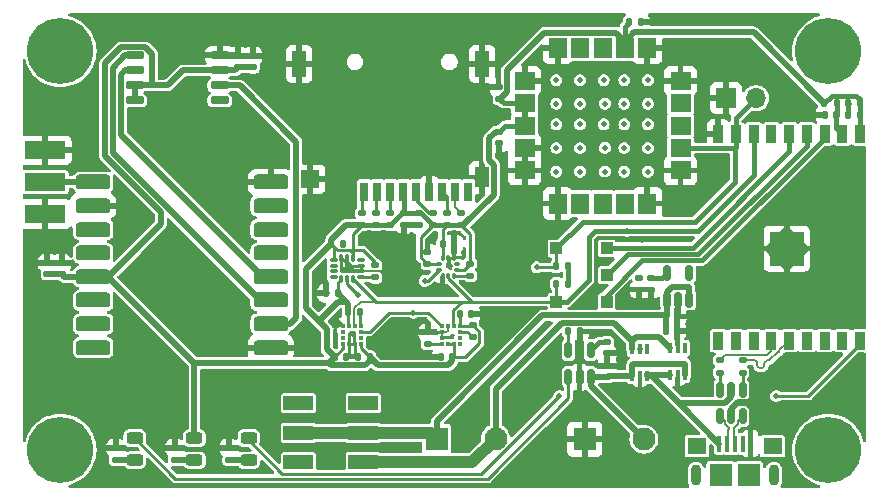
<source format=gbr>
%TF.GenerationSoftware,KiCad,Pcbnew,8.0.2*%
%TF.CreationDate,2024-05-15T15:04:26-04:00*%
%TF.ProjectId,stargazer,73746172-6761-47a6-9572-2e6b69636164,rev?*%
%TF.SameCoordinates,Original*%
%TF.FileFunction,Copper,L1,Top*%
%TF.FilePolarity,Positive*%
%FSLAX46Y46*%
G04 Gerber Fmt 4.6, Leading zero omitted, Abs format (unit mm)*
G04 Created by KiCad (PCBNEW 8.0.2) date 2024-05-15 15:04:26*
%MOMM*%
%LPD*%
G01*
G04 APERTURE LIST*
G04 Aperture macros list*
%AMRoundRect*
0 Rectangle with rounded corners*
0 $1 Rounding radius*
0 $2 $3 $4 $5 $6 $7 $8 $9 X,Y pos of 4 corners*
0 Add a 4 corners polygon primitive as box body*
4,1,4,$2,$3,$4,$5,$6,$7,$8,$9,$2,$3,0*
0 Add four circle primitives for the rounded corners*
1,1,$1+$1,$2,$3*
1,1,$1+$1,$4,$5*
1,1,$1+$1,$6,$7*
1,1,$1+$1,$8,$9*
0 Add four rect primitives between the rounded corners*
20,1,$1+$1,$2,$3,$4,$5,0*
20,1,$1+$1,$4,$5,$6,$7,0*
20,1,$1+$1,$6,$7,$8,$9,0*
20,1,$1+$1,$8,$9,$2,$3,0*%
G04 Aperture macros list end*
%TA.AperFunction,SMDPad,CuDef*%
%ADD10R,0.900000X1.500000*%
%TD*%
%TA.AperFunction,HeatsinkPad*%
%ADD11C,0.600000*%
%TD*%
%TA.AperFunction,SMDPad,CuDef*%
%ADD12R,2.900000X2.900000*%
%TD*%
%TA.AperFunction,SMDPad,CuDef*%
%ADD13RoundRect,0.135000X-0.135000X-0.185000X0.135000X-0.185000X0.135000X0.185000X-0.135000X0.185000X0*%
%TD*%
%TA.AperFunction,ComponentPad*%
%ADD14R,1.950000X1.950000*%
%TD*%
%TA.AperFunction,ComponentPad*%
%ADD15C,1.950000*%
%TD*%
%TA.AperFunction,SMDPad,CuDef*%
%ADD16RoundRect,0.317500X1.157500X0.317500X-1.157500X0.317500X-1.157500X-0.317500X1.157500X-0.317500X0*%
%TD*%
%TA.AperFunction,SMDPad,CuDef*%
%ADD17RoundRect,0.140000X0.170000X-0.140000X0.170000X0.140000X-0.170000X0.140000X-0.170000X-0.140000X0*%
%TD*%
%TA.AperFunction,SMDPad,CuDef*%
%ADD18RoundRect,0.140000X-0.140000X-0.170000X0.140000X-0.170000X0.140000X0.170000X-0.140000X0.170000X0*%
%TD*%
%TA.AperFunction,SMDPad,CuDef*%
%ADD19RoundRect,0.135000X-0.185000X0.135000X-0.185000X-0.135000X0.185000X-0.135000X0.185000X0.135000X0*%
%TD*%
%TA.AperFunction,ComponentPad*%
%ADD20C,5.600000*%
%TD*%
%TA.AperFunction,SMDPad,CuDef*%
%ADD21RoundRect,0.135000X0.185000X-0.135000X0.185000X0.135000X-0.185000X0.135000X-0.185000X-0.135000X0*%
%TD*%
%TA.AperFunction,SMDPad,CuDef*%
%ADD22RoundRect,0.140000X-0.170000X0.140000X-0.170000X-0.140000X0.170000X-0.140000X0.170000X0.140000X0*%
%TD*%
%TA.AperFunction,SMDPad,CuDef*%
%ADD23RoundRect,0.150000X0.150000X-0.512500X0.150000X0.512500X-0.150000X0.512500X-0.150000X-0.512500X0*%
%TD*%
%TA.AperFunction,SMDPad,CuDef*%
%ADD24R,1.000000X1.000000*%
%TD*%
%TA.AperFunction,SMDPad,CuDef*%
%ADD25R,2.500000X1.200000*%
%TD*%
%TA.AperFunction,SMDPad,CuDef*%
%ADD26RoundRect,0.243750X0.456250X-0.243750X0.456250X0.243750X-0.456250X0.243750X-0.456250X-0.243750X0*%
%TD*%
%TA.AperFunction,SMDPad,CuDef*%
%ADD27R,0.350000X0.375000*%
%TD*%
%TA.AperFunction,SMDPad,CuDef*%
%ADD28R,0.375000X0.350000*%
%TD*%
%TA.AperFunction,SMDPad,CuDef*%
%ADD29RoundRect,0.150000X0.650000X0.150000X-0.650000X0.150000X-0.650000X-0.150000X0.650000X-0.150000X0*%
%TD*%
%TA.AperFunction,SMDPad,CuDef*%
%ADD30RoundRect,0.140000X0.140000X0.170000X-0.140000X0.170000X-0.140000X-0.170000X0.140000X-0.170000X0*%
%TD*%
%TA.AperFunction,SMDPad,CuDef*%
%ADD31RoundRect,0.087500X0.225000X0.087500X-0.225000X0.087500X-0.225000X-0.087500X0.225000X-0.087500X0*%
%TD*%
%TA.AperFunction,SMDPad,CuDef*%
%ADD32RoundRect,0.087500X0.087500X0.225000X-0.087500X0.225000X-0.087500X-0.225000X0.087500X-0.225000X0*%
%TD*%
%TA.AperFunction,SMDPad,CuDef*%
%ADD33R,0.711200X1.600200*%
%TD*%
%TA.AperFunction,SMDPad,CuDef*%
%ADD34R,1.193800X2.209800*%
%TD*%
%TA.AperFunction,SMDPad,CuDef*%
%ADD35R,1.193800X1.800000*%
%TD*%
%TA.AperFunction,SMDPad,CuDef*%
%ADD36R,1.600200X1.498600*%
%TD*%
%TA.AperFunction,SMDPad,CuDef*%
%ADD37R,0.355600X0.850900*%
%TD*%
%TA.AperFunction,ComponentPad*%
%ADD38R,1.700000X1.700000*%
%TD*%
%TA.AperFunction,ComponentPad*%
%ADD39O,1.700000X1.700000*%
%TD*%
%TA.AperFunction,SMDPad,CuDef*%
%ADD40R,3.500000X1.500000*%
%TD*%
%TA.AperFunction,SMDPad,CuDef*%
%ADD41R,1.800000X1.500000*%
%TD*%
%TA.AperFunction,SMDPad,CuDef*%
%ADD42R,1.500000X1.800000*%
%TD*%
%TA.AperFunction,SMDPad,CuDef*%
%ADD43RoundRect,0.135000X0.135000X0.185000X-0.135000X0.185000X-0.135000X-0.185000X0.135000X-0.185000X0*%
%TD*%
%TA.AperFunction,SMDPad,CuDef*%
%ADD44RoundRect,0.087500X-0.125000X-0.087500X0.125000X-0.087500X0.125000X0.087500X-0.125000X0.087500X0*%
%TD*%
%TA.AperFunction,SMDPad,CuDef*%
%ADD45RoundRect,0.087500X-0.087500X-0.125000X0.087500X-0.125000X0.087500X0.125000X-0.087500X0.125000X0*%
%TD*%
%TA.AperFunction,SMDPad,CuDef*%
%ADD46R,0.400000X1.350000*%
%TD*%
%TA.AperFunction,ComponentPad*%
%ADD47O,0.900000X1.800000*%
%TD*%
%TA.AperFunction,SMDPad,CuDef*%
%ADD48R,1.600000X1.400000*%
%TD*%
%TA.AperFunction,SMDPad,CuDef*%
%ADD49R,1.900000X1.900000*%
%TD*%
%TA.AperFunction,ViaPad*%
%ADD50C,0.500000*%
%TD*%
%TA.AperFunction,Conductor*%
%ADD51C,0.250000*%
%TD*%
%TA.AperFunction,Conductor*%
%ADD52C,0.200000*%
%TD*%
%TA.AperFunction,Conductor*%
%ADD53C,0.500000*%
%TD*%
%TA.AperFunction,Conductor*%
%ADD54C,0.400000*%
%TD*%
%TA.AperFunction,Conductor*%
%ADD55C,1.000000*%
%TD*%
G04 APERTURE END LIST*
D10*
%TO.P,U1,1,3V3*%
%TO.N,+3V3*%
X180210000Y-84800000D03*
%TO.P,U1,2,EN*%
%TO.N,CHIP_EN*%
X178710000Y-84800000D03*
%TO.P,U1,3,IO4*%
%TO.N,SCK*%
X177210000Y-84800000D03*
%TO.P,U1,4,IO5*%
%TO.N,MISO*%
X175710000Y-84800000D03*
%TO.P,U1,5,IO6*%
%TO.N,MOSI*%
X174210000Y-84800000D03*
%TO.P,U1,6,IO7*%
%TO.N,CS_FLASH*%
X172710000Y-84800000D03*
%TO.P,U1,7,IO8*%
%TO.N,SDA*%
X171210000Y-84800000D03*
%TO.P,U1,8,IO9*%
%TO.N,SCL*%
X169710000Y-84800000D03*
%TO.P,U1,9,GND*%
%TO.N,GND*%
X168210000Y-84800000D03*
%TO.P,U1,10,IO10*%
%TO.N,CS_SD*%
X168210000Y-102300000D03*
%TO.P,U1,11,RXD*%
%TO.N,RXD_GPS*%
X169710000Y-102300000D03*
%TO.P,U1,12,TXD*%
%TO.N,TXD_GPS*%
X171210000Y-102300000D03*
%TO.P,U1,13,IO18*%
%TO.N,JTAG_USB_N*%
X172710000Y-102300000D03*
%TO.P,U1,14,IO19*%
%TO.N,JTAG_USB_P*%
X174210000Y-102300000D03*
%TO.P,U1,15,IO3*%
%TO.N,INT_LORA*%
X175710000Y-102300000D03*
%TO.P,U1,16,IO2*%
%TO.N,CS_LORA*%
X177210000Y-102300000D03*
%TO.P,U1,17,IO1*%
%TO.N,LORA_RST*%
X178710000Y-102300000D03*
%TO.P,U1,18,IO0*%
%TO.N,LED_STATUS*%
X180210000Y-102300000D03*
D11*
%TO.P,U1,19,GND*%
%TO.N,GND*%
X174560000Y-93410000D03*
X173460000Y-93410000D03*
X175110000Y-93960000D03*
X174010000Y-93960000D03*
X172910000Y-93960000D03*
X174560000Y-94510000D03*
D12*
X174010000Y-94510000D03*
D11*
X173460000Y-94510000D03*
X175110000Y-95060000D03*
X174010000Y-95060000D03*
X172910000Y-95060000D03*
X174560000Y-95610000D03*
X173460000Y-95610000D03*
%TD*%
D13*
%TO.P,R6,1*%
%TO.N,SCL*%
X154490000Y-96000000D03*
%TO.P,R6,2*%
%TO.N,+3V3*%
X155510000Y-96000000D03*
%TD*%
D14*
%TO.P,J4,1,Pin_1*%
%TO.N,VDC*%
X144362500Y-110600000D03*
D15*
%TO.P,J4,2,Pin_2*%
%TO.N,VMUX*%
X149362500Y-110600000D03*
%TD*%
D16*
%TO.P,U9,1,GND*%
%TO.N,GND*%
X130325000Y-102900000D03*
%TO.P,U9,2,MISO*%
%TO.N,MISO*%
X130325000Y-100900000D03*
%TO.P,U9,3,MOSI*%
%TO.N,MOSI*%
X130325000Y-98900000D03*
%TO.P,U9,4,SCK*%
%TO.N,SCK*%
X130325000Y-96900000D03*
%TO.P,U9,5,NSS*%
%TO.N,CS_LORA*%
X130325000Y-94900000D03*
%TO.P,U9,6,RESET*%
%TO.N,LORA_RST*%
X130325000Y-92900000D03*
%TO.P,U9,7,DIO5*%
%TO.N,unconnected-(U9-DIO5-Pad7)*%
X130325000Y-90900000D03*
%TO.P,U9,8,GND*%
%TO.N,GND*%
X130325000Y-88900000D03*
%TO.P,U9,9,ANT*%
%TO.N,Net-(J5-In)*%
X115275000Y-88900000D03*
%TO.P,U9,10,GND*%
%TO.N,GND*%
X115275000Y-90900000D03*
%TO.P,U9,11,DIO3*%
%TO.N,unconnected-(U9-DIO3-Pad11)*%
X115275000Y-92900000D03*
%TO.P,U9,12,DIO4*%
%TO.N,unconnected-(U9-DIO4-Pad12)*%
X115275000Y-94900000D03*
%TO.P,U9,13,3.3V*%
%TO.N,+3V3*%
X115275000Y-96900000D03*
%TO.P,U9,14,DIO0*%
%TO.N,INT_LORA*%
X115275000Y-98900000D03*
%TO.P,U9,15,DIO1*%
%TO.N,unconnected-(U9-DIO1-Pad15)*%
X115275000Y-100900000D03*
%TO.P,U9,16,DIO2*%
%TO.N,unconnected-(U9-DIO2-Pad16)*%
X115275000Y-102900000D03*
%TD*%
D17*
%TO.P,C16,1*%
%TO.N,+3V3*%
X112610000Y-96680000D03*
%TO.P,C16,2*%
%TO.N,GND*%
X112610000Y-95720000D03*
%TD*%
D18*
%TO.P,C18,1*%
%TO.N,+3V3*%
X144870000Y-94100000D03*
%TO.P,C18,2*%
%TO.N,GND*%
X145830000Y-94100000D03*
%TD*%
D19*
%TO.P,R19,1*%
%TO.N,+3V3*%
X139162500Y-95940000D03*
%TO.P,R19,2*%
%TO.N,Net-(U13-SDO{slash}SA0)*%
X139162500Y-96960000D03*
%TD*%
D20*
%TO.P,H2,1*%
%TO.N,N/C*%
X112510000Y-111550000D03*
%TD*%
D19*
%TO.P,R3,1*%
%TO.N,JTAG_USB_P*%
X170260000Y-103985500D03*
%TO.P,R3,2*%
%TO.N,Net-(R3-Pad2)*%
X170260000Y-105005500D03*
%TD*%
D18*
%TO.P,C22,1*%
%TO.N,+3V3*%
X135720000Y-103700000D03*
%TO.P,C22,2*%
%TO.N,GND*%
X136680000Y-103700000D03*
%TD*%
D21*
%TO.P,R18,1*%
%TO.N,Net-(U10-SA0)*%
X147200000Y-96797500D03*
%TO.P,R18,2*%
%TO.N,+3V3*%
X147200000Y-95777500D03*
%TD*%
D22*
%TO.P,C9,1*%
%TO.N,+3V3*%
X161500000Y-97020000D03*
%TO.P,C9,2*%
%TO.N,GND*%
X161500000Y-97980000D03*
%TD*%
D19*
%TO.P,R16,1*%
%TO.N,Net-(J6-DAT2)*%
X138034700Y-91490000D03*
%TO.P,R16,2*%
%TO.N,+3V3*%
X138034700Y-92510000D03*
%TD*%
D23*
%TO.P,U3,1,I/O2*%
%TO.N,/Power Mangement And MCU/USB_N*%
X168360000Y-108725000D03*
%TO.P,U3,2,GND*%
%TO.N,GND*%
X169310000Y-108725000D03*
%TO.P,U3,3,I/O1*%
%TO.N,/Power Mangement And MCU/USB_P*%
X170260000Y-108725000D03*
%TO.P,U3,4,I/O1*%
%TO.N,Net-(R3-Pad2)*%
X170260000Y-106450000D03*
%TO.P,U3,5,VBUS*%
%TO.N,VBUS*%
X169310000Y-106450000D03*
%TO.P,U3,6,I/O2*%
%TO.N,Net-(R4-Pad2)*%
X168360000Y-106450000D03*
%TD*%
D24*
%TO.P,TP3,1,1*%
%TO.N,MISO*%
X158750000Y-96750000D03*
%TD*%
D19*
%TO.P,R13,1*%
%TO.N,SCK*%
X144034700Y-91506800D03*
%TO.P,R13,2*%
%TO.N,+3V3*%
X144034700Y-92526800D03*
%TD*%
D18*
%TO.P,C23,1*%
%TO.N,+3V3*%
X146322500Y-100050000D03*
%TO.P,C23,2*%
%TO.N,GND*%
X147282500Y-100050000D03*
%TD*%
D25*
%TO.P,SW1,1,A*%
%TO.N,VMUX*%
X138160000Y-112600000D03*
%TO.P,SW1,2,B*%
%TO.N,VDC*%
X138160000Y-110100000D03*
%TO.P,SW1,3,C*%
%TO.N,unconnected-(SW1-C-Pad3)*%
X138160000Y-107600000D03*
%TO.P,SW1,4,A*%
%TO.N,unconnected-(SW1-A-Pad4)*%
X132660000Y-112600000D03*
%TO.P,SW1,5,B*%
%TO.N,VDC*%
X132660000Y-110100000D03*
%TO.P,SW1,6,C*%
%TO.N,unconnected-(SW1-C-Pad6)*%
X132660000Y-107600000D03*
%TD*%
D21*
%TO.P,R8,1*%
%TO.N,Net-(D2-K)*%
X117200000Y-112410000D03*
%TO.P,R8,2*%
%TO.N,GND*%
X117200000Y-111390000D03*
%TD*%
D26*
%TO.P,D4,1,K*%
%TO.N,Net-(D4-K)*%
X128460000Y-112437500D03*
%TO.P,D4,2,A*%
%TO.N,LED_STATUS*%
X128460000Y-110562500D03*
%TD*%
D13*
%TO.P,R9,1*%
%TO.N,+3V3*%
X136890000Y-99900000D03*
%TO.P,R9,2*%
%TO.N,Net-(U11-SDO{slash}ADDR)*%
X137910000Y-99900000D03*
%TD*%
D27*
%TO.P,U11,1,SDO/ADDR*%
%TO.N,Net-(U11-SDO{slash}ADDR)*%
X137950000Y-101037500D03*
%TO.P,U11,2,SDI/SDA*%
%TO.N,SDA*%
X137450000Y-101037500D03*
%TO.P,U11,3,IO_VDD*%
%TO.N,+3V3*%
X136950000Y-101037500D03*
%TO.P,U11,4,TRIG*%
%TO.N,GND*%
X136450000Y-101037500D03*
D28*
%TO.P,U11,5,INT1*%
%TO.N,unconnected-(U11-INT1-Pad5)*%
X136437500Y-101550000D03*
%TO.P,U11,6,INT2*%
%TO.N,unconnected-(U11-INT2-Pad6)*%
X136437500Y-102050000D03*
D27*
%TO.P,U11,7,VDD*%
%TO.N,+3V3*%
X136450000Y-102562500D03*
%TO.P,U11,8,GND*%
%TO.N,GND*%
X136950000Y-102562500D03*
%TO.P,U11,9,GND*%
X137450000Y-102562500D03*
%TO.P,U11,10,~{CS}*%
%TO.N,+3V3*%
X137950000Y-102562500D03*
D28*
%TO.P,U11,11,NC*%
%TO.N,unconnected-(U11-NC-Pad11)*%
X137962500Y-102050000D03*
%TO.P,U11,12,SCLK/SCL*%
%TO.N,SCL*%
X137962500Y-101550000D03*
%TD*%
D20*
%TO.P,H4,1*%
%TO.N,N/C*%
X177510000Y-111550000D03*
%TD*%
D21*
%TO.P,R10,1*%
%TO.N,Net-(D4-K)*%
X126800000Y-112400000D03*
%TO.P,R10,2*%
%TO.N,GND*%
X126800000Y-111380000D03*
%TD*%
D18*
%TO.P,C26,1*%
%TO.N,+3V3*%
X135432500Y-94100000D03*
%TO.P,C26,2*%
%TO.N,GND*%
X136392500Y-94100000D03*
%TD*%
D23*
%TO.P,U2,1,STAT*%
%TO.N,BATT_STAT*%
X155510000Y-105375000D03*
%TO.P,U2,2,V_{SS}*%
%TO.N,GND*%
X156460000Y-105375000D03*
%TO.P,U2,3,V_{BAT}*%
%TO.N,+BATT*%
X157410000Y-105375000D03*
%TO.P,U2,4,V_{DD}*%
%TO.N,VBUS*%
X157410000Y-103100000D03*
%TO.P,U2,5,PROG*%
%TO.N,Net-(U2-PROG)*%
X155510000Y-103100000D03*
%TD*%
D19*
%TO.P,R15,1*%
%TO.N,CS_SD*%
X139234700Y-91490000D03*
%TO.P,R15,2*%
%TO.N,+3V3*%
X139234700Y-92510000D03*
%TD*%
D14*
%TO.P,J1,1,Pin_1*%
%TO.N,GND*%
X156910000Y-110650000D03*
D15*
%TO.P,J1,2,Pin_2*%
%TO.N,+BATT*%
X161910000Y-110650000D03*
%TD*%
D17*
%TO.P,C15,1*%
%TO.N,+3V3*%
X111410000Y-96680000D03*
%TO.P,C15,2*%
%TO.N,GND*%
X111410000Y-95720000D03*
%TD*%
D24*
%TO.P,TP5,1,1*%
%TO.N,SCL*%
X154500000Y-94500000D03*
%TD*%
D29*
%TO.P,U7,1,~{CS}*%
%TO.N,CS_FLASH*%
X126010000Y-81970000D03*
%TO.P,U7,2,DO(IO1)*%
%TO.N,MISO*%
X126010000Y-80700000D03*
%TO.P,U7,3,IO2*%
%TO.N,+3V3*%
X126010000Y-79430000D03*
%TO.P,U7,4,GND*%
%TO.N,GND*%
X126010000Y-78160000D03*
%TO.P,U7,5,DI(IO0)*%
%TO.N,MOSI*%
X118810000Y-78160000D03*
%TO.P,U7,6,CLK*%
%TO.N,SCK*%
X118810000Y-79430000D03*
%TO.P,U7,7,IO3*%
%TO.N,+3V3*%
X118810000Y-80700000D03*
%TO.P,U7,8,VCC*%
X118810000Y-81970000D03*
%TD*%
D21*
%TO.P,R7,1*%
%TO.N,Net-(D1-K)*%
X122200000Y-112400000D03*
%TO.P,R7,2*%
%TO.N,GND*%
X122200000Y-111380000D03*
%TD*%
D22*
%TO.P,C3,1*%
%TO.N,VBUS*%
X158810000Y-102420000D03*
%TO.P,C3,2*%
%TO.N,GND*%
X158810000Y-103380000D03*
%TD*%
D30*
%TO.P,C24,1*%
%TO.N,+3V3*%
X135992500Y-98300000D03*
%TO.P,C24,2*%
%TO.N,GND*%
X135032500Y-98300000D03*
%TD*%
D17*
%TO.P,C14,1*%
%TO.N,+3V3*%
X128810000Y-79160000D03*
%TO.P,C14,2*%
%TO.N,GND*%
X128810000Y-78200000D03*
%TD*%
D31*
%TO.P,U13,1,SDO/SA0*%
%TO.N,Net-(U13-SDO{slash}SA0)*%
X137962500Y-96950000D03*
%TO.P,U13,2,SDx*%
%TO.N,GND*%
X137962500Y-96450000D03*
%TO.P,U13,3,SCx*%
X137962500Y-95950000D03*
%TO.P,U13,4,INT1*%
%TO.N,unconnected-(U13-INT1-Pad4)*%
X137962500Y-95450000D03*
D32*
%TO.P,U13,5,VDDIO*%
%TO.N,+3V3*%
X137300000Y-95287500D03*
%TO.P,U13,6,GND*%
%TO.N,GND*%
X136800000Y-95287500D03*
%TO.P,U13,7,GND*%
X136300000Y-95287500D03*
D31*
%TO.P,U13,8,VDD*%
%TO.N,+3V3*%
X135637500Y-95450000D03*
%TO.P,U13,9,INT2*%
%TO.N,unconnected-(U13-INT2-Pad9)*%
X135637500Y-95950000D03*
%TO.P,U13,10,OCS_Aux*%
%TO.N,unconnected-(U13-OCS_Aux-Pad10)*%
X135637500Y-96450000D03*
%TO.P,U13,11,SDO_Aux*%
%TO.N,unconnected-(U13-SDO_Aux-Pad11)*%
X135637500Y-96950000D03*
D32*
%TO.P,U13,12,CS*%
%TO.N,+3V3*%
X136300000Y-97112500D03*
%TO.P,U13,13,SCL*%
%TO.N,SCL*%
X136800000Y-97112500D03*
%TO.P,U13,14,SDA*%
%TO.N,SDA*%
X137300000Y-97112500D03*
%TD*%
D30*
%TO.P,C5,1*%
%TO.N,CHIP_EN*%
X178190000Y-83200000D03*
%TO.P,C5,2*%
%TO.N,GND*%
X177230000Y-83200000D03*
%TD*%
D17*
%TO.P,C4,1*%
%TO.N,+BATT*%
X158810000Y-105380000D03*
%TO.P,C4,2*%
%TO.N,GND*%
X158810000Y-104420000D03*
%TD*%
D22*
%TO.P,C11,1*%
%TO.N,+3V3*%
X149660000Y-84620000D03*
%TO.P,C11,2*%
%TO.N,GND*%
X149660000Y-85580000D03*
%TD*%
%TO.P,C8,1*%
%TO.N,+3V3*%
X162500000Y-97020000D03*
%TO.P,C8,2*%
%TO.N,GND*%
X162500000Y-97980000D03*
%TD*%
D30*
%TO.P,C20,1*%
%TO.N,+3V3*%
X138680000Y-103700000D03*
%TO.P,C20,2*%
%TO.N,GND*%
X137720000Y-103700000D03*
%TD*%
D17*
%TO.P,C21,1*%
%TO.N,+3V3*%
X143562500Y-95780000D03*
%TO.P,C21,2*%
%TO.N,GND*%
X143562500Y-94820000D03*
%TD*%
D33*
%TO.P,J6,1,DAT2*%
%TO.N,Net-(J6-DAT2)*%
X138234707Y-89696799D03*
%TO.P,J6,2,DAT3/CD*%
%TO.N,CS_SD*%
X139334708Y-89696799D03*
%TO.P,J6,3,CMD*%
%TO.N,MOSI*%
X140434708Y-89696799D03*
%TO.P,J6,4,VDD*%
%TO.N,+3V3*%
X141534709Y-89696799D03*
%TO.P,J6,5,CLK*%
%TO.N,SCK*%
X142634709Y-89696799D03*
%TO.P,J6,6,VSS*%
%TO.N,GND*%
X143734709Y-89696799D03*
%TO.P,J6,7,DAT0*%
%TO.N,MISO*%
X144834710Y-89696799D03*
%TO.P,J6,8,DAT1*%
%TO.N,Net-(J6-DAT1)*%
X145934710Y-89696799D03*
%TO.P,J6,9,DET*%
%TO.N,unconnected-(J6-DET-Pad9)*%
X147034710Y-89696799D03*
D34*
%TO.P,J6,10,SHIELD*%
%TO.N,GND*%
X148234700Y-78868246D03*
D35*
X148231602Y-88495404D03*
D36*
X133634616Y-88646096D03*
D34*
X132734700Y-78868246D03*
%TD*%
D37*
%TO.P,U5,1,VIN*%
%TO.N,+BATT*%
X160910001Y-105299950D03*
%TO.P,U5,2,GND*%
%TO.N,GND*%
X161560000Y-105299950D03*
%TO.P,U5,3,~{CE}*%
%TO.N,VBUS*%
X162209999Y-105299950D03*
%TO.P,U5,4*%
%TO.N,N/C*%
X162209999Y-103026650D03*
%TO.P,U5,5,ST*%
%TO.N,GND*%
X161560000Y-103026650D03*
%TO.P,U5,6,VOUT*%
%TO.N,VMUX*%
X160910001Y-103026650D03*
%TD*%
D13*
%TO.P,R1,1*%
%TO.N,Net-(U2-PROG)*%
X155500000Y-101500000D03*
%TO.P,R1,2*%
%TO.N,GND*%
X156520000Y-101500000D03*
%TD*%
D37*
%TO.P,U4,1,VIN*%
%TO.N,VBUS*%
X164110001Y-105226650D03*
%TO.P,U4,2,GND*%
%TO.N,GND*%
X164760000Y-105226650D03*
%TO.P,U4,3,~{CE}*%
%TO.N,+BATT*%
X165409999Y-105226650D03*
%TO.P,U4,4*%
%TO.N,N/C*%
X165409999Y-102953350D03*
%TO.P,U4,5,ST*%
%TO.N,GND*%
X164760000Y-102953350D03*
%TO.P,U4,6,VOUT*%
%TO.N,VMUX*%
X164110001Y-102953350D03*
%TD*%
D22*
%TO.P,C17,1*%
%TO.N,+3V3*%
X141634700Y-91520000D03*
%TO.P,C17,2*%
%TO.N,GND*%
X141634700Y-92480000D03*
%TD*%
D24*
%TO.P,TP2,1,1*%
%TO.N,MOSI*%
X158750000Y-94500000D03*
%TD*%
D20*
%TO.P,H3,1*%
%TO.N,N/C*%
X177510000Y-77800000D03*
%TD*%
D38*
%TO.P,J3,1,Pin_1*%
%TO.N,GND*%
X168860000Y-81775000D03*
D39*
%TO.P,J3,2,Pin_2*%
%TO.N,SCL*%
X171400000Y-81775000D03*
%TD*%
D30*
%TO.P,C1,1*%
%TO.N,+3V3*%
X180190000Y-82200000D03*
%TO.P,C1,2*%
%TO.N,GND*%
X179230000Y-82200000D03*
%TD*%
D40*
%TO.P,J5,1,In*%
%TO.N,Net-(J5-In)*%
X111200000Y-88900000D03*
%TO.P,J5,2,Ext*%
%TO.N,GND*%
X111200000Y-86200000D03*
X111200000Y-91600000D03*
%TD*%
D30*
%TO.P,C25,1*%
%TO.N,+3V3*%
X145692500Y-103725000D03*
%TO.P,C25,2*%
%TO.N,GND*%
X144732500Y-103725000D03*
%TD*%
D23*
%TO.P,U6,1,VIN*%
%TO.N,VDC*%
X163860000Y-98837500D03*
%TO.P,U6,2,GND*%
%TO.N,GND*%
X164810000Y-98837500D03*
%TO.P,U6,3,EN*%
%TO.N,VDC*%
X165760000Y-98837500D03*
%TO.P,U6,4,NC*%
%TO.N,unconnected-(U6-NC-Pad4)*%
X165760000Y-96562500D03*
%TO.P,U6,5,VOUT*%
%TO.N,+3V3*%
X163860000Y-96562500D03*
%TD*%
D41*
%TO.P,U8,1,GND*%
%TO.N,GND*%
X151810000Y-80300000D03*
%TO.P,U8,2,VCC_IO*%
%TO.N,+3V3*%
X151810000Y-82200000D03*
%TO.P,U8,3,V_BCKP*%
X151810000Y-84100000D03*
%TO.P,U8,4,GND*%
%TO.N,GND*%
X151810000Y-86000000D03*
%TO.P,U8,5,GND*%
X151810000Y-87900000D03*
D42*
%TO.P,U8,6,GND*%
X154610000Y-90700000D03*
%TO.P,U8,7,TIMEPULSE*%
%TO.N,unconnected-(U8-TIMEPULSE-Pad7)*%
X156510000Y-90700000D03*
%TO.P,U8,8,~{SAFEBOOT}*%
%TO.N,unconnected-(U8-~{SAFEBOOT}-Pad8)*%
X158410000Y-90700000D03*
%TO.P,U8,9,SDA*%
%TO.N,SDA*%
X160310000Y-90700000D03*
%TO.P,U8,10,GND*%
%TO.N,GND*%
X162210000Y-90700000D03*
D41*
%TO.P,U8,11,GND*%
X165010000Y-87900000D03*
%TO.P,U8,12,SCL*%
%TO.N,SCL*%
X165010000Y-86000000D03*
%TO.P,U8,13,TXD*%
%TO.N,RXD_GPS*%
X165010000Y-84100000D03*
%TO.P,U8,14,RXD*%
%TO.N,TXD_GPS*%
X165010000Y-82200000D03*
%TO.P,U8,15,GND*%
%TO.N,GND*%
X165010000Y-80300000D03*
D42*
%TO.P,U8,16,GND*%
X162210000Y-77500000D03*
%TO.P,U8,17,VCC*%
%TO.N,+3V3*%
X160310000Y-77500000D03*
%TO.P,U8,18,~{RESET}*%
%TO.N,unconnected-(U8-~{RESET}-Pad18)*%
X158410000Y-77500000D03*
%TO.P,U8,19,EXTINT*%
%TO.N,unconnected-(U8-EXTINT-Pad19)*%
X156510000Y-77500000D03*
%TO.P,U8,20,GND*%
%TO.N,GND*%
X154610000Y-77500000D03*
%TD*%
D24*
%TO.P,TP4,1,1*%
%TO.N,SDA*%
X154500000Y-99000000D03*
%TD*%
D26*
%TO.P,D2,1,K*%
%TO.N,Net-(D2-K)*%
X118800000Y-112427500D03*
%TO.P,D2,2,A*%
%TO.N,BATT_STAT*%
X118800000Y-110552500D03*
%TD*%
D30*
%TO.P,C2,1*%
%TO.N,+3V3*%
X180190000Y-83200000D03*
%TO.P,C2,2*%
%TO.N,GND*%
X179230000Y-83200000D03*
%TD*%
D19*
%TO.P,R14,1*%
%TO.N,MOSI*%
X140434700Y-91490000D03*
%TO.P,R14,2*%
%TO.N,+3V3*%
X140434700Y-92510000D03*
%TD*%
D24*
%TO.P,TP1,1,1*%
%TO.N,SCK*%
X158750000Y-99000000D03*
%TD*%
D19*
%TO.P,R11,1*%
%TO.N,Net-(J6-DAT1)*%
X146434700Y-91506800D03*
%TO.P,R11,2*%
%TO.N,+3V3*%
X146434700Y-92526800D03*
%TD*%
%TO.P,R12,1*%
%TO.N,MISO*%
X145234700Y-91506800D03*
%TO.P,R12,2*%
%TO.N,+3V3*%
X145234700Y-92526800D03*
%TD*%
D18*
%TO.P,C6,1*%
%TO.N,VDC*%
X163780000Y-100262500D03*
%TO.P,C6,2*%
%TO.N,GND*%
X164740000Y-100262500D03*
%TD*%
%TO.P,C7,1*%
%TO.N,VDC*%
X163780000Y-101462500D03*
%TO.P,C7,2*%
%TO.N,GND*%
X164740000Y-101462500D03*
%TD*%
D17*
%TO.P,C12,1*%
%TO.N,+3V3*%
X127560000Y-79160000D03*
%TO.P,C12,2*%
%TO.N,GND*%
X127560000Y-78200000D03*
%TD*%
D18*
%TO.P,C13,1*%
%TO.N,+3V3*%
X160680000Y-75350000D03*
%TO.P,C13,2*%
%TO.N,GND*%
X161640000Y-75350000D03*
%TD*%
D17*
%TO.P,C27,1*%
%TO.N,Net-(U12-C1)*%
X143612500Y-102555000D03*
%TO.P,C27,2*%
%TO.N,GND*%
X143612500Y-101595000D03*
%TD*%
D19*
%TO.P,R4,1*%
%TO.N,JTAG_USB_N*%
X168360000Y-103985500D03*
%TO.P,R4,2*%
%TO.N,Net-(R4-Pad2)*%
X168360000Y-105005500D03*
%TD*%
D43*
%TO.P,R2,1*%
%TO.N,CHIP_EN*%
X178220000Y-82200000D03*
%TO.P,R2,2*%
%TO.N,+3V3*%
X177200000Y-82200000D03*
%TD*%
D28*
%TO.P,U12,1,SCL/SPC*%
%TO.N,SCL*%
X144787500Y-101087500D03*
%TO.P,U12,2,GND*%
%TO.N,GND*%
X144787500Y-101587500D03*
%TO.P,U12,3,GND*%
X144787500Y-102087500D03*
%TO.P,U12,4,C1*%
%TO.N,Net-(U12-C1)*%
X144787500Y-102587500D03*
D27*
%TO.P,U12,5,Vdd*%
%TO.N,+3V3*%
X145300000Y-102600000D03*
%TO.P,U12,6,Vdd_IO*%
X145800000Y-102600000D03*
D28*
%TO.P,U12,7,INT*%
%TO.N,unconnected-(U12-INT-Pad7)*%
X146312500Y-102587500D03*
%TO.P,U12,8,DRDY*%
%TO.N,unconnected-(U12-DRDY-Pad8)*%
X146312500Y-102087500D03*
%TO.P,U12,9,SDO/SA1*%
%TO.N,Net-(U12-SDO{slash}SA1)*%
X146312500Y-101587500D03*
%TO.P,U12,10,~{CS}*%
%TO.N,+3V3*%
X146312500Y-101087500D03*
D27*
%TO.P,U12,11,SDA/SDI/SDO*%
%TO.N,SDA*%
X145800000Y-101075000D03*
%TO.P,U12,12,GND*%
%TO.N,GND*%
X145300000Y-101075000D03*
%TD*%
D26*
%TO.P,D1,1,K*%
%TO.N,Net-(D1-K)*%
X123860000Y-112437500D03*
%TO.P,D1,2,A*%
%TO.N,+3V3*%
X123860000Y-110562500D03*
%TD*%
D19*
%TO.P,R17,1*%
%TO.N,+3V3*%
X147412500Y-101015000D03*
%TO.P,R17,2*%
%TO.N,Net-(U12-SDO{slash}SA1)*%
X147412500Y-102035000D03*
%TD*%
D22*
%TO.P,C19,1*%
%TO.N,+3V3*%
X142834700Y-91520000D03*
%TO.P,C19,2*%
%TO.N,GND*%
X142834700Y-92480000D03*
%TD*%
D44*
%TO.P,U10,1,Vdd_IO*%
%TO.N,+3V3*%
X144600000Y-95800000D03*
%TO.P,U10,2,SCL*%
%TO.N,SCL*%
X144600000Y-96300000D03*
D45*
%TO.P,U10,3,GND*%
%TO.N,GND*%
X144862500Y-96812500D03*
%TO.P,U10,4,SDA*%
%TO.N,SDA*%
X145362500Y-96812500D03*
%TO.P,U10,5,SA0*%
%TO.N,Net-(U10-SA0)*%
X145862500Y-96812500D03*
D44*
%TO.P,U10,6,~{CS}*%
%TO.N,+3V3*%
X146125000Y-96300000D03*
%TO.P,U10,7,INT_DRDY*%
%TO.N,unconnected-(U10-INT_DRDY-Pad7)*%
X146125000Y-95800000D03*
D45*
%TO.P,U10,8,GND_IO*%
%TO.N,GND*%
X145862500Y-95287500D03*
%TO.P,U10,9,GND*%
X145362500Y-95287500D03*
%TO.P,U10,10,VDD*%
%TO.N,+3V3*%
X144862500Y-95287500D03*
%TD*%
D13*
%TO.P,R5,1*%
%TO.N,SDA*%
X154490000Y-97500000D03*
%TO.P,R5,2*%
%TO.N,+3V3*%
X155510000Y-97500000D03*
%TD*%
D46*
%TO.P,J2,1,VBUS*%
%TO.N,VBUS*%
X168310000Y-111025000D03*
%TO.P,J2,2,D-*%
%TO.N,/Power Mangement And MCU/USB_N*%
X168960000Y-111025000D03*
%TO.P,J2,3,D+*%
%TO.N,/Power Mangement And MCU/USB_P*%
X169610000Y-111025000D03*
%TO.P,J2,4,ID*%
%TO.N,unconnected-(J2-ID-Pad4)*%
X170260000Y-111025000D03*
%TO.P,J2,5,GND*%
%TO.N,GND*%
X170910000Y-111025000D03*
D47*
%TO.P,J2,6,Shield*%
%TO.N,unconnected-(J2-Shield-Pad6)*%
X166310000Y-113700000D03*
D48*
X166410000Y-111250000D03*
D49*
X168410000Y-113700000D03*
X170810000Y-113700000D03*
D48*
X172810000Y-111250000D03*
D47*
X172910000Y-113700000D03*
%TD*%
D20*
%TO.P,H1,1*%
%TO.N,N/C*%
X112510000Y-77800000D03*
%TD*%
D17*
%TO.P,C10,1*%
%TO.N,+3V3*%
X149660000Y-81830000D03*
%TO.P,C10,2*%
%TO.N,GND*%
X149660000Y-80870000D03*
%TD*%
D50*
%TO.N,*%
X156500000Y-80250000D03*
X156500000Y-84000000D03*
X154500000Y-84000000D03*
X158599033Y-85988164D03*
X156500000Y-82250000D03*
X154500000Y-86000000D03*
X158599033Y-82238164D03*
X154500000Y-82250000D03*
X160250000Y-88000000D03*
X158500000Y-80250000D03*
X154500000Y-88000000D03*
X162250000Y-88000000D03*
X158599033Y-87988164D03*
X160250000Y-86000000D03*
X160250000Y-82250000D03*
X158500000Y-84000000D03*
X154500000Y-80250000D03*
X162250000Y-80250000D03*
X162250000Y-84000000D03*
X160250000Y-80250000D03*
X162250000Y-86000000D03*
X156500000Y-88000000D03*
X160250000Y-84000000D03*
X162250000Y-82250000D03*
X156500000Y-86000000D03*
%TO.N,GND*%
X149250000Y-101500000D03*
X161550000Y-103050000D03*
X175000000Y-82550000D03*
X164450000Y-77650000D03*
X120000000Y-97100000D03*
X122250000Y-78250000D03*
X142700000Y-107950000D03*
X179500000Y-106850000D03*
X174250000Y-98000000D03*
X133050000Y-102000000D03*
X163750000Y-113500000D03*
X115900000Y-105950000D03*
X130200000Y-108150000D03*
X144450000Y-97750000D03*
X133800000Y-92100000D03*
X142850000Y-77850000D03*
X135450000Y-108400000D03*
X117750000Y-90000000D03*
X175500000Y-91000000D03*
X153500000Y-113200000D03*
X125500000Y-99850000D03*
X122000000Y-109000000D03*
X151750000Y-94000000D03*
X178750000Y-90750000D03*
X111550000Y-104700000D03*
X129000000Y-86300000D03*
X125500000Y-113000000D03*
X149850000Y-95650000D03*
X150500000Y-100000000D03*
X151900000Y-75050000D03*
X161750000Y-99250000D03*
X123800000Y-101100000D03*
X123100000Y-86400000D03*
X179250000Y-82250000D03*
X174050000Y-76000000D03*
X153000000Y-111500000D03*
X147300000Y-109400000D03*
X160450000Y-112900000D03*
X111000000Y-82400000D03*
X156700000Y-75100000D03*
X174600000Y-108250000D03*
X125500000Y-105250000D03*
X141950000Y-96600000D03*
X135850000Y-100450000D03*
X167700000Y-89000000D03*
X121500000Y-81900000D03*
X119650000Y-102900000D03*
X147000000Y-105000000D03*
X165100000Y-90350000D03*
X144950000Y-82700000D03*
X149350000Y-76000000D03*
X138750000Y-93750000D03*
X141250000Y-101750000D03*
X146750000Y-111250000D03*
X114350000Y-82800000D03*
X140750000Y-100750000D03*
X126250000Y-90000000D03*
X178750000Y-97500000D03*
X178750000Y-106500000D03*
X151500000Y-108000000D03*
X136500000Y-90250000D03*
X120500000Y-94900000D03*
X168050000Y-77750000D03*
X145500000Y-96000000D03*
X136100000Y-82450000D03*
X118500000Y-91500000D03*
X136400000Y-94100000D03*
X130750000Y-111500000D03*
X111250000Y-93750000D03*
X111400000Y-99100000D03*
X124050000Y-81750000D03*
X161750000Y-93750000D03*
X136350000Y-76250000D03*
X135050000Y-98300000D03*
X144050000Y-93800000D03*
X163700000Y-75100000D03*
X114000000Y-86750000D03*
X137250000Y-101750000D03*
X130750000Y-75750000D03*
X139850000Y-86100000D03*
X169350000Y-75150000D03*
%TO.N,+3V3*%
X161500000Y-97000000D03*
X162500000Y-97000000D03*
X155510000Y-97500000D03*
X149205502Y-89619000D03*
%TO.N,VBUS*%
X162209999Y-105148000D03*
X158810000Y-102420000D03*
%TO.N,LED_STATUS*%
X154750000Y-107000000D03*
X173100000Y-107000000D03*
%TO.N,SCL*%
X137700000Y-98450000D03*
X143350000Y-97250000D03*
X142400000Y-99950000D03*
X152850000Y-96100000D03*
%TO.N,MOSI*%
X140450000Y-91500000D03*
X158750000Y-94500000D03*
X130135000Y-98900000D03*
%TO.N,CS_SD*%
X139234700Y-91490000D03*
X168250000Y-102350000D03*
%TO.N,MISO*%
X145250000Y-91500000D03*
X158750000Y-96750000D03*
X130135000Y-100900000D03*
%TO.N,SCK*%
X144050000Y-91500000D03*
X158750000Y-99000000D03*
X130135000Y-96900000D03*
%TO.N,SDA*%
X160500000Y-93000000D03*
X160310000Y-90700000D03*
%TO.N,CS_FLASH*%
X172750000Y-84800000D03*
X126010000Y-81970000D03*
%TO.N,CS_LORA*%
X177300000Y-102250000D03*
X130135000Y-94900000D03*
%TO.N,RXD_GPS*%
X169710000Y-102300000D03*
X165000000Y-84000000D03*
%TO.N,TXD_GPS*%
X171210000Y-102300000D03*
X165000000Y-82250000D03*
%TO.N,LORA_RST*%
X178700000Y-102300000D03*
X130150000Y-92900000D03*
%TO.N,INT_LORA*%
X175710000Y-102300000D03*
X115150000Y-98900000D03*
%TD*%
D51*
%TO.N,GND*%
X135850000Y-100450000D02*
X135850000Y-100900000D01*
X135850000Y-100900000D02*
X135750000Y-101000000D01*
X135750000Y-101000000D02*
X135750000Y-102250000D01*
X137150001Y-95950000D02*
X136800000Y-95599999D01*
X137962500Y-95950000D02*
X137962500Y-96450000D01*
X137720000Y-103700000D02*
X137450000Y-103430000D01*
X136437500Y-101037500D02*
X135850000Y-100450000D01*
X145862500Y-95287500D02*
X145862500Y-94132500D01*
D52*
X137962500Y-96450000D02*
X141800000Y-96450000D01*
D51*
X164810000Y-100192500D02*
X164740000Y-100262500D01*
X145862500Y-94132500D02*
X145830000Y-94100000D01*
X144862500Y-97337500D02*
X144450000Y-97750000D01*
X136680000Y-103700000D02*
X136950000Y-103430000D01*
D52*
X145175000Y-101587500D02*
X144787500Y-101587500D01*
D51*
X144862500Y-96812500D02*
X144862500Y-97337500D01*
D53*
X169872501Y-107500000D02*
X172000000Y-107500000D01*
D51*
X136450000Y-101037500D02*
X136437500Y-101037500D01*
D53*
X169310000Y-108725000D02*
X169310000Y-108062501D01*
D52*
X145300000Y-101462500D02*
X145175000Y-101587500D01*
X144787500Y-101587500D02*
X144787500Y-102087500D01*
D51*
X164810000Y-98837500D02*
X164810000Y-100192500D01*
X137462500Y-96450000D02*
X137962500Y-96450000D01*
X145362500Y-95287500D02*
X145862500Y-95287500D01*
X164740000Y-100262500D02*
X164740000Y-101462500D01*
X136800000Y-95599999D02*
X136800000Y-95287500D01*
D52*
X145300000Y-101075000D02*
X145300000Y-101462500D01*
X141800000Y-96450000D02*
X141950000Y-96600000D01*
D51*
X136950000Y-102562500D02*
X137450000Y-102562500D01*
X137962500Y-95950000D02*
X137150001Y-95950000D01*
X137450000Y-103430000D02*
X137450000Y-102562500D01*
X136950000Y-103430000D02*
X136950000Y-102562500D01*
D53*
X169310000Y-108062501D02*
X169872501Y-107500000D01*
D51*
X136300000Y-95287500D02*
X137462500Y-96450000D01*
D53*
%TO.N,+3V3*%
X161106000Y-76200000D02*
X171200000Y-76200000D01*
X116310000Y-86696712D02*
X116310000Y-78790000D01*
X133300000Y-96232500D02*
X135432500Y-94100000D01*
D51*
X147984500Y-102515500D02*
X146775000Y-103725000D01*
X144862500Y-94107500D02*
X144870000Y-94100000D01*
X144870000Y-92891500D02*
X145234700Y-92526800D01*
X144870000Y-94100000D02*
X144870000Y-92891500D01*
D53*
X149745030Y-81830000D02*
X150350000Y-81225030D01*
X145315499Y-104412000D02*
X145692500Y-104034999D01*
X150350000Y-81225030D02*
X150350000Y-79356000D01*
D51*
X147340000Y-101087500D02*
X147412500Y-101015000D01*
D53*
X148800000Y-85170001D02*
X148800000Y-87000000D01*
D51*
X137300000Y-95287500D02*
X137300000Y-94975001D01*
D53*
X136890000Y-99197500D02*
X136721250Y-99028750D01*
D51*
X147200000Y-93292100D02*
X146434700Y-92526800D01*
X147984500Y-101587000D02*
X147984500Y-102515500D01*
X137300000Y-95287500D02*
X137300000Y-93244700D01*
D53*
X122870000Y-79430000D02*
X126010000Y-79430000D01*
D51*
X137950000Y-102970000D02*
X138680000Y-103700000D01*
D54*
X139234700Y-92510000D02*
X138034700Y-92510000D01*
D53*
X117617000Y-77483000D02*
X119683000Y-77483000D01*
D51*
X135637500Y-95450000D02*
X135637500Y-94305000D01*
X143000500Y-93561000D02*
X144034700Y-92526800D01*
D53*
X116310000Y-78790000D02*
X117617000Y-77483000D01*
X150350000Y-79356000D02*
X153483000Y-76223000D01*
X135720000Y-103700000D02*
X135050000Y-103030000D01*
D51*
X145800000Y-102600000D02*
X145800000Y-103617500D01*
D54*
X146434700Y-92526800D02*
X144034700Y-92526800D01*
D53*
X128810000Y-79160000D02*
X127560000Y-79160000D01*
X149205502Y-87405502D02*
X149205502Y-89400000D01*
X116560000Y-96900000D02*
X115085000Y-96900000D01*
D54*
X141634700Y-91520000D02*
X141634700Y-89796790D01*
D53*
X135432500Y-94100000D02*
X135432500Y-93790001D01*
X139392000Y-104412000D02*
X145315499Y-104412000D01*
D54*
X180210000Y-83220000D02*
X180190000Y-83200000D01*
X180210000Y-84800000D02*
X180210000Y-83220000D01*
D51*
X135992500Y-97420000D02*
X136300000Y-97112500D01*
D53*
X151810000Y-82200000D02*
X151810000Y-84100000D01*
X121600000Y-80700000D02*
X122870000Y-79430000D01*
D51*
X146125000Y-96300000D02*
X146677500Y-96300000D01*
X146312500Y-100060000D02*
X146322500Y-100050000D01*
X136986999Y-94662000D02*
X136750000Y-94662000D01*
D53*
X160310000Y-77500000D02*
X160310000Y-76996000D01*
D51*
X136450000Y-102562500D02*
X136450000Y-102970000D01*
X147200000Y-95777500D02*
X147200000Y-93292100D01*
X138154499Y-94662000D02*
X136750000Y-94662000D01*
D53*
X135050000Y-103030000D02*
X135050000Y-101321000D01*
D51*
X139162500Y-95670001D02*
X138154499Y-94662000D01*
D54*
X162500000Y-97000000D02*
X162500000Y-97020000D01*
D53*
X149205502Y-89944498D02*
X146623200Y-92526800D01*
X134375500Y-100646500D02*
X133300000Y-99571000D01*
D51*
X136890000Y-100977500D02*
X136950000Y-101037500D01*
D53*
X160310000Y-76996000D02*
X161106000Y-76200000D01*
X136721250Y-99028750D02*
X135992500Y-98300000D01*
X135993250Y-99028750D02*
X134375500Y-100646500D01*
X138680000Y-103700000D02*
X139392000Y-104412000D01*
D54*
X179852999Y-81553000D02*
X180190000Y-81890001D01*
X160310000Y-75720000D02*
X160680000Y-75350000D01*
D51*
X137300000Y-94975001D02*
X136986999Y-94662000D01*
X137950000Y-102562500D02*
X137950000Y-102970000D01*
D54*
X161500000Y-97020000D02*
X161500000Y-97000000D01*
D53*
X149660000Y-84620000D02*
X149350001Y-84620000D01*
D54*
X141634700Y-89796790D02*
X141534709Y-89696799D01*
D53*
X119683000Y-77483000D02*
X120250000Y-78050000D01*
D51*
X145800000Y-102600000D02*
X145300000Y-102600000D01*
D54*
X162500000Y-97020000D02*
X163402500Y-97020000D01*
D53*
X153483000Y-76223000D02*
X159537000Y-76223000D01*
D51*
X135992500Y-98300000D02*
X135992500Y-97420000D01*
D54*
X141634700Y-91520000D02*
X141424700Y-91520000D01*
D53*
X149350001Y-84620000D02*
X148800000Y-85170001D01*
X123860000Y-110562500D02*
X123860000Y-104200000D01*
D51*
X144862500Y-95287500D02*
X144862500Y-94107500D01*
D54*
X180190000Y-82200000D02*
X180190000Y-83200000D01*
D53*
X123860000Y-104200000D02*
X116560000Y-96900000D01*
D54*
X141424700Y-91520000D02*
X140434700Y-92510000D01*
D53*
X133300000Y-99571000D02*
X133300000Y-96232500D01*
D51*
X144600000Y-95800000D02*
X143582500Y-95800000D01*
X143000500Y-95218000D02*
X143000500Y-93561000D01*
D53*
X121000000Y-92460000D02*
X121000000Y-91386712D01*
D54*
X150180000Y-84100000D02*
X149660000Y-84620000D01*
D53*
X145692500Y-104034999D02*
X145692500Y-103725000D01*
X136712501Y-92510000D02*
X138034700Y-92510000D01*
D54*
X151810000Y-82200000D02*
X150030000Y-82200000D01*
D51*
X146775000Y-103725000D02*
X145692500Y-103725000D01*
X136890000Y-99900000D02*
X136890000Y-100977500D01*
D53*
X118810000Y-80700000D02*
X121600000Y-80700000D01*
X135407000Y-104387000D02*
X138302999Y-104387000D01*
X135220000Y-104200000D02*
X123860000Y-104200000D01*
D51*
X135994500Y-94662000D02*
X135432500Y-94100000D01*
D54*
X143027900Y-91520000D02*
X142834700Y-91520000D01*
D51*
X136750000Y-94662000D02*
X135994500Y-94662000D01*
D54*
X140434700Y-92510000D02*
X139234700Y-92510000D01*
X163402500Y-97020000D02*
X163860000Y-96562500D01*
D51*
X146677500Y-96300000D02*
X147200000Y-95777500D01*
X139162500Y-95940000D02*
X139162500Y-95670001D01*
D54*
X177200000Y-82200000D02*
X177847000Y-81553000D01*
D51*
X143562500Y-95780000D02*
X143000500Y-95218000D01*
D53*
X116560000Y-96900000D02*
X121000000Y-92460000D01*
X138680000Y-104009999D02*
X138680000Y-103700000D01*
D51*
X147412500Y-101015000D02*
X147984500Y-101587000D01*
D54*
X155510000Y-97500000D02*
X155510000Y-96000000D01*
D53*
X126010000Y-79430000D02*
X127290000Y-79430000D01*
X118810000Y-81970000D02*
X118810000Y-80700000D01*
X120250000Y-78050000D02*
X120250000Y-80700000D01*
D51*
X146312500Y-101087500D02*
X147340000Y-101087500D01*
X137300000Y-93244700D02*
X138034700Y-92510000D01*
D53*
X138302999Y-104387000D02*
X138680000Y-104009999D01*
D51*
X136450000Y-102970000D02*
X135720000Y-103700000D01*
D53*
X135050000Y-101321000D02*
X134375500Y-100646500D01*
X146623200Y-92526800D02*
X146434700Y-92526800D01*
X149205502Y-89400000D02*
X149205502Y-89944498D01*
X135432500Y-93790001D02*
X136712501Y-92510000D01*
X171200000Y-76200000D02*
X177200000Y-82200000D01*
X136721250Y-99028750D02*
X135993250Y-99028750D01*
X135220000Y-104200000D02*
X135407000Y-104387000D01*
D54*
X144034700Y-92526800D02*
X143027900Y-91520000D01*
D53*
X121000000Y-91386712D02*
X116310000Y-86696712D01*
X112830000Y-96900000D02*
X112610000Y-96680000D01*
X127290000Y-79430000D02*
X127560000Y-79160000D01*
X135720000Y-103700000D02*
X135220000Y-104200000D01*
D54*
X180190000Y-81890001D02*
X180190000Y-82200000D01*
D53*
X148800000Y-87000000D02*
X149205502Y-87405502D01*
D54*
X160310000Y-77500000D02*
X160310000Y-75720000D01*
D53*
X136890000Y-99900000D02*
X136890000Y-99197500D01*
X115085000Y-96900000D02*
X112830000Y-96900000D01*
X112610000Y-96680000D02*
X111410000Y-96680000D01*
D54*
X142834700Y-91520000D02*
X141634700Y-91520000D01*
D51*
X143582500Y-95800000D02*
X143562500Y-95780000D01*
D53*
X149205502Y-89619000D02*
X149205502Y-89400000D01*
D54*
X177847000Y-81553000D02*
X179852999Y-81553000D01*
D53*
X149660000Y-81830000D02*
X149745030Y-81830000D01*
D54*
X150030000Y-82200000D02*
X149660000Y-81830000D01*
D51*
X146312500Y-101087500D02*
X146312500Y-100060000D01*
D53*
X159537000Y-76223000D02*
X160310000Y-76996000D01*
D51*
X135637500Y-94305000D02*
X135432500Y-94100000D01*
X145800000Y-103617500D02*
X145692500Y-103725000D01*
D54*
X151810000Y-84100000D02*
X150180000Y-84100000D01*
D53*
%TO.N,VBUS*%
X164110001Y-105226650D02*
X162283299Y-105226650D01*
X164892500Y-107607500D02*
X162584950Y-105299950D01*
X168310000Y-111025000D02*
X164892500Y-107607500D01*
X162283299Y-105226650D02*
X162209999Y-105299950D01*
X169310000Y-107112499D02*
X168814999Y-107607500D01*
X169310000Y-106450000D02*
X169310000Y-107112499D01*
X168814999Y-107607500D02*
X164892500Y-107607500D01*
D54*
X158090000Y-102420000D02*
X158810000Y-102420000D01*
D53*
X162584950Y-105299950D02*
X162209999Y-105299950D01*
D54*
X157410000Y-103100000D02*
X158090000Y-102420000D01*
D53*
%TO.N,+BATT*%
X160910001Y-105299950D02*
X158890050Y-105299950D01*
X165358799Y-104250000D02*
X161034501Y-104250000D01*
X160910001Y-104374500D02*
X160910001Y-105299950D01*
X158890050Y-105299950D02*
X158810000Y-105380000D01*
X157415000Y-105380000D02*
X157410000Y-105375000D01*
X157410000Y-105375000D02*
X157410000Y-106150000D01*
X158810000Y-105380000D02*
X157415000Y-105380000D01*
X157410000Y-106150000D02*
X161910000Y-110650000D01*
X165409999Y-104301200D02*
X165358799Y-104250000D01*
X161034501Y-104250000D02*
X160910001Y-104374500D01*
X165409999Y-105226650D02*
X165409999Y-104301200D01*
D54*
%TO.N,CHIP_EN*%
X178220000Y-82200000D02*
X178220000Y-83170000D01*
X178190000Y-83200000D02*
X178190000Y-84280000D01*
X178190000Y-84280000D02*
X178710000Y-84800000D01*
X178220000Y-83170000D02*
X178190000Y-83200000D01*
D53*
%TO.N,VDC*%
X144362500Y-110600000D02*
X144362500Y-109125000D01*
D55*
X132660000Y-110100000D02*
X138160000Y-110100000D01*
D53*
X163860000Y-98175001D02*
X164285001Y-97750000D01*
X165750000Y-97750000D02*
X165760000Y-97760000D01*
X163860000Y-100182500D02*
X163780000Y-100262500D01*
D55*
X138160000Y-110100000D02*
X143862500Y-110100000D01*
D53*
X153311500Y-100176000D02*
X163693500Y-100176000D01*
X163780000Y-101462500D02*
X163780000Y-100262500D01*
X164285001Y-97750000D02*
X165750000Y-97750000D01*
X165760000Y-97760000D02*
X165760000Y-98837500D01*
D55*
X143862500Y-110100000D02*
X144362500Y-110600000D01*
D53*
X163860000Y-98837500D02*
X163860000Y-100182500D01*
X163693500Y-100176000D02*
X163780000Y-100262500D01*
X163860000Y-98837500D02*
X163860000Y-98175001D01*
X144362500Y-109125000D02*
X153311500Y-100176000D01*
D51*
%TO.N,Net-(U12-C1)*%
X143612500Y-102555000D02*
X144755000Y-102555000D01*
X144755000Y-102555000D02*
X144787500Y-102587500D01*
D53*
%TO.N,Net-(D1-K)*%
X123822500Y-112400000D02*
X123860000Y-112437500D01*
X122200000Y-112400000D02*
X123822500Y-112400000D01*
D51*
%TO.N,BATT_STAT*%
X122247500Y-114000000D02*
X148700000Y-114000000D01*
X118800000Y-110552500D02*
X122247500Y-114000000D01*
X148700000Y-114000000D02*
X155510000Y-107190000D01*
X155510000Y-107190000D02*
X155510000Y-105375000D01*
D53*
%TO.N,Net-(D2-K)*%
X117200000Y-112410000D02*
X118782500Y-112410000D01*
X118782500Y-112410000D02*
X118800000Y-112427500D01*
%TO.N,Net-(D4-K)*%
X126800000Y-112400000D02*
X128422500Y-112400000D01*
X128422500Y-112400000D02*
X128460000Y-112437500D01*
D51*
%TO.N,LED_STATUS*%
X128460000Y-110562500D02*
X128460000Y-110754000D01*
X180210000Y-102600000D02*
X180210000Y-102300000D01*
X131306000Y-113600000D02*
X148150000Y-113600000D01*
X173100000Y-107000000D02*
X175810000Y-107000000D01*
X148150000Y-113600000D02*
X154750000Y-107000000D01*
X175810000Y-107000000D02*
X180210000Y-102600000D01*
X128460000Y-110754000D02*
X131306000Y-113600000D01*
D52*
%TO.N,/Power Mangement And MCU/USB_N*%
X169084999Y-109766944D02*
X169084999Y-109614500D01*
X168960000Y-111025000D02*
X168960000Y-110550000D01*
X169084999Y-109614500D02*
X168999684Y-109614500D01*
X168999684Y-109614500D02*
X168783000Y-109397816D01*
X168960000Y-110550000D02*
X169060000Y-110450000D01*
X169060000Y-109791943D02*
X169084999Y-109766944D01*
X169060000Y-110450000D02*
X169060000Y-109791943D01*
X168783000Y-109397816D02*
X168783000Y-109148000D01*
X168783000Y-109148000D02*
X168360000Y-108725000D01*
%TO.N,/Power Mangement And MCU/USB_P*%
X169620316Y-109614500D02*
X169837000Y-109397816D01*
X169837000Y-109148000D02*
X170260000Y-108725000D01*
X169510000Y-109964149D02*
X169535001Y-109939148D01*
X169535001Y-109939148D02*
X169535001Y-109614500D01*
X169610000Y-111025000D02*
X169610000Y-110550000D01*
X169610000Y-110550000D02*
X169510000Y-110450000D01*
X169535001Y-109614500D02*
X169620316Y-109614500D01*
X169837000Y-109397816D02*
X169837000Y-109148000D01*
X169510000Y-110450000D02*
X169510000Y-109964149D01*
D54*
%TO.N,SCL*%
X156750000Y-92250000D02*
X154500000Y-94500000D01*
X169660000Y-88840000D02*
X166250000Y-92250000D01*
D51*
X136800000Y-97550000D02*
X137700000Y-98450000D01*
X154390000Y-96100000D02*
X154490000Y-96000000D01*
D54*
X169710000Y-85950000D02*
X169660000Y-86000000D01*
D51*
X138700000Y-101550000D02*
X140300000Y-99950000D01*
D54*
X169660000Y-86000000D02*
X169660000Y-88840000D01*
D51*
X143650000Y-99950000D02*
X144787500Y-101087500D01*
X137962500Y-101550000D02*
X138700000Y-101550000D01*
X142400000Y-99950000D02*
X143650000Y-99950000D01*
X154490000Y-94510000D02*
X154500000Y-94500000D01*
X140300000Y-99950000D02*
X142400000Y-99950000D01*
X154490000Y-96000000D02*
X154490000Y-94510000D01*
X143350000Y-97250000D02*
X143650000Y-97250000D01*
D54*
X171400000Y-81775000D02*
X169710000Y-83465000D01*
D51*
X143650000Y-97250000D02*
X144600000Y-96300000D01*
X152850000Y-96100000D02*
X154390000Y-96100000D01*
D54*
X169660000Y-86000000D02*
X165010000Y-86000000D01*
X169710000Y-84800000D02*
X169710000Y-85950000D01*
X169710000Y-83465000D02*
X169710000Y-84800000D01*
X166250000Y-92250000D02*
X156750000Y-92250000D01*
D51*
X136800000Y-97112500D02*
X136800000Y-97550000D01*
D53*
%TO.N,VMUX*%
X159373002Y-100803000D02*
X154947000Y-100803000D01*
X160910001Y-102339999D02*
X159373002Y-100803000D01*
X164110001Y-102953350D02*
X163156651Y-102000000D01*
X160910001Y-102339999D02*
X160910001Y-103026650D01*
D55*
X138160000Y-112600000D02*
X147362500Y-112600000D01*
D53*
X149362500Y-106387500D02*
X149362500Y-110600000D01*
X154947000Y-100803000D02*
X149362500Y-106387500D01*
X161250000Y-102000000D02*
X160910001Y-102339999D01*
D55*
X147362500Y-112600000D02*
X149362500Y-110600000D01*
D53*
X163156651Y-102000000D02*
X161250000Y-102000000D01*
%TO.N,Net-(J5-In)*%
X115085000Y-88900000D02*
X110982500Y-88900000D01*
D52*
%TO.N,Net-(J6-DAT1)*%
X145934710Y-91006810D02*
X146434700Y-91506800D01*
X145934710Y-89696799D02*
X145934710Y-91006810D01*
D51*
%TO.N,MOSI*%
X140434700Y-89696807D02*
X140434708Y-89696799D01*
D54*
X174210000Y-86290000D02*
X166054000Y-94446000D01*
D53*
X118810000Y-78160000D02*
X118010001Y-78160000D01*
D51*
X140434700Y-91490000D02*
X140450000Y-91500000D01*
D53*
X116937000Y-86437000D02*
X129400000Y-98900000D01*
X116937000Y-79233001D02*
X116937000Y-86437000D01*
X118010001Y-78160000D02*
X116937000Y-79233001D01*
D54*
X174210000Y-84800000D02*
X174210000Y-86290000D01*
X158804000Y-94446000D02*
X158750000Y-94500000D01*
X166054000Y-94446000D02*
X158804000Y-94446000D01*
D53*
X129400000Y-98900000D02*
X130135000Y-98900000D01*
D51*
X140450000Y-91500000D02*
X140434700Y-89696807D01*
%TO.N,CS_SD*%
X139234700Y-91490000D02*
X139234700Y-89796807D01*
D54*
X168210000Y-102300000D02*
X168210000Y-102310000D01*
D51*
X139234700Y-89796807D02*
X139334708Y-89696799D01*
D54*
X168210000Y-102310000D02*
X168250000Y-102350000D01*
D51*
%TO.N,MISO*%
X145250000Y-91500000D02*
X145234700Y-90096789D01*
D53*
X131925000Y-100900000D02*
X130135000Y-100900000D01*
X132457516Y-85457516D02*
X132457516Y-100367484D01*
X127700000Y-80700000D02*
X132457516Y-85457516D01*
D54*
X160527000Y-94973000D02*
X158750000Y-96750000D01*
X175710000Y-84800000D02*
X175710000Y-85790000D01*
D53*
X126010000Y-80700000D02*
X127700000Y-80700000D01*
D54*
X166527000Y-94973000D02*
X160527000Y-94973000D01*
X175710000Y-85790000D02*
X166527000Y-94973000D01*
D51*
X145234700Y-91506800D02*
X145250000Y-91500000D01*
X145234700Y-90096789D02*
X144834710Y-89696799D01*
D53*
X132457516Y-100367484D02*
X131925000Y-100900000D01*
%TO.N,SCK*%
X117633000Y-84855172D02*
X129677828Y-96900000D01*
D54*
X158750000Y-98500000D02*
X158750000Y-99000000D01*
D51*
X144034700Y-91506800D02*
X144027900Y-91506800D01*
X143714701Y-91506800D02*
X142634709Y-90426808D01*
D53*
X129677828Y-96900000D02*
X130135000Y-96900000D01*
D54*
X177210000Y-85154000D02*
X166864000Y-95500000D01*
D51*
X144041500Y-91506800D02*
X143714701Y-91506800D01*
X142634709Y-90426808D02*
X142634709Y-89696799D01*
D54*
X177210000Y-84800000D02*
X177210000Y-85154000D01*
X166864000Y-95500000D02*
X161750000Y-95500000D01*
D51*
X144050000Y-91500000D02*
X144041500Y-91506800D01*
D54*
X161750000Y-95500000D02*
X158750000Y-98500000D01*
D51*
X144027900Y-91506800D02*
X144050000Y-91500000D01*
D53*
X118010001Y-79430000D02*
X117633000Y-79807001D01*
X117633000Y-79807001D02*
X117633000Y-84855172D01*
X118810000Y-79430000D02*
X118010001Y-79430000D01*
D51*
%TO.N,Net-(J6-DAT2)*%
X138034700Y-91490000D02*
X138034700Y-89896806D01*
X138034700Y-89896806D02*
X138234707Y-89696799D01*
%TO.N,Net-(U2-PROG)*%
X155510000Y-101510000D02*
X155500000Y-101500000D01*
X155510000Y-103100000D02*
X155510000Y-101510000D01*
%TO.N,Net-(R3-Pad2)*%
X170260000Y-105005500D02*
X170260000Y-106450000D01*
D52*
%TO.N,JTAG_USB_P*%
X174210000Y-102300000D02*
X173387000Y-103123000D01*
X172113486Y-104225500D02*
X172113486Y-104378854D01*
X173387000Y-103123000D02*
X173387000Y-103277000D01*
X172524500Y-103985500D02*
X172353486Y-103985500D01*
X171153486Y-103985500D02*
X171000000Y-103985500D01*
X171273486Y-103985500D02*
X171153486Y-103985500D01*
X171513486Y-104378854D02*
X171513486Y-104225500D01*
X173387000Y-103277000D02*
X173233000Y-103277000D01*
X171873486Y-104618854D02*
X171753486Y-104618854D01*
X171000000Y-103985500D02*
X170260000Y-103985500D01*
X173233000Y-103277000D02*
X172524500Y-103985500D01*
X172353486Y-103985500D02*
G75*
G03*
X172113500Y-104225500I14J-240000D01*
G01*
X172113486Y-104378854D02*
G75*
G02*
X171873486Y-104618886I-239986J-46D01*
G01*
X171513486Y-104225500D02*
G75*
G03*
X171273486Y-103985514I-239986J0D01*
G01*
X171753486Y-104618854D02*
G75*
G02*
X171513546Y-104378854I14J239954D01*
G01*
D51*
%TO.N,Net-(R4-Pad2)*%
X168360000Y-105005500D02*
X168360000Y-106450000D01*
D52*
%TO.N,JTAG_USB_N*%
X168360000Y-103985500D02*
X168810000Y-103535500D01*
X169921312Y-103488500D02*
X170598688Y-103488500D01*
X172338103Y-103535500D02*
X172710000Y-103163603D01*
X168810000Y-103535500D02*
X169874312Y-103535500D01*
X170645688Y-103535500D02*
X172338103Y-103535500D01*
X172710000Y-103163603D02*
X172710000Y-102300000D01*
X169874312Y-103535500D02*
X169921312Y-103488500D01*
X170598688Y-103488500D02*
X170645688Y-103535500D01*
D51*
%TO.N,SDA*%
X154490000Y-98990000D02*
X154500000Y-99000000D01*
X145362500Y-97024999D02*
X145362500Y-96812500D01*
X147337501Y-99000000D02*
X146700000Y-99000000D01*
D52*
X137400000Y-100987500D02*
X137450000Y-101037500D01*
D51*
X146700000Y-99000000D02*
X139187500Y-99000000D01*
D52*
X137400000Y-99574312D02*
X137400000Y-100987500D01*
D51*
X145750000Y-99754248D02*
X145750000Y-101025000D01*
X145750000Y-101025000D02*
X145800000Y-101075000D01*
D54*
X157750000Y-93000000D02*
X157250000Y-93500000D01*
D51*
X139187500Y-99000000D02*
X137300000Y-97112500D01*
D54*
X166500000Y-93000000D02*
X157750000Y-93000000D01*
D51*
X146504248Y-99000000D02*
X145750000Y-99754248D01*
D54*
X157250000Y-97150000D02*
X155400000Y-99000000D01*
D52*
X139187500Y-99000000D02*
X137974312Y-99000000D01*
D51*
X147337501Y-99000000D02*
X145362500Y-97024999D01*
D52*
X137974312Y-99000000D02*
X137400000Y-99574312D01*
D54*
X155400000Y-99000000D02*
X154500000Y-99000000D01*
X171210000Y-88290000D02*
X166500000Y-93000000D01*
D51*
X146700000Y-99000000D02*
X146504248Y-99000000D01*
X154490000Y-97500000D02*
X154490000Y-98990000D01*
D54*
X157250000Y-93500000D02*
X157250000Y-97150000D01*
D51*
X154500000Y-99000000D02*
X147337501Y-99000000D01*
D54*
X171210000Y-84800000D02*
X171210000Y-88290000D01*
D51*
%TO.N,CS_LORA*%
X177250000Y-102300000D02*
X177300000Y-102250000D01*
X177210000Y-102300000D02*
X177250000Y-102300000D01*
%TO.N,LORA_RST*%
X130135000Y-92900000D02*
X130150000Y-92900000D01*
X178710000Y-102300000D02*
X178700000Y-102300000D01*
%TO.N,INT_LORA*%
X115085000Y-98900000D02*
X115150000Y-98900000D01*
%TO.N,Net-(U10-SA0)*%
X147185000Y-96812500D02*
X147200000Y-96797500D01*
X145862500Y-96812500D02*
X147185000Y-96812500D01*
%TO.N,Net-(U11-SDO{slash}ADDR)*%
X137910000Y-100997500D02*
X137950000Y-101037500D01*
X137910000Y-99900000D02*
X137910000Y-100997500D01*
%TO.N,Net-(U12-SDO{slash}SA1)*%
X146965000Y-101587500D02*
X146312500Y-101587500D01*
X147412500Y-102035000D02*
X146965000Y-101587500D01*
%TO.N,Net-(U13-SDO{slash}SA0)*%
X137972500Y-96960000D02*
X137962500Y-96950000D01*
X139162500Y-96960000D02*
X137972500Y-96960000D01*
%TD*%
%TA.AperFunction,Conductor*%
%TO.N,GND*%
G36*
X113562687Y-89420185D02*
G01*
X113608442Y-89472989D01*
X113610209Y-89477048D01*
X113621350Y-89503946D01*
X113621350Y-89503947D01*
X113621352Y-89503950D01*
X113621353Y-89503951D01*
X113709633Y-89618999D01*
X113712399Y-89622603D01*
X113725900Y-89632962D01*
X113749342Y-89650950D01*
X113790545Y-89707377D01*
X113794700Y-89777123D01*
X113760488Y-89838044D01*
X113739829Y-89854319D01*
X113604573Y-89939306D01*
X113474308Y-90069571D01*
X113376295Y-90225558D01*
X113340777Y-90327062D01*
X113300055Y-90383838D01*
X113235103Y-90409585D01*
X113180402Y-90402289D01*
X113057376Y-90356402D01*
X113057372Y-90356401D01*
X112997844Y-90350000D01*
X111450000Y-90350000D01*
X111450000Y-92850000D01*
X112997828Y-92850000D01*
X112997844Y-92849999D01*
X113057372Y-92843598D01*
X113057379Y-92843596D01*
X113192086Y-92793354D01*
X113192093Y-92793350D01*
X113307187Y-92707190D01*
X113307188Y-92707189D01*
X113326233Y-92681749D01*
X113382166Y-92639877D01*
X113451858Y-92634893D01*
X113513181Y-92668378D01*
X113546666Y-92729701D01*
X113549500Y-92756059D01*
X113549500Y-93254729D01*
X113564117Y-93365769D01*
X113564121Y-93365781D01*
X113621350Y-93503946D01*
X113621350Y-93503947D01*
X113621352Y-93503950D01*
X113621353Y-93503951D01*
X113712398Y-93622602D01*
X113831049Y-93713647D01*
X113831052Y-93713648D01*
X113831053Y-93713649D01*
X113889758Y-93737965D01*
X113969222Y-93770880D01*
X114016157Y-93777059D01*
X114016172Y-93777061D01*
X114080068Y-93805328D01*
X114118539Y-93863652D01*
X114119370Y-93933517D01*
X114082298Y-93992740D01*
X114019092Y-94022519D01*
X114016170Y-94022939D01*
X113969230Y-94029118D01*
X113969218Y-94029121D01*
X113831053Y-94086350D01*
X113831052Y-94086350D01*
X113712398Y-94177398D01*
X113621350Y-94296052D01*
X113621350Y-94296053D01*
X113564121Y-94434218D01*
X113564119Y-94434223D01*
X113549500Y-94545272D01*
X113549500Y-95170621D01*
X113529815Y-95237660D01*
X113477011Y-95283415D01*
X113407853Y-95293359D01*
X113344297Y-95264334D01*
X113318767Y-95233741D01*
X113289719Y-95184622D01*
X113289714Y-95184616D01*
X113175383Y-95070285D01*
X113175374Y-95070278D01*
X113036195Y-94987968D01*
X113036190Y-94987966D01*
X112880918Y-94942855D01*
X112880912Y-94942854D01*
X112860000Y-94941209D01*
X112860000Y-95470000D01*
X113419435Y-95470000D01*
X113464210Y-95436581D01*
X113533909Y-95431695D01*
X113595184Y-95465267D01*
X113616572Y-95497321D01*
X113617287Y-95496909D01*
X113621350Y-95503947D01*
X113621352Y-95503950D01*
X113621353Y-95503951D01*
X113712398Y-95622602D01*
X113831049Y-95713647D01*
X113831052Y-95713648D01*
X113831053Y-95713649D01*
X113877163Y-95732748D01*
X113969222Y-95770880D01*
X114016172Y-95777061D01*
X114080068Y-95805328D01*
X114118539Y-95863652D01*
X114119370Y-95933517D01*
X114082298Y-95992740D01*
X114019092Y-96022519D01*
X114016170Y-96022939D01*
X113969230Y-96029118D01*
X113969218Y-96029121D01*
X113831053Y-96086350D01*
X113831052Y-96086350D01*
X113712398Y-96177398D01*
X113621350Y-96296052D01*
X113621350Y-96296053D01*
X113610209Y-96322952D01*
X113566369Y-96377356D01*
X113500075Y-96399421D01*
X113495648Y-96399500D01*
X113421881Y-96399500D01*
X113354842Y-96379815D01*
X113309087Y-96327011D01*
X113299143Y-96257853D01*
X113315149Y-96212379D01*
X113372031Y-96116195D01*
X113414504Y-95970000D01*
X110605496Y-95970000D01*
X110647968Y-96116195D01*
X110730278Y-96255374D01*
X110730285Y-96255383D01*
X110823237Y-96348335D01*
X110856722Y-96409658D01*
X110858029Y-96455413D01*
X110849500Y-96509264D01*
X110849500Y-96850739D01*
X110863981Y-96942170D01*
X110863981Y-96942171D01*
X110863982Y-96942174D01*
X110863983Y-96942175D01*
X110915876Y-97044021D01*
X110920142Y-97052392D01*
X110920145Y-97052396D01*
X111007603Y-97139854D01*
X111007605Y-97139855D01*
X111007609Y-97139859D01*
X111117825Y-97196017D01*
X111117826Y-97196017D01*
X111117828Y-97196018D01*
X111144891Y-97200304D01*
X111209265Y-97210500D01*
X111610734Y-97210499D01*
X111610739Y-97210499D01*
X111610739Y-97210498D01*
X111702175Y-97196017D01*
X111704971Y-97194592D01*
X111706103Y-97194016D01*
X111762399Y-97180500D01*
X112257602Y-97180500D01*
X112313892Y-97194013D01*
X112317825Y-97196017D01*
X112317826Y-97196017D01*
X112317828Y-97196018D01*
X112397300Y-97208605D01*
X112460434Y-97238534D01*
X112465583Y-97243397D01*
X112522686Y-97300500D01*
X112604506Y-97347739D01*
X112635750Y-97365778D01*
X112636814Y-97366392D01*
X112764108Y-97400500D01*
X113495648Y-97400500D01*
X113562687Y-97420185D01*
X113608442Y-97472989D01*
X113610209Y-97477048D01*
X113621350Y-97503946D01*
X113621350Y-97503947D01*
X113621352Y-97503950D01*
X113621353Y-97503951D01*
X113712398Y-97622602D01*
X113831049Y-97713647D01*
X113831052Y-97713648D01*
X113831053Y-97713649D01*
X113880767Y-97734241D01*
X113969222Y-97770880D01*
X114016172Y-97777061D01*
X114080068Y-97805328D01*
X114118539Y-97863652D01*
X114119370Y-97933517D01*
X114082298Y-97992740D01*
X114019092Y-98022519D01*
X114016170Y-98022939D01*
X113969230Y-98029118D01*
X113969218Y-98029121D01*
X113831053Y-98086350D01*
X113831052Y-98086350D01*
X113712398Y-98177398D01*
X113621350Y-98296052D01*
X113621350Y-98296053D01*
X113564121Y-98434218D01*
X113564119Y-98434223D01*
X113549500Y-98545272D01*
X113549500Y-99254729D01*
X113564117Y-99365769D01*
X113564121Y-99365781D01*
X113621350Y-99503946D01*
X113621350Y-99503947D01*
X113621352Y-99503950D01*
X113621353Y-99503951D01*
X113712398Y-99622602D01*
X113831049Y-99713647D01*
X113831052Y-99713648D01*
X113831053Y-99713649D01*
X113884157Y-99735645D01*
X113969222Y-99770880D01*
X114016157Y-99777059D01*
X114016172Y-99777061D01*
X114080068Y-99805328D01*
X114118539Y-99863652D01*
X114119370Y-99933517D01*
X114082298Y-99992740D01*
X114019092Y-100022519D01*
X114016170Y-100022939D01*
X113969230Y-100029118D01*
X113969218Y-100029121D01*
X113831053Y-100086350D01*
X113831052Y-100086350D01*
X113712398Y-100177398D01*
X113621350Y-100296052D01*
X113621350Y-100296053D01*
X113564121Y-100434218D01*
X113564119Y-100434223D01*
X113549500Y-100545272D01*
X113549500Y-101254729D01*
X113564117Y-101365769D01*
X113564121Y-101365781D01*
X113621350Y-101503946D01*
X113621350Y-101503947D01*
X113621352Y-101503949D01*
X113621353Y-101503951D01*
X113712398Y-101622602D01*
X113831049Y-101713647D01*
X113831052Y-101713648D01*
X113831053Y-101713649D01*
X113885581Y-101736235D01*
X113969222Y-101770880D01*
X114016157Y-101777059D01*
X114016172Y-101777061D01*
X114080068Y-101805328D01*
X114118539Y-101863652D01*
X114119370Y-101933517D01*
X114082298Y-101992740D01*
X114019092Y-102022519D01*
X114016170Y-102022939D01*
X113969230Y-102029118D01*
X113969218Y-102029121D01*
X113831053Y-102086350D01*
X113831052Y-102086350D01*
X113712398Y-102177398D01*
X113621350Y-102296052D01*
X113621350Y-102296053D01*
X113564121Y-102434218D01*
X113564119Y-102434223D01*
X113549500Y-102545272D01*
X113549500Y-103254729D01*
X113564117Y-103365769D01*
X113564121Y-103365781D01*
X113621350Y-103503946D01*
X113621350Y-103503947D01*
X113621352Y-103503950D01*
X113621353Y-103503951D01*
X113712398Y-103622602D01*
X113831049Y-103713647D01*
X113831052Y-103713648D01*
X113831053Y-103713649D01*
X113892213Y-103738982D01*
X113969222Y-103770880D01*
X114080273Y-103785500D01*
X116469726Y-103785499D01*
X116469729Y-103785499D01*
X116580769Y-103770882D01*
X116580773Y-103770880D01*
X116580778Y-103770880D01*
X116718946Y-103713649D01*
X116718947Y-103713649D01*
X116718947Y-103713648D01*
X116718951Y-103713647D01*
X116837602Y-103622602D01*
X116928647Y-103503951D01*
X116985880Y-103365778D01*
X117000500Y-103254727D01*
X117000499Y-102545274D01*
X117000499Y-102545272D01*
X117000499Y-102545270D01*
X116985882Y-102434230D01*
X116985880Y-102434223D01*
X116985880Y-102434222D01*
X116949875Y-102347299D01*
X116928649Y-102296053D01*
X116928649Y-102296052D01*
X116926173Y-102292825D01*
X116837602Y-102177398D01*
X116718951Y-102086353D01*
X116718948Y-102086352D01*
X116718946Y-102086350D01*
X116580781Y-102029121D01*
X116580778Y-102029120D01*
X116533825Y-102022938D01*
X116469929Y-101994670D01*
X116431459Y-101936345D01*
X116430629Y-101866480D01*
X116467703Y-101807257D01*
X116530909Y-101777479D01*
X116533747Y-101777071D01*
X116580778Y-101770880D01*
X116718946Y-101713649D01*
X116718947Y-101713649D01*
X116718947Y-101713648D01*
X116718951Y-101713647D01*
X116837602Y-101622602D01*
X116928647Y-101503951D01*
X116985880Y-101365778D01*
X117000500Y-101254727D01*
X117000499Y-100545274D01*
X117000499Y-100545272D01*
X117000499Y-100545270D01*
X116985882Y-100434230D01*
X116985880Y-100434223D01*
X116985880Y-100434222D01*
X116937974Y-100318566D01*
X116928649Y-100296053D01*
X116928649Y-100296052D01*
X116928647Y-100296049D01*
X116837602Y-100177398D01*
X116718951Y-100086353D01*
X116718948Y-100086352D01*
X116718946Y-100086350D01*
X116580781Y-100029121D01*
X116580778Y-100029120D01*
X116533825Y-100022938D01*
X116469929Y-99994670D01*
X116431459Y-99936345D01*
X116430629Y-99866480D01*
X116467703Y-99807257D01*
X116530909Y-99777479D01*
X116533747Y-99777071D01*
X116580778Y-99770880D01*
X116718946Y-99713649D01*
X116718947Y-99713649D01*
X116718947Y-99713648D01*
X116718951Y-99713647D01*
X116837602Y-99622602D01*
X116928647Y-99503951D01*
X116985880Y-99365778D01*
X117000500Y-99254727D01*
X117000499Y-98545274D01*
X117000499Y-98545272D01*
X117000499Y-98545270D01*
X116985882Y-98434230D01*
X116985880Y-98434223D01*
X116985880Y-98434222D01*
X116966158Y-98386609D01*
X116941225Y-98326414D01*
X116933756Y-98256945D01*
X116965031Y-98194466D01*
X117025120Y-98158814D01*
X117094946Y-98161308D01*
X117143467Y-98191281D01*
X123323181Y-104370995D01*
X123356666Y-104432318D01*
X123359500Y-104458676D01*
X123359500Y-109721650D01*
X123339815Y-109788689D01*
X123287011Y-109834444D01*
X123278835Y-109837831D01*
X123164445Y-109880497D01*
X123050669Y-109965669D01*
X122965498Y-110079443D01*
X122915828Y-110212612D01*
X122909500Y-110271462D01*
X122909500Y-110600058D01*
X122889815Y-110667097D01*
X122837011Y-110712852D01*
X122767853Y-110722796D01*
X122722379Y-110706790D01*
X122639191Y-110657593D01*
X122639188Y-110657592D01*
X122485130Y-110612834D01*
X122450000Y-110610068D01*
X122450000Y-111130000D01*
X122970217Y-111130000D01*
X123037256Y-111149685D01*
X123044528Y-111154733D01*
X123050667Y-111159329D01*
X123050669Y-111159331D01*
X123115558Y-111207906D01*
X123151087Y-111234503D01*
X123164446Y-111244503D01*
X123297609Y-111294171D01*
X123356479Y-111300500D01*
X124363520Y-111300499D01*
X124422391Y-111294171D01*
X124555554Y-111244503D01*
X124669331Y-111159331D01*
X124691288Y-111130000D01*
X125987156Y-111130000D01*
X126550000Y-111130000D01*
X126550000Y-110610068D01*
X126549999Y-110610068D01*
X126514869Y-110612834D01*
X126514868Y-110612834D01*
X126360811Y-110657592D01*
X126360808Y-110657593D01*
X126222714Y-110739261D01*
X126222705Y-110739268D01*
X126109268Y-110852705D01*
X126109261Y-110852714D01*
X126027595Y-110990805D01*
X125987156Y-111130000D01*
X124691288Y-111130000D01*
X124754503Y-111045554D01*
X124804171Y-110912391D01*
X124808622Y-110870990D01*
X124810499Y-110853537D01*
X124810499Y-110853530D01*
X124810500Y-110853521D01*
X124810499Y-110271480D01*
X124804171Y-110212609D01*
X124803401Y-110210545D01*
X124780499Y-110149142D01*
X124754503Y-110079446D01*
X124669331Y-109965669D01*
X124555554Y-109880497D01*
X124528746Y-109870498D01*
X124441165Y-109837831D01*
X124385232Y-109795959D01*
X124360816Y-109730495D01*
X124360500Y-109721650D01*
X124360500Y-106975321D01*
X131159500Y-106975321D01*
X131159500Y-108224678D01*
X131174032Y-108297735D01*
X131174033Y-108297739D01*
X131174034Y-108297740D01*
X131229399Y-108380601D01*
X131312260Y-108435966D01*
X131312264Y-108435967D01*
X131385321Y-108450499D01*
X131385324Y-108450500D01*
X131385326Y-108450500D01*
X133934676Y-108450500D01*
X133934677Y-108450499D01*
X134007740Y-108435966D01*
X134090601Y-108380601D01*
X134145966Y-108297740D01*
X134160500Y-108224674D01*
X134160500Y-106975326D01*
X134160500Y-106975323D01*
X134160499Y-106975321D01*
X136659500Y-106975321D01*
X136659500Y-108224678D01*
X136674032Y-108297735D01*
X136674033Y-108297739D01*
X136674034Y-108297740D01*
X136729399Y-108380601D01*
X136812260Y-108435966D01*
X136812264Y-108435967D01*
X136885321Y-108450499D01*
X136885324Y-108450500D01*
X136885326Y-108450500D01*
X139434676Y-108450500D01*
X139434677Y-108450499D01*
X139507740Y-108435966D01*
X139590601Y-108380601D01*
X139645966Y-108297740D01*
X139660500Y-108224674D01*
X139660500Y-106975326D01*
X139660500Y-106975323D01*
X139660499Y-106975321D01*
X139645967Y-106902264D01*
X139645966Y-106902260D01*
X139590601Y-106819399D01*
X139507740Y-106764034D01*
X139507739Y-106764033D01*
X139507735Y-106764032D01*
X139434677Y-106749500D01*
X139434674Y-106749500D01*
X136885326Y-106749500D01*
X136885323Y-106749500D01*
X136812264Y-106764032D01*
X136812260Y-106764033D01*
X136729399Y-106819399D01*
X136674033Y-106902260D01*
X136674032Y-106902264D01*
X136659500Y-106975321D01*
X134160499Y-106975321D01*
X134145967Y-106902264D01*
X134145966Y-106902260D01*
X134090601Y-106819399D01*
X134007740Y-106764034D01*
X134007739Y-106764033D01*
X134007735Y-106764032D01*
X133934677Y-106749500D01*
X133934674Y-106749500D01*
X131385326Y-106749500D01*
X131385323Y-106749500D01*
X131312264Y-106764032D01*
X131312260Y-106764033D01*
X131229399Y-106819399D01*
X131174033Y-106902260D01*
X131174032Y-106902264D01*
X131159500Y-106975321D01*
X124360500Y-106975321D01*
X124360500Y-104824500D01*
X124380185Y-104757461D01*
X124432989Y-104711706D01*
X124484500Y-104700500D01*
X134961324Y-104700500D01*
X135028363Y-104720185D01*
X135049005Y-104736819D01*
X135099686Y-104787500D01*
X135174999Y-104830982D01*
X135207637Y-104849826D01*
X135213814Y-104853392D01*
X135341108Y-104887500D01*
X135341110Y-104887500D01*
X138368889Y-104887500D01*
X138368891Y-104887500D01*
X138496185Y-104853392D01*
X138610313Y-104787500D01*
X138747320Y-104650492D01*
X138808640Y-104617009D01*
X138878332Y-104621993D01*
X138922680Y-104650494D01*
X139084686Y-104812500D01*
X139198814Y-104878392D01*
X139326108Y-104912500D01*
X139326110Y-104912500D01*
X145381389Y-104912500D01*
X145381391Y-104912500D01*
X145508685Y-104878392D01*
X145622813Y-104812500D01*
X146093000Y-104342313D01*
X146158892Y-104228185D01*
X146168479Y-104192405D01*
X146204842Y-104132747D01*
X146267689Y-104102217D01*
X146288253Y-104100500D01*
X146824435Y-104100500D01*
X146824436Y-104100500D01*
X146872186Y-104087705D01*
X146919938Y-104074910D01*
X147005562Y-104025475D01*
X147075475Y-103955562D01*
X148284974Y-102746063D01*
X148285624Y-102744938D01*
X148334410Y-102660438D01*
X148354191Y-102586614D01*
X148360000Y-102564936D01*
X148360000Y-102466064D01*
X148360000Y-101537565D01*
X148349800Y-101499500D01*
X148339368Y-101460565D01*
X148334410Y-101442062D01*
X148284975Y-101356438D01*
X148215062Y-101286525D01*
X148019319Y-101090782D01*
X147985834Y-101029459D01*
X147983000Y-101003101D01*
X147983000Y-100843423D01*
X147983000Y-100843418D01*
X147972082Y-100768482D01*
X147964153Y-100752264D01*
X147942422Y-100707812D01*
X147930662Y-100638939D01*
X147947091Y-100590229D01*
X148014530Y-100476197D01*
X148014533Y-100476190D01*
X148059644Y-100320918D01*
X148059645Y-100320912D01*
X148061290Y-100300000D01*
X147156500Y-100300000D01*
X147089461Y-100280315D01*
X147043706Y-100227511D01*
X147032500Y-100176000D01*
X147032500Y-99924000D01*
X147052185Y-99856961D01*
X147104989Y-99811206D01*
X147156500Y-99800000D01*
X148061290Y-99800000D01*
X148059645Y-99779089D01*
X148014531Y-99623804D01*
X148014531Y-99623803D01*
X147978348Y-99562621D01*
X147961165Y-99494897D01*
X147983325Y-99428634D01*
X148037791Y-99384871D01*
X148085080Y-99375500D01*
X153625500Y-99375500D01*
X153692539Y-99395185D01*
X153738294Y-99447989D01*
X153749500Y-99499500D01*
X153749500Y-99524674D01*
X153750025Y-99527315D01*
X153749898Y-99528725D01*
X153750097Y-99530739D01*
X153749715Y-99530776D01*
X153743794Y-99596906D01*
X153700928Y-99652081D01*
X153635037Y-99675323D01*
X153628406Y-99675500D01*
X153245607Y-99675500D01*
X153118312Y-99709608D01*
X153004186Y-99775500D01*
X153004183Y-99775502D01*
X143962002Y-108817683D01*
X143962000Y-108817686D01*
X143896108Y-108931812D01*
X143862000Y-109059108D01*
X143862000Y-109225500D01*
X143842315Y-109292539D01*
X143789511Y-109338294D01*
X143738000Y-109349500D01*
X139672065Y-109349500D01*
X139605026Y-109329815D01*
X139599375Y-109325261D01*
X139550401Y-109292539D01*
X139507740Y-109264034D01*
X139507738Y-109264033D01*
X139507735Y-109264032D01*
X139434677Y-109249500D01*
X139434674Y-109249500D01*
X136885326Y-109249500D01*
X136885323Y-109249500D01*
X136812264Y-109264032D01*
X136812260Y-109264034D01*
X136719244Y-109326184D01*
X136717254Y-109323206D01*
X136674293Y-109346666D01*
X136647935Y-109349500D01*
X134172065Y-109349500D01*
X134105026Y-109329815D01*
X134099375Y-109325261D01*
X134050401Y-109292539D01*
X134007740Y-109264034D01*
X134007738Y-109264033D01*
X134007735Y-109264032D01*
X133934677Y-109249500D01*
X133934674Y-109249500D01*
X131385326Y-109249500D01*
X131385323Y-109249500D01*
X131312264Y-109264032D01*
X131312260Y-109264033D01*
X131229399Y-109319399D01*
X131174033Y-109402260D01*
X131174032Y-109402264D01*
X131159500Y-109475321D01*
X131159500Y-110724678D01*
X131174032Y-110797735D01*
X131174033Y-110797739D01*
X131174034Y-110797740D01*
X131229399Y-110880601D01*
X131312259Y-110935965D01*
X131312260Y-110935966D01*
X131312264Y-110935967D01*
X131385321Y-110950499D01*
X131385324Y-110950500D01*
X131385326Y-110950500D01*
X133934676Y-110950500D01*
X133934677Y-110950499D01*
X134007740Y-110935966D01*
X134090601Y-110880601D01*
X134090600Y-110880601D01*
X134100756Y-110873816D01*
X134102745Y-110876793D01*
X134145707Y-110853334D01*
X134172065Y-110850500D01*
X136647935Y-110850500D01*
X136714974Y-110870185D01*
X136720624Y-110874738D01*
X136729399Y-110880601D01*
X136812260Y-110935966D01*
X136812263Y-110935966D01*
X136812264Y-110935967D01*
X136885321Y-110950499D01*
X136885324Y-110950500D01*
X136885326Y-110950500D01*
X139434676Y-110950500D01*
X139434677Y-110950499D01*
X139507740Y-110935966D01*
X139590601Y-110880601D01*
X139590600Y-110880601D01*
X139600756Y-110873816D01*
X139602745Y-110876793D01*
X139645707Y-110853334D01*
X139672065Y-110850500D01*
X143013000Y-110850500D01*
X143080039Y-110870185D01*
X143125794Y-110922989D01*
X143137000Y-110974500D01*
X143137000Y-111599678D01*
X143151532Y-111672735D01*
X143153732Y-111678046D01*
X143161201Y-111747515D01*
X143129927Y-111809995D01*
X143069838Y-111845648D01*
X143039171Y-111849500D01*
X139672065Y-111849500D01*
X139605026Y-111829815D01*
X139599375Y-111825261D01*
X139558178Y-111797735D01*
X139507740Y-111764034D01*
X139507738Y-111764033D01*
X139507735Y-111764032D01*
X139434677Y-111749500D01*
X139434674Y-111749500D01*
X136885326Y-111749500D01*
X136885323Y-111749500D01*
X136812264Y-111764032D01*
X136812260Y-111764033D01*
X136729399Y-111819399D01*
X136674033Y-111902260D01*
X136674032Y-111902264D01*
X136659500Y-111975321D01*
X136659500Y-113100500D01*
X136639815Y-113167539D01*
X136587011Y-113213294D01*
X136535500Y-113224500D01*
X134284500Y-113224500D01*
X134217461Y-113204815D01*
X134171706Y-113152011D01*
X134160500Y-113100500D01*
X134160500Y-111975323D01*
X134160499Y-111975321D01*
X134145967Y-111902264D01*
X134145966Y-111902260D01*
X134139165Y-111892081D01*
X134090601Y-111819399D01*
X134007740Y-111764034D01*
X134007739Y-111764033D01*
X134007735Y-111764032D01*
X133934677Y-111749500D01*
X133934674Y-111749500D01*
X131385326Y-111749500D01*
X131385323Y-111749500D01*
X131312264Y-111764032D01*
X131312260Y-111764033D01*
X131229399Y-111819399D01*
X131174033Y-111902260D01*
X131174032Y-111902264D01*
X131159500Y-111975321D01*
X131159500Y-112623100D01*
X131139815Y-112690139D01*
X131087011Y-112735894D01*
X131017853Y-112745838D01*
X130954297Y-112716813D01*
X130947819Y-112710781D01*
X129391316Y-111154279D01*
X129357831Y-111092956D01*
X129362814Y-111023270D01*
X129404171Y-110912391D01*
X129408219Y-110874738D01*
X129410499Y-110853537D01*
X129410499Y-110853530D01*
X129410500Y-110853521D01*
X129410499Y-110271480D01*
X129404171Y-110212609D01*
X129403401Y-110210545D01*
X129380499Y-110149142D01*
X129354503Y-110079446D01*
X129269331Y-109965669D01*
X129176742Y-109896358D01*
X129155556Y-109880498D01*
X129155554Y-109880497D01*
X129022391Y-109830829D01*
X129022389Y-109830828D01*
X129022387Y-109830828D01*
X128963529Y-109824500D01*
X127956482Y-109824500D01*
X127956473Y-109824501D01*
X127897608Y-109830828D01*
X127764445Y-109880497D01*
X127650669Y-109965669D01*
X127565498Y-110079443D01*
X127515828Y-110212612D01*
X127509500Y-110271462D01*
X127509500Y-110600058D01*
X127489815Y-110667097D01*
X127437011Y-110712852D01*
X127367853Y-110722796D01*
X127322379Y-110706790D01*
X127239191Y-110657593D01*
X127239188Y-110657592D01*
X127085130Y-110612834D01*
X127050000Y-110610068D01*
X127050000Y-111130000D01*
X127570217Y-111130000D01*
X127637256Y-111149685D01*
X127644528Y-111154733D01*
X127650667Y-111159329D01*
X127650669Y-111159331D01*
X127715558Y-111207906D01*
X127751087Y-111234503D01*
X127764446Y-111244503D01*
X127897609Y-111294171D01*
X127956479Y-111300500D01*
X128424100Y-111300499D01*
X128491139Y-111320183D01*
X128511776Y-111336813D01*
X128615708Y-111440745D01*
X128662782Y-111487819D01*
X128696266Y-111549142D01*
X128691282Y-111618834D01*
X128649410Y-111674767D01*
X128583946Y-111699184D01*
X128575100Y-111699500D01*
X127956482Y-111699500D01*
X127956473Y-111699501D01*
X127897610Y-111705828D01*
X127784805Y-111747903D01*
X127715113Y-111752887D01*
X127653790Y-111719402D01*
X127620305Y-111658079D01*
X127620899Y-111640728D01*
X127612844Y-111630000D01*
X125987156Y-111630000D01*
X126027595Y-111769194D01*
X126109261Y-111907285D01*
X126109268Y-111907294D01*
X126215587Y-112013613D01*
X126249072Y-112074936D01*
X126244088Y-112144628D01*
X126240761Y-112152368D01*
X126240419Y-112153476D01*
X126240418Y-112153481D01*
X126240418Y-112153482D01*
X126229500Y-112228418D01*
X126229500Y-112571582D01*
X126240418Y-112646518D01*
X126240418Y-112646519D01*
X126240419Y-112646521D01*
X126296921Y-112762099D01*
X126296923Y-112762102D01*
X126387897Y-112853076D01*
X126387900Y-112853078D01*
X126497667Y-112906739D01*
X126503482Y-112909582D01*
X126578418Y-112920500D01*
X126578423Y-112920500D01*
X127021577Y-112920500D01*
X127021582Y-112920500D01*
X127096518Y-112909582D01*
X127096521Y-112909580D01*
X127096524Y-112909580D01*
X127105721Y-112906739D01*
X127106461Y-112909136D01*
X127143784Y-112900500D01*
X127488415Y-112900500D01*
X127555454Y-112920185D01*
X127587682Y-112950190D01*
X127650667Y-113034329D01*
X127650668Y-113034329D01*
X127650669Y-113034331D01*
X127665819Y-113045672D01*
X127751087Y-113109503D01*
X127764446Y-113119503D01*
X127897609Y-113169171D01*
X127956479Y-113175500D01*
X128963520Y-113175499D01*
X129022391Y-113169171D01*
X129155554Y-113119503D01*
X129269331Y-113034331D01*
X129354503Y-112920554D01*
X129404171Y-112787391D01*
X129406890Y-112762099D01*
X129410499Y-112728537D01*
X129410499Y-112728530D01*
X129410500Y-112728521D01*
X129410499Y-112534896D01*
X129430183Y-112467859D01*
X129482987Y-112422104D01*
X129552145Y-112412160D01*
X129615701Y-112441185D01*
X129622180Y-112447217D01*
X130587781Y-113412819D01*
X130621266Y-113474142D01*
X130616282Y-113543834D01*
X130574410Y-113599767D01*
X130508946Y-113624184D01*
X130500100Y-113624500D01*
X122454399Y-113624500D01*
X122387360Y-113604815D01*
X122366718Y-113588181D01*
X121910718Y-113132181D01*
X121877233Y-113070858D01*
X121882217Y-113001166D01*
X121924089Y-112945233D01*
X121989553Y-112920816D01*
X121998399Y-112920500D01*
X122421577Y-112920500D01*
X122421582Y-112920500D01*
X122496518Y-112909582D01*
X122496521Y-112909580D01*
X122496524Y-112909580D01*
X122505721Y-112906739D01*
X122506461Y-112909136D01*
X122543784Y-112900500D01*
X122888415Y-112900500D01*
X122955454Y-112920185D01*
X122987682Y-112950190D01*
X123050667Y-113034329D01*
X123050668Y-113034329D01*
X123050669Y-113034331D01*
X123065819Y-113045672D01*
X123151087Y-113109503D01*
X123164446Y-113119503D01*
X123297609Y-113169171D01*
X123356479Y-113175500D01*
X124363520Y-113175499D01*
X124422391Y-113169171D01*
X124555554Y-113119503D01*
X124669331Y-113034331D01*
X124754503Y-112920554D01*
X124804171Y-112787391D01*
X124806890Y-112762099D01*
X124810499Y-112728537D01*
X124810499Y-112728530D01*
X124810500Y-112728521D01*
X124810499Y-112146480D01*
X124804171Y-112087609D01*
X124792825Y-112057191D01*
X124772208Y-112001914D01*
X124754503Y-111954446D01*
X124669331Y-111840669D01*
X124587210Y-111779194D01*
X124555556Y-111755498D01*
X124555554Y-111755497D01*
X124422391Y-111705829D01*
X124422389Y-111705828D01*
X124422387Y-111705828D01*
X124363529Y-111699500D01*
X123356482Y-111699500D01*
X123356473Y-111699501D01*
X123297610Y-111705828D01*
X123184805Y-111747903D01*
X123115113Y-111752887D01*
X123053790Y-111719402D01*
X123020305Y-111658079D01*
X123020899Y-111640728D01*
X123012844Y-111630000D01*
X121387156Y-111630000D01*
X121427595Y-111769194D01*
X121509261Y-111907285D01*
X121509268Y-111907294D01*
X121615587Y-112013613D01*
X121649072Y-112074936D01*
X121644088Y-112144628D01*
X121640761Y-112152368D01*
X121640419Y-112153476D01*
X121640418Y-112153481D01*
X121640418Y-112153482D01*
X121629500Y-112228418D01*
X121629500Y-112228423D01*
X121629500Y-112551601D01*
X121609815Y-112618640D01*
X121557011Y-112664395D01*
X121487853Y-112674339D01*
X121424297Y-112645314D01*
X121417819Y-112639282D01*
X119908537Y-111130000D01*
X121387156Y-111130000D01*
X121950000Y-111130000D01*
X121950000Y-110610068D01*
X121949999Y-110610068D01*
X121914869Y-110612834D01*
X121914868Y-110612834D01*
X121760811Y-110657592D01*
X121760808Y-110657593D01*
X121622714Y-110739261D01*
X121622705Y-110739268D01*
X121509268Y-110852705D01*
X121509261Y-110852714D01*
X121427595Y-110990805D01*
X121387156Y-111130000D01*
X119908537Y-111130000D01*
X119779981Y-111001444D01*
X119746496Y-110940121D01*
X119744373Y-110900509D01*
X119750500Y-110843521D01*
X119750499Y-110261480D01*
X119744171Y-110202609D01*
X119694503Y-110069446D01*
X119609331Y-109955669D01*
X119540962Y-109904489D01*
X119495556Y-109870498D01*
X119495554Y-109870497D01*
X119362391Y-109820829D01*
X119362389Y-109820828D01*
X119362387Y-109820828D01*
X119303529Y-109814500D01*
X118296482Y-109814500D01*
X118296473Y-109814501D01*
X118237608Y-109820828D01*
X118104445Y-109870497D01*
X117990669Y-109955669D01*
X117905498Y-110069443D01*
X117894166Y-110099825D01*
X117864541Y-110179253D01*
X117855828Y-110202612D01*
X117849500Y-110261462D01*
X117849500Y-110574574D01*
X117829815Y-110641613D01*
X117777011Y-110687368D01*
X117707853Y-110697312D01*
X117662380Y-110681307D01*
X117639189Y-110667592D01*
X117485130Y-110622834D01*
X117450000Y-110620068D01*
X117450000Y-111140000D01*
X117936934Y-111140000D01*
X118003973Y-111159685D01*
X118011227Y-111164721D01*
X118104446Y-111234503D01*
X118237609Y-111284171D01*
X118296479Y-111290500D01*
X118955600Y-111290499D01*
X119022639Y-111310183D01*
X119043281Y-111326818D01*
X119194282Y-111477819D01*
X119227767Y-111539142D01*
X119222783Y-111608834D01*
X119180911Y-111664767D01*
X119115447Y-111689184D01*
X119106601Y-111689500D01*
X118296482Y-111689500D01*
X118296473Y-111689501D01*
X118237608Y-111695828D01*
X118181607Y-111716716D01*
X118111915Y-111721700D01*
X118050592Y-111688215D01*
X118039113Y-111674986D01*
X118012845Y-111640000D01*
X116387156Y-111640000D01*
X116427595Y-111779194D01*
X116509261Y-111917285D01*
X116509268Y-111917294D01*
X116615587Y-112023613D01*
X116649072Y-112084936D01*
X116644088Y-112154628D01*
X116640761Y-112162368D01*
X116640419Y-112163476D01*
X116640418Y-112163481D01*
X116640418Y-112163482D01*
X116629500Y-112238418D01*
X116629500Y-112581582D01*
X116640418Y-112656518D01*
X116640418Y-112656519D01*
X116640419Y-112656521D01*
X116696921Y-112772099D01*
X116696923Y-112772102D01*
X116787897Y-112863076D01*
X116787900Y-112863078D01*
X116885015Y-112910554D01*
X116903482Y-112919582D01*
X116978418Y-112930500D01*
X116978423Y-112930500D01*
X117421577Y-112930500D01*
X117421582Y-112930500D01*
X117496518Y-112919582D01*
X117496521Y-112919580D01*
X117496524Y-112919580D01*
X117505721Y-112916739D01*
X117506461Y-112919136D01*
X117543784Y-112910500D01*
X117843387Y-112910500D01*
X117910426Y-112930185D01*
X117942654Y-112960190D01*
X117990667Y-113024329D01*
X117990668Y-113024329D01*
X117990669Y-113024331D01*
X118104446Y-113109503D01*
X118237609Y-113159171D01*
X118296479Y-113165500D01*
X119303520Y-113165499D01*
X119362391Y-113159171D01*
X119495554Y-113109503D01*
X119609331Y-113024331D01*
X119694503Y-112910554D01*
X119744171Y-112777391D01*
X119747563Y-112745838D01*
X119750499Y-112718537D01*
X119750499Y-112718530D01*
X119750500Y-112718521D01*
X119750499Y-112333396D01*
X119770183Y-112266359D01*
X119822987Y-112220604D01*
X119892146Y-112210660D01*
X119955701Y-112239685D01*
X119962180Y-112245717D01*
X121947025Y-114230562D01*
X122016938Y-114300475D01*
X122102562Y-114349910D01*
X122116378Y-114353612D01*
X122130192Y-114357314D01*
X122130193Y-114357314D01*
X122144536Y-114361156D01*
X122198064Y-114375500D01*
X122198065Y-114375500D01*
X122198066Y-114375500D01*
X148749434Y-114375500D01*
X148749436Y-114375500D01*
X148805466Y-114360486D01*
X148817307Y-114357314D01*
X148824214Y-114355463D01*
X148844938Y-114349910D01*
X148930562Y-114300475D01*
X149000475Y-114230562D01*
X153603882Y-109627155D01*
X155435000Y-109627155D01*
X155435000Y-110400000D01*
X156309999Y-110400000D01*
X156284979Y-110460402D01*
X156260000Y-110585981D01*
X156260000Y-110714019D01*
X156284979Y-110839598D01*
X156309999Y-110900000D01*
X155435000Y-110900000D01*
X155435000Y-111672844D01*
X155441401Y-111732372D01*
X155441403Y-111732379D01*
X155491645Y-111867086D01*
X155491649Y-111867093D01*
X155577809Y-111982187D01*
X155577812Y-111982190D01*
X155692906Y-112068350D01*
X155692913Y-112068354D01*
X155827620Y-112118596D01*
X155827627Y-112118598D01*
X155887155Y-112124999D01*
X155887172Y-112125000D01*
X156660000Y-112125000D01*
X156660000Y-111250001D01*
X156720402Y-111275021D01*
X156845981Y-111300000D01*
X156974019Y-111300000D01*
X157099598Y-111275021D01*
X157160000Y-111250001D01*
X157160000Y-112125000D01*
X157932828Y-112125000D01*
X157932844Y-112124999D01*
X157992372Y-112118598D01*
X157992379Y-112118596D01*
X158127086Y-112068354D01*
X158127093Y-112068350D01*
X158242187Y-111982190D01*
X158242190Y-111982187D01*
X158328350Y-111867093D01*
X158328354Y-111867086D01*
X158378596Y-111732379D01*
X158378598Y-111732372D01*
X158384999Y-111672844D01*
X158385000Y-111672827D01*
X158385000Y-110900000D01*
X157510001Y-110900000D01*
X157535021Y-110839598D01*
X157560000Y-110714019D01*
X157560000Y-110585981D01*
X157535021Y-110460402D01*
X157510001Y-110400000D01*
X158385000Y-110400000D01*
X158385000Y-109627172D01*
X158384999Y-109627155D01*
X158378598Y-109567627D01*
X158378596Y-109567620D01*
X158328354Y-109432913D01*
X158328350Y-109432906D01*
X158242190Y-109317812D01*
X158242187Y-109317809D01*
X158127093Y-109231649D01*
X158127086Y-109231645D01*
X157992379Y-109181403D01*
X157992372Y-109181401D01*
X157932844Y-109175000D01*
X157160000Y-109175000D01*
X157160000Y-110049998D01*
X157099598Y-110024979D01*
X156974019Y-110000000D01*
X156845981Y-110000000D01*
X156720402Y-110024979D01*
X156660000Y-110049998D01*
X156660000Y-109175000D01*
X155887155Y-109175000D01*
X155827627Y-109181401D01*
X155827620Y-109181403D01*
X155692913Y-109231645D01*
X155692906Y-109231649D01*
X155577812Y-109317809D01*
X155577809Y-109317812D01*
X155491649Y-109432906D01*
X155491645Y-109432913D01*
X155441403Y-109567620D01*
X155441401Y-109567627D01*
X155435000Y-109627155D01*
X153603882Y-109627155D01*
X155810474Y-107420563D01*
X155810907Y-107419813D01*
X155859910Y-107334938D01*
X155885500Y-107239435D01*
X155885500Y-106606200D01*
X155905185Y-106539161D01*
X155957989Y-106493406D01*
X156027147Y-106483462D01*
X156044095Y-106487124D01*
X156207505Y-106534599D01*
X156207511Y-106534600D01*
X156209998Y-106534795D01*
X156210000Y-106534795D01*
X156210000Y-104215203D01*
X156207503Y-104215400D01*
X156049806Y-104261216D01*
X156049803Y-104261217D01*
X155908447Y-104344814D01*
X155908442Y-104344818D01*
X155822299Y-104430961D01*
X155760975Y-104464445D01*
X155715225Y-104465753D01*
X155691523Y-104462000D01*
X155328482Y-104462000D01*
X155247519Y-104474823D01*
X155234696Y-104476854D01*
X155121658Y-104534450D01*
X155121657Y-104534451D01*
X155121652Y-104534454D01*
X155031954Y-104624152D01*
X155031951Y-104624157D01*
X155031950Y-104624158D01*
X155022147Y-104643397D01*
X154974352Y-104737198D01*
X154959500Y-104830975D01*
X154959500Y-105919017D01*
X154968509Y-105975899D01*
X154974354Y-106012804D01*
X155031950Y-106125842D01*
X155098182Y-106192074D01*
X155131666Y-106253395D01*
X155134500Y-106279754D01*
X155134500Y-106426766D01*
X155114815Y-106493805D01*
X155062011Y-106539560D01*
X154992853Y-106549504D01*
X154968609Y-106542385D01*
X154968563Y-106542545D01*
X154821963Y-106499500D01*
X154821961Y-106499500D01*
X154678039Y-106499500D01*
X154678036Y-106499500D01*
X154539949Y-106540045D01*
X154418873Y-106617856D01*
X154324623Y-106726626D01*
X154324622Y-106726628D01*
X154264835Y-106857541D01*
X154264834Y-106857546D01*
X154254489Y-106929496D01*
X154225463Y-106993051D01*
X154219432Y-106999529D01*
X150780506Y-110438455D01*
X150719183Y-110471940D01*
X150649491Y-110466956D01*
X150593558Y-110425084D01*
X150573050Y-110382867D01*
X150571668Y-110377710D01*
X150527430Y-110212609D01*
X150518494Y-110179260D01*
X150518493Y-110179259D01*
X150518492Y-110179253D01*
X150427868Y-109984910D01*
X150427818Y-109984839D01*
X150304876Y-109809259D01*
X150304871Y-109809253D01*
X150153245Y-109657627D01*
X149977590Y-109534631D01*
X149934594Y-109514582D01*
X149882155Y-109468409D01*
X149863000Y-109402200D01*
X149863000Y-106646176D01*
X149882685Y-106579137D01*
X149899319Y-106558495D01*
X152325067Y-104132747D01*
X154773811Y-101684002D01*
X154835132Y-101650519D01*
X154904824Y-101655503D01*
X154960757Y-101697375D01*
X154984194Y-101753806D01*
X154990417Y-101796517D01*
X154990418Y-101796520D01*
X155046921Y-101912099D01*
X155046923Y-101912102D01*
X155098180Y-101963358D01*
X155131666Y-102024681D01*
X155134500Y-102051040D01*
X155134500Y-102195245D01*
X155114815Y-102262284D01*
X155098181Y-102282926D01*
X155031954Y-102349152D01*
X155031951Y-102349157D01*
X155031950Y-102349158D01*
X155014063Y-102384264D01*
X154974352Y-102462198D01*
X154959500Y-102555975D01*
X154959500Y-103644017D01*
X154964726Y-103677011D01*
X154974354Y-103737804D01*
X155031950Y-103850842D01*
X155031952Y-103850844D01*
X155031954Y-103850847D01*
X155121652Y-103940545D01*
X155121654Y-103940546D01*
X155121658Y-103940550D01*
X155234694Y-103998145D01*
X155234698Y-103998147D01*
X155328475Y-104012999D01*
X155328481Y-104013000D01*
X155691518Y-104012999D01*
X155785304Y-103998146D01*
X155898342Y-103940550D01*
X155988050Y-103850842D01*
X156045646Y-103737804D01*
X156045646Y-103737802D01*
X156045647Y-103737801D01*
X156060499Y-103644024D01*
X156060500Y-103644019D01*
X156060499Y-102555982D01*
X156045646Y-102462196D01*
X156045645Y-102462194D01*
X156042631Y-102452918D01*
X156044894Y-102452182D01*
X156034535Y-102397046D01*
X156060806Y-102332303D01*
X156117908Y-102292041D01*
X156187714Y-102289042D01*
X156192512Y-102290332D01*
X156270000Y-102312844D01*
X156770000Y-102312844D01*
X156819095Y-102349706D01*
X156845085Y-102366513D01*
X156873930Y-102430150D01*
X156873616Y-102466847D01*
X156859500Y-102555974D01*
X156859500Y-103644017D01*
X156864726Y-103677011D01*
X156874354Y-103737804D01*
X156931950Y-103850842D01*
X156931952Y-103850844D01*
X156931954Y-103850847D01*
X157021652Y-103940545D01*
X157021654Y-103940546D01*
X157021658Y-103940550D01*
X157134694Y-103998145D01*
X157134698Y-103998147D01*
X157228475Y-104012999D01*
X157228481Y-104013000D01*
X157591518Y-104012999D01*
X157685304Y-103998146D01*
X157798342Y-103940550D01*
X157842784Y-103896108D01*
X157904107Y-103862622D01*
X157973798Y-103867606D01*
X158029732Y-103909477D01*
X158054150Y-103974941D01*
X158049543Y-104018382D01*
X158005495Y-104170000D01*
X158560000Y-104170000D01*
X159060000Y-104170000D01*
X159614504Y-104170000D01*
X159572032Y-104023806D01*
X159536143Y-103963122D01*
X159518960Y-103895398D01*
X159536143Y-103836878D01*
X159572032Y-103776193D01*
X159614504Y-103630000D01*
X159060000Y-103630000D01*
X159060000Y-104170000D01*
X158560000Y-104170000D01*
X158560000Y-103254000D01*
X158579685Y-103186961D01*
X158632489Y-103141206D01*
X158684000Y-103130000D01*
X159614504Y-103130000D01*
X159572031Y-102983804D01*
X159489721Y-102844625D01*
X159489717Y-102844620D01*
X159396762Y-102751666D01*
X159363277Y-102690343D01*
X159361970Y-102644589D01*
X159370500Y-102590735D01*
X159370499Y-102249266D01*
X159370499Y-102249260D01*
X159356018Y-102157829D01*
X159356018Y-102157828D01*
X159356017Y-102157826D01*
X159356017Y-102157825D01*
X159299859Y-102047609D01*
X159299857Y-102047607D01*
X159299854Y-102047603D01*
X159212396Y-101960145D01*
X159212393Y-101960143D01*
X159212391Y-101960141D01*
X159102175Y-101903983D01*
X159102174Y-101903982D01*
X159102171Y-101903981D01*
X159010735Y-101889500D01*
X158609260Y-101889500D01*
X158609260Y-101889501D01*
X158517829Y-101903981D01*
X158517828Y-101903981D01*
X158477417Y-101924571D01*
X158415764Y-101955985D01*
X158359472Y-101969500D01*
X158030691Y-101969500D01*
X157940325Y-101993713D01*
X157940324Y-101993712D01*
X157916116Y-102000199D01*
X157916113Y-102000200D01*
X157813386Y-102059511D01*
X157717666Y-102155229D01*
X157656342Y-102188713D01*
X157610590Y-102190020D01*
X157591521Y-102187000D01*
X157313247Y-102187000D01*
X157246208Y-102167315D01*
X157200453Y-102114511D01*
X157190509Y-102045353D01*
X157206516Y-101999878D01*
X157242405Y-101939193D01*
X157242407Y-101939188D01*
X157287166Y-101785128D01*
X157287167Y-101785122D01*
X157289931Y-101750000D01*
X156770000Y-101750000D01*
X156770000Y-102312844D01*
X156270000Y-102312844D01*
X156270000Y-101427500D01*
X156289685Y-101360461D01*
X156342489Y-101314706D01*
X156394000Y-101303500D01*
X159114326Y-101303500D01*
X159181365Y-101323185D01*
X159202007Y-101339819D01*
X160373182Y-102510994D01*
X160406667Y-102572317D01*
X160409501Y-102598675D01*
X160409501Y-103092542D01*
X160415502Y-103114938D01*
X160443609Y-103219838D01*
X160452445Y-103235141D01*
X160463753Y-103254727D01*
X160465087Y-103257036D01*
X160481701Y-103319038D01*
X160481701Y-103476778D01*
X160496233Y-103549835D01*
X160496234Y-103549839D01*
X160502623Y-103559401D01*
X160551600Y-103632701D01*
X160634461Y-103688066D01*
X160634463Y-103688066D01*
X160634464Y-103688067D01*
X160642728Y-103691491D01*
X160697130Y-103735333D01*
X160719194Y-103801627D01*
X160701914Y-103869326D01*
X160682955Y-103893732D01*
X160602687Y-103974000D01*
X160509503Y-104067183D01*
X160509501Y-104067186D01*
X160443609Y-104181312D01*
X160409501Y-104308608D01*
X160409501Y-104675450D01*
X160389816Y-104742489D01*
X160337012Y-104788244D01*
X160285501Y-104799450D01*
X159742048Y-104799450D01*
X159675009Y-104779765D01*
X159629254Y-104726961D01*
X159622617Y-104680804D01*
X159614505Y-104670000D01*
X157984538Y-104670000D01*
X157917499Y-104650315D01*
X157895998Y-104630010D01*
X157894951Y-104631058D01*
X157798347Y-104534454D01*
X157798344Y-104534452D01*
X157798342Y-104534450D01*
X157721078Y-104495082D01*
X157685301Y-104476852D01*
X157591524Y-104462000D01*
X157228476Y-104462000D01*
X157204774Y-104465754D01*
X157135481Y-104456796D01*
X157097701Y-104430961D01*
X157011561Y-104344821D01*
X157011552Y-104344814D01*
X156870196Y-104261217D01*
X156870193Y-104261216D01*
X156712494Y-104215400D01*
X156712497Y-104215400D01*
X156710000Y-104215203D01*
X156710000Y-106534795D01*
X156710001Y-106534795D01*
X156712486Y-106534600D01*
X156870198Y-106488781D01*
X156894712Y-106474283D01*
X156962436Y-106457098D01*
X157028699Y-106479255D01*
X157045518Y-106493332D01*
X160709181Y-110156995D01*
X160742666Y-110218318D01*
X160741275Y-110276769D01*
X160698509Y-110436375D01*
X160698507Y-110436386D01*
X160679819Y-110649998D01*
X160679819Y-110650001D01*
X160698507Y-110863613D01*
X160698509Y-110863624D01*
X160754005Y-111070739D01*
X160754007Y-111070743D01*
X160754008Y-111070747D01*
X160765315Y-111094995D01*
X160844631Y-111265090D01*
X160869424Y-111300498D01*
X160967627Y-111440745D01*
X161119255Y-111592373D01*
X161294909Y-111715368D01*
X161489253Y-111805992D01*
X161489259Y-111805993D01*
X161489260Y-111805994D01*
X161528842Y-111816600D01*
X161696381Y-111861492D01*
X161848966Y-111874841D01*
X161909998Y-111880181D01*
X161910000Y-111880181D01*
X161910002Y-111880181D01*
X161963404Y-111875508D01*
X162123619Y-111861492D01*
X162330747Y-111805992D01*
X162525091Y-111715368D01*
X162700745Y-111592373D01*
X162852373Y-111440745D01*
X162975368Y-111265091D01*
X163065992Y-111070747D01*
X163121492Y-110863619D01*
X163140181Y-110650000D01*
X163136929Y-110612834D01*
X163130636Y-110540896D01*
X163121492Y-110436381D01*
X163065992Y-110229253D01*
X162975368Y-110034910D01*
X162968414Y-110024979D01*
X162852376Y-109859259D01*
X162852371Y-109859253D01*
X162700745Y-109707627D01*
X162525090Y-109584631D01*
X162427919Y-109539320D01*
X162330747Y-109494008D01*
X162330743Y-109494007D01*
X162330739Y-109494005D01*
X162123624Y-109438509D01*
X162123620Y-109438508D01*
X162123619Y-109438508D01*
X162123618Y-109438507D01*
X162123613Y-109438507D01*
X161910002Y-109419819D01*
X161909998Y-109419819D01*
X161696386Y-109438507D01*
X161696375Y-109438509D01*
X161536769Y-109481275D01*
X161466919Y-109479612D01*
X161416995Y-109449181D01*
X158059995Y-106092181D01*
X158026510Y-106030858D01*
X158031494Y-105961166D01*
X158073366Y-105905233D01*
X158138830Y-105880816D01*
X158147676Y-105880500D01*
X158457602Y-105880500D01*
X158513892Y-105894013D01*
X158517825Y-105896017D01*
X158517827Y-105896017D01*
X158517829Y-105896018D01*
X158540396Y-105899592D01*
X158609265Y-105910500D01*
X159010734Y-105910499D01*
X159010739Y-105910499D01*
X159010739Y-105910498D01*
X159060616Y-105902599D01*
X159102170Y-105896018D01*
X159102171Y-105896018D01*
X159102172Y-105896017D01*
X159102175Y-105896017D01*
X159212391Y-105839859D01*
X159212396Y-105839854D01*
X159215482Y-105836769D01*
X159220159Y-105834215D01*
X159220290Y-105834120D01*
X159220302Y-105834136D01*
X159276805Y-105803284D01*
X159303163Y-105800450D01*
X160414794Y-105800450D01*
X160481833Y-105820135D01*
X160517896Y-105855559D01*
X160551586Y-105905981D01*
X160551600Y-105906001D01*
X160602682Y-105940132D01*
X160634461Y-105961366D01*
X160634465Y-105961367D01*
X160707522Y-105975899D01*
X160707525Y-105975900D01*
X160883074Y-105975900D01*
X160950113Y-105995585D01*
X160982341Y-106025589D01*
X161025009Y-106082586D01*
X161025014Y-106082591D01*
X161140106Y-106168750D01*
X161140113Y-106168754D01*
X161274820Y-106218996D01*
X161274827Y-106218998D01*
X161334355Y-106225399D01*
X161334372Y-106225400D01*
X161382200Y-106225400D01*
X161382200Y-105487787D01*
X161386425Y-105455694D01*
X161410501Y-105365842D01*
X161410501Y-105246150D01*
X161430186Y-105179111D01*
X161482990Y-105133356D01*
X161534501Y-105122150D01*
X161585499Y-105122150D01*
X161652538Y-105141835D01*
X161698293Y-105194639D01*
X161709499Y-105246150D01*
X161709499Y-105365842D01*
X161726495Y-105429274D01*
X161733575Y-105455694D01*
X161737800Y-105487787D01*
X161737800Y-106225400D01*
X161785628Y-106225400D01*
X161785644Y-106225399D01*
X161845172Y-106218998D01*
X161845179Y-106218996D01*
X161979886Y-106168754D01*
X161979893Y-106168750D01*
X162094985Y-106082591D01*
X162094990Y-106082586D01*
X162137659Y-106025589D01*
X162193593Y-105983718D01*
X162236926Y-105975900D01*
X162412474Y-105975900D01*
X162428144Y-105972782D01*
X162464750Y-105965501D01*
X162534341Y-105971727D01*
X162576623Y-105999437D01*
X166665005Y-110087819D01*
X166698490Y-110149142D01*
X166693506Y-110218834D01*
X166651634Y-110274767D01*
X166586170Y-110299184D01*
X166577324Y-110299500D01*
X165585323Y-110299500D01*
X165512264Y-110314032D01*
X165512260Y-110314033D01*
X165429399Y-110369399D01*
X165374033Y-110452260D01*
X165374032Y-110452264D01*
X165359500Y-110525321D01*
X165359500Y-111974678D01*
X165374032Y-112047735D01*
X165374033Y-112047739D01*
X165380349Y-112057191D01*
X165429399Y-112130601D01*
X165478601Y-112163476D01*
X165512260Y-112185966D01*
X165512264Y-112185967D01*
X165585321Y-112200499D01*
X165585324Y-112200500D01*
X165585326Y-112200500D01*
X167234676Y-112200500D01*
X167234677Y-112200499D01*
X167307740Y-112185966D01*
X167390601Y-112130601D01*
X167445966Y-112047740D01*
X167460500Y-111974674D01*
X167460500Y-111182676D01*
X167480185Y-111115637D01*
X167532989Y-111069882D01*
X167602147Y-111059938D01*
X167665703Y-111088963D01*
X167672181Y-111094995D01*
X167823181Y-111245995D01*
X167856666Y-111307318D01*
X167859500Y-111333676D01*
X167859500Y-111724678D01*
X167874032Y-111797735D01*
X167874033Y-111797739D01*
X167879549Y-111805994D01*
X167929399Y-111880601D01*
X167984315Y-111917294D01*
X168012260Y-111935966D01*
X168012264Y-111935967D01*
X168085321Y-111950499D01*
X168085324Y-111950500D01*
X168085326Y-111950500D01*
X168534676Y-111950500D01*
X168610808Y-111935356D01*
X168659192Y-111935356D01*
X168735323Y-111950500D01*
X168735326Y-111950500D01*
X169184676Y-111950500D01*
X169260808Y-111935356D01*
X169309192Y-111935356D01*
X169385323Y-111950500D01*
X169385326Y-111950500D01*
X169834676Y-111950500D01*
X169910808Y-111935356D01*
X169959192Y-111935356D01*
X170035323Y-111950500D01*
X170210874Y-111950500D01*
X170277913Y-111970185D01*
X170310141Y-112000189D01*
X170352809Y-112057186D01*
X170352814Y-112057191D01*
X170467906Y-112143350D01*
X170467913Y-112143354D01*
X170602620Y-112193596D01*
X170602627Y-112193598D01*
X170662155Y-112199999D01*
X170662172Y-112200000D01*
X170710000Y-112200000D01*
X171110000Y-112200000D01*
X171157828Y-112200000D01*
X171157844Y-112199999D01*
X171217372Y-112193598D01*
X171217379Y-112193596D01*
X171352086Y-112143354D01*
X171352093Y-112143350D01*
X171467186Y-112057191D01*
X171544464Y-111953961D01*
X171600398Y-111912090D01*
X171670089Y-111907106D01*
X171731412Y-111940591D01*
X171764897Y-112001914D01*
X171765348Y-112004079D01*
X171774032Y-112047736D01*
X171774033Y-112047739D01*
X171780349Y-112057191D01*
X171829399Y-112130601D01*
X171878601Y-112163476D01*
X171912260Y-112185966D01*
X171912264Y-112185967D01*
X171985321Y-112200499D01*
X171985324Y-112200500D01*
X171985326Y-112200500D01*
X173634676Y-112200500D01*
X173634677Y-112200499D01*
X173707740Y-112185966D01*
X173790601Y-112130601D01*
X173845966Y-112047740D01*
X173860500Y-111974674D01*
X173860500Y-110525326D01*
X173860500Y-110525323D01*
X173860499Y-110525321D01*
X173845967Y-110452264D01*
X173845966Y-110452260D01*
X173836742Y-110438455D01*
X173790601Y-110369399D01*
X173724640Y-110325326D01*
X173707739Y-110314033D01*
X173707735Y-110314032D01*
X173634677Y-110299500D01*
X173634674Y-110299500D01*
X171985326Y-110299500D01*
X171985323Y-110299500D01*
X171912264Y-110314032D01*
X171912260Y-110314033D01*
X171850043Y-110355605D01*
X171836980Y-110364334D01*
X171829398Y-110369400D01*
X171821088Y-110377710D01*
X171759764Y-110411193D01*
X171690072Y-110406206D01*
X171634140Y-110364334D01*
X171610120Y-110303282D01*
X171603598Y-110242627D01*
X171603596Y-110242620D01*
X171553354Y-110107913D01*
X171553350Y-110107906D01*
X171467190Y-109992812D01*
X171467187Y-109992809D01*
X171352093Y-109906649D01*
X171352086Y-109906645D01*
X171217379Y-109856403D01*
X171217372Y-109856401D01*
X171157844Y-109850000D01*
X171110000Y-109850000D01*
X171110000Y-112200000D01*
X170710000Y-112200000D01*
X170710000Y-111735841D01*
X170710500Y-111725673D01*
X170710500Y-110324336D01*
X170710000Y-110314158D01*
X170710000Y-109850000D01*
X170662172Y-109850000D01*
X170662153Y-109850001D01*
X170606737Y-109855959D01*
X170597473Y-109854287D01*
X170590632Y-109860389D01*
X170580849Y-109864523D01*
X170467913Y-109906645D01*
X170467906Y-109906649D01*
X170352814Y-109992808D01*
X170352809Y-109992813D01*
X170310141Y-110049811D01*
X170254207Y-110091682D01*
X170210874Y-110099500D01*
X170035319Y-110099500D01*
X170033687Y-110099825D01*
X170032815Y-110099746D01*
X170029261Y-110100097D01*
X170029194Y-110099422D01*
X169964096Y-110093595D01*
X169908920Y-110050730D01*
X169885678Y-109984839D01*
X169885501Y-109978207D01*
X169885501Y-109896358D01*
X169905186Y-109829319D01*
X169921816Y-109808681D01*
X170056179Y-109674317D01*
X170117502Y-109640833D01*
X170143860Y-109637999D01*
X170441523Y-109637999D01*
X170441523Y-109637998D01*
X170468124Y-109633785D01*
X170518119Y-109625868D01*
X170531052Y-109627539D01*
X170537185Y-109622187D01*
X170648342Y-109565550D01*
X170738050Y-109475842D01*
X170795646Y-109362804D01*
X170795646Y-109362802D01*
X170795647Y-109362801D01*
X170810499Y-109269024D01*
X170810500Y-109269019D01*
X170810499Y-108180982D01*
X170795646Y-108087196D01*
X170738050Y-107974158D01*
X170738046Y-107974154D01*
X170738045Y-107974152D01*
X170648347Y-107884454D01*
X170648344Y-107884452D01*
X170648342Y-107884450D01*
X170571517Y-107845305D01*
X170535301Y-107826852D01*
X170441524Y-107812000D01*
X170078476Y-107812000D01*
X170054774Y-107815754D01*
X169985481Y-107806796D01*
X169947701Y-107780961D01*
X169861561Y-107694821D01*
X169861552Y-107694814D01*
X169731427Y-107617859D01*
X169683744Y-107566790D01*
X169671240Y-107498048D01*
X169697885Y-107433459D01*
X169706862Y-107423450D01*
X169710500Y-107419813D01*
X169745964Y-107358386D01*
X169796528Y-107310174D01*
X169865134Y-107296950D01*
X169909643Y-107309904D01*
X169958774Y-107334938D01*
X169984696Y-107348146D01*
X169984698Y-107348147D01*
X170072116Y-107361991D01*
X170076618Y-107362705D01*
X170078475Y-107362999D01*
X170078481Y-107363000D01*
X170441518Y-107362999D01*
X170535304Y-107348146D01*
X170648342Y-107290550D01*
X170738050Y-107200842D01*
X170795646Y-107087804D01*
X170795646Y-107087802D01*
X170795647Y-107087801D01*
X170810499Y-106994024D01*
X170810500Y-106994019D01*
X170810499Y-105905982D01*
X170795646Y-105812196D01*
X170738050Y-105699158D01*
X170738046Y-105699154D01*
X170738045Y-105699152D01*
X170672466Y-105633573D01*
X170638981Y-105572250D01*
X170643965Y-105502558D01*
X170672465Y-105458212D01*
X170763076Y-105367602D01*
X170763078Y-105367599D01*
X170799772Y-105292540D01*
X170819582Y-105252018D01*
X170830500Y-105177082D01*
X170830500Y-104833918D01*
X170819582Y-104758982D01*
X170811519Y-104742489D01*
X170763078Y-104643400D01*
X170763076Y-104643397D01*
X170702860Y-104583181D01*
X170669375Y-104521858D01*
X170674359Y-104452166D01*
X170702860Y-104407819D01*
X170738360Y-104372319D01*
X170799683Y-104338834D01*
X170826041Y-104336000D01*
X170953856Y-104336000D01*
X171039903Y-104336000D01*
X171106942Y-104355685D01*
X171152697Y-104408489D01*
X171161047Y-104438631D01*
X171161486Y-104438532D01*
X171163034Y-104445319D01*
X171163034Y-104445321D01*
X171192622Y-104575057D01*
X171219580Y-104631058D01*
X171250340Y-104694958D01*
X171250342Y-104694961D01*
X171333285Y-104798996D01*
X171333288Y-104798998D01*
X171333292Y-104799003D01*
X171437319Y-104881982D01*
X171437320Y-104881982D01*
X171437321Y-104881983D01*
X171437322Y-104881984D01*
X171500675Y-104912500D01*
X171557203Y-104939729D01*
X171557206Y-104939729D01*
X171557207Y-104939730D01*
X171557413Y-104939777D01*
X171686932Y-104969349D01*
X171698048Y-104969349D01*
X171698100Y-104969354D01*
X171753466Y-104969354D01*
X171808979Y-104969357D01*
X171808980Y-104969356D01*
X171818944Y-104969357D01*
X171818995Y-104969354D01*
X171822071Y-104969354D01*
X171822173Y-104969384D01*
X171873466Y-104969385D01*
X171873466Y-104969386D01*
X171940008Y-104969388D01*
X172069756Y-104939777D01*
X172189661Y-104882032D01*
X172276846Y-104812497D01*
X172293705Y-104799051D01*
X172302916Y-104787499D01*
X172376675Y-104694994D01*
X172434403Y-104575082D01*
X172463997Y-104445329D01*
X172463996Y-104445314D01*
X172464030Y-104445028D01*
X172464109Y-104444839D01*
X172465546Y-104438540D01*
X172466648Y-104438791D01*
X172491082Y-104380607D01*
X172548667Y-104341039D01*
X172569626Y-104336272D01*
X172570641Y-104336000D01*
X172570644Y-104336000D01*
X172659788Y-104312114D01*
X172739712Y-104265970D01*
X173341862Y-103663818D01*
X173403185Y-103630334D01*
X173429543Y-103627500D01*
X173433142Y-103627500D01*
X173433144Y-103627500D01*
X173522288Y-103603614D01*
X173602212Y-103557469D01*
X173667469Y-103492212D01*
X173713614Y-103412288D01*
X173718942Y-103392403D01*
X173755307Y-103332745D01*
X173818154Y-103302217D01*
X173838716Y-103300500D01*
X174684676Y-103300500D01*
X174684677Y-103300499D01*
X174757740Y-103285966D01*
X174840601Y-103230601D01*
X174856898Y-103206209D01*
X174910509Y-103161405D01*
X174979834Y-103152698D01*
X175042862Y-103182852D01*
X175063100Y-103206207D01*
X175079399Y-103230601D01*
X175148858Y-103277011D01*
X175162260Y-103285966D01*
X175162264Y-103285967D01*
X175235321Y-103300499D01*
X175235324Y-103300500D01*
X175235326Y-103300500D01*
X176184676Y-103300500D01*
X176184677Y-103300499D01*
X176257740Y-103285966D01*
X176340601Y-103230601D01*
X176356898Y-103206209D01*
X176410509Y-103161405D01*
X176479834Y-103152698D01*
X176542862Y-103182852D01*
X176563100Y-103206207D01*
X176579399Y-103230601D01*
X176648858Y-103277011D01*
X176662260Y-103285966D01*
X176662264Y-103285967D01*
X176735321Y-103300499D01*
X176735324Y-103300500D01*
X176735326Y-103300500D01*
X177684676Y-103300500D01*
X177684677Y-103300499D01*
X177757740Y-103285966D01*
X177840601Y-103230601D01*
X177856898Y-103206209D01*
X177910509Y-103161405D01*
X177979834Y-103152698D01*
X178042862Y-103182852D01*
X178063100Y-103206207D01*
X178079399Y-103230601D01*
X178148858Y-103277011D01*
X178162260Y-103285966D01*
X178162264Y-103285967D01*
X178235321Y-103300499D01*
X178235324Y-103300500D01*
X178235326Y-103300500D01*
X178679100Y-103300500D01*
X178746139Y-103320185D01*
X178791894Y-103372989D01*
X178801838Y-103442147D01*
X178772813Y-103505703D01*
X178766781Y-103512181D01*
X175690782Y-106588181D01*
X175629459Y-106621666D01*
X175603101Y-106624500D01*
X173477874Y-106624500D01*
X173410835Y-106604815D01*
X173410834Y-106604815D01*
X173370878Y-106579137D01*
X173310053Y-106540047D01*
X173310052Y-106540046D01*
X173310051Y-106540046D01*
X173310050Y-106540045D01*
X173171963Y-106499500D01*
X173171961Y-106499500D01*
X173028039Y-106499500D01*
X173028036Y-106499500D01*
X172889949Y-106540045D01*
X172768873Y-106617856D01*
X172674623Y-106726626D01*
X172674622Y-106726628D01*
X172614834Y-106857543D01*
X172594353Y-107000000D01*
X172614834Y-107142456D01*
X172659122Y-107239432D01*
X172674623Y-107273373D01*
X172768872Y-107382143D01*
X172889947Y-107459953D01*
X172889950Y-107459954D01*
X172889949Y-107459954D01*
X173028036Y-107500499D01*
X173028038Y-107500500D01*
X173028039Y-107500500D01*
X173171962Y-107500500D01*
X173171962Y-107500499D01*
X173310053Y-107459953D01*
X173410834Y-107395184D01*
X173477874Y-107375500D01*
X175859435Y-107375500D01*
X175859436Y-107375500D01*
X175907186Y-107362705D01*
X175954938Y-107349910D01*
X176040562Y-107300475D01*
X176110475Y-107230562D01*
X176110474Y-107230562D01*
X176169043Y-107171993D01*
X176169042Y-107171993D01*
X180004219Y-103336819D01*
X180065542Y-103303334D01*
X180091900Y-103300500D01*
X180585500Y-103300500D01*
X180652539Y-103320185D01*
X180698294Y-103372989D01*
X180709500Y-103424500D01*
X180709500Y-110758196D01*
X180689815Y-110825235D01*
X180637011Y-110870990D01*
X180567853Y-110880934D01*
X180504297Y-110851909D01*
X180466523Y-110793131D01*
X180466346Y-110792524D01*
X180446800Y-110724678D01*
X180393853Y-110540896D01*
X180262736Y-110224352D01*
X180097002Y-109924479D01*
X179898735Y-109645047D01*
X179898734Y-109645046D01*
X179898730Y-109645040D01*
X179670429Y-109389573D01*
X179670426Y-109389570D01*
X179414959Y-109161269D01*
X179135521Y-108962998D01*
X179079094Y-108931812D01*
X178835648Y-108797264D01*
X178519104Y-108666147D01*
X178434479Y-108641766D01*
X178189875Y-108571297D01*
X178189866Y-108571295D01*
X177852093Y-108513905D01*
X177852081Y-108513903D01*
X177510000Y-108494693D01*
X177167918Y-108513903D01*
X177167906Y-108513905D01*
X176830133Y-108571295D01*
X176830124Y-108571297D01*
X176500899Y-108666146D01*
X176500896Y-108666147D01*
X176408184Y-108704549D01*
X176184353Y-108797263D01*
X175884478Y-108962998D01*
X175605040Y-109161269D01*
X175349573Y-109389570D01*
X175349570Y-109389573D01*
X175121269Y-109645040D01*
X174922998Y-109924478D01*
X174757263Y-110224353D01*
X174664549Y-110448184D01*
X174632597Y-110525326D01*
X174626146Y-110540899D01*
X174531297Y-110870124D01*
X174531295Y-110870133D01*
X174473905Y-111207906D01*
X174473903Y-111207918D01*
X174454693Y-111550000D01*
X174473903Y-111892081D01*
X174473905Y-111892093D01*
X174531295Y-112229866D01*
X174531297Y-112229875D01*
X174535861Y-112245717D01*
X174626147Y-112559104D01*
X174757264Y-112875648D01*
X174844965Y-113034331D01*
X174922998Y-113175521D01*
X175121269Y-113454959D01*
X175349570Y-113710426D01*
X175349573Y-113710429D01*
X175605040Y-113938730D01*
X175605046Y-113938734D01*
X175605047Y-113938735D01*
X175884479Y-114137002D01*
X176184352Y-114302736D01*
X176500896Y-114433853D01*
X176752524Y-114506346D01*
X176811494Y-114543820D01*
X176840842Y-114607227D01*
X176831252Y-114676436D01*
X176785767Y-114729472D01*
X176718828Y-114749498D01*
X176718196Y-114749500D01*
X173583899Y-114749500D01*
X173516860Y-114729815D01*
X173471105Y-114677011D01*
X173461161Y-114607853D01*
X173480797Y-114556609D01*
X173530771Y-114481817D01*
X173530771Y-114481816D01*
X173530775Y-114481811D01*
X173583580Y-114354328D01*
X173610500Y-114218993D01*
X173610500Y-113181007D01*
X173610500Y-113181004D01*
X173583581Y-113045677D01*
X173583580Y-113045676D01*
X173583580Y-113045672D01*
X173579052Y-113034740D01*
X173530777Y-112918193D01*
X173530771Y-112918182D01*
X173454114Y-112803458D01*
X173454111Y-112803454D01*
X173356545Y-112705888D01*
X173356541Y-112705885D01*
X173241817Y-112629228D01*
X173241804Y-112629221D01*
X173114332Y-112576421D01*
X173114322Y-112576418D01*
X172978995Y-112549500D01*
X172978993Y-112549500D01*
X172841007Y-112549500D01*
X172841005Y-112549500D01*
X172705677Y-112576418D01*
X172705667Y-112576421D01*
X172578195Y-112629221D01*
X172578182Y-112629228D01*
X172463458Y-112705885D01*
X172463454Y-112705888D01*
X172365888Y-112803454D01*
X172365885Y-112803458D01*
X172289228Y-112918182D01*
X172289223Y-112918193D01*
X172249061Y-113015153D01*
X172205220Y-113069557D01*
X172138926Y-113091622D01*
X172071227Y-113074343D01*
X172023616Y-113023206D01*
X172010500Y-112967701D01*
X172010500Y-112725323D01*
X172010499Y-112725321D01*
X171995967Y-112652264D01*
X171995966Y-112652260D01*
X171991325Y-112645314D01*
X171940601Y-112569399D01*
X171857740Y-112514034D01*
X171857739Y-112514033D01*
X171857735Y-112514032D01*
X171784677Y-112499500D01*
X171784674Y-112499500D01*
X169835326Y-112499500D01*
X169835323Y-112499500D01*
X169762264Y-112514032D01*
X169762260Y-112514033D01*
X169678890Y-112569739D01*
X169612212Y-112590616D01*
X169544832Y-112572131D01*
X169541110Y-112569739D01*
X169457739Y-112514033D01*
X169457735Y-112514032D01*
X169384677Y-112499500D01*
X169384674Y-112499500D01*
X167435326Y-112499500D01*
X167435323Y-112499500D01*
X167362264Y-112514032D01*
X167362260Y-112514033D01*
X167279399Y-112569399D01*
X167224033Y-112652260D01*
X167224032Y-112652264D01*
X167209500Y-112725321D01*
X167209500Y-112967701D01*
X167189815Y-113034740D01*
X167137011Y-113080495D01*
X167067853Y-113090439D01*
X167004297Y-113061414D01*
X166970939Y-113015153D01*
X166930777Y-112918193D01*
X166930771Y-112918182D01*
X166854114Y-112803458D01*
X166854111Y-112803454D01*
X166756545Y-112705888D01*
X166756541Y-112705885D01*
X166641817Y-112629228D01*
X166641804Y-112629221D01*
X166514332Y-112576421D01*
X166514322Y-112576418D01*
X166378995Y-112549500D01*
X166378993Y-112549500D01*
X166241007Y-112549500D01*
X166241005Y-112549500D01*
X166105677Y-112576418D01*
X166105667Y-112576421D01*
X165978195Y-112629221D01*
X165978182Y-112629228D01*
X165863458Y-112705885D01*
X165863454Y-112705888D01*
X165765888Y-112803454D01*
X165765885Y-112803458D01*
X165689228Y-112918182D01*
X165689223Y-112918193D01*
X165636421Y-113045667D01*
X165636418Y-113045677D01*
X165609500Y-113181004D01*
X165609500Y-113181007D01*
X165609500Y-114218993D01*
X165609500Y-114218995D01*
X165609499Y-114218995D01*
X165636418Y-114354322D01*
X165636421Y-114354332D01*
X165689221Y-114481804D01*
X165689228Y-114481817D01*
X165739203Y-114556609D01*
X165760081Y-114623286D01*
X165741597Y-114690667D01*
X165689618Y-114737357D01*
X165636101Y-114749500D01*
X113301804Y-114749500D01*
X113234765Y-114729815D01*
X113189010Y-114677011D01*
X113179066Y-114607853D01*
X113208091Y-114544297D01*
X113266869Y-114506523D01*
X113267476Y-114506346D01*
X113519104Y-114433853D01*
X113835648Y-114302736D01*
X114135521Y-114137002D01*
X114414953Y-113938735D01*
X114670428Y-113710428D01*
X114898735Y-113454953D01*
X115097002Y-113175521D01*
X115262736Y-112875648D01*
X115393853Y-112559104D01*
X115488704Y-112229870D01*
X115546096Y-111892086D01*
X115565307Y-111550000D01*
X115546096Y-111207914D01*
X115534557Y-111140000D01*
X116387156Y-111140000D01*
X116950000Y-111140000D01*
X116950000Y-110620068D01*
X116949999Y-110620068D01*
X116914869Y-110622834D01*
X116914868Y-110622834D01*
X116760811Y-110667592D01*
X116760808Y-110667593D01*
X116622714Y-110749261D01*
X116622705Y-110749268D01*
X116509268Y-110862705D01*
X116509261Y-110862714D01*
X116427595Y-111000805D01*
X116387156Y-111140000D01*
X115534557Y-111140000D01*
X115488704Y-110870130D01*
X115393853Y-110540896D01*
X115262736Y-110224352D01*
X115097002Y-109924479D01*
X114898735Y-109645047D01*
X114898734Y-109645046D01*
X114898730Y-109645040D01*
X114670429Y-109389573D01*
X114670426Y-109389570D01*
X114414959Y-109161269D01*
X114135521Y-108962998D01*
X114079094Y-108931812D01*
X113835648Y-108797264D01*
X113519104Y-108666147D01*
X113434479Y-108641766D01*
X113189875Y-108571297D01*
X113189866Y-108571295D01*
X112852093Y-108513905D01*
X112852081Y-108513903D01*
X112510000Y-108494693D01*
X112167918Y-108513903D01*
X112167906Y-108513905D01*
X111830133Y-108571295D01*
X111830124Y-108571297D01*
X111500899Y-108666146D01*
X111500896Y-108666147D01*
X111408184Y-108704549D01*
X111184353Y-108797263D01*
X110884478Y-108962998D01*
X110605040Y-109161269D01*
X110349573Y-109389570D01*
X110349570Y-109389573D01*
X110121269Y-109645040D01*
X109922998Y-109924478D01*
X109757263Y-110224353D01*
X109664549Y-110448184D01*
X109632597Y-110525326D01*
X109626146Y-110540899D01*
X109553654Y-110792524D01*
X109516180Y-110851494D01*
X109452773Y-110880842D01*
X109383564Y-110871252D01*
X109330528Y-110825767D01*
X109310502Y-110758828D01*
X109310500Y-110758196D01*
X109310500Y-95470000D01*
X110605496Y-95470000D01*
X111160000Y-95470000D01*
X111160000Y-94941210D01*
X111159999Y-94941209D01*
X111660000Y-94941209D01*
X111660000Y-95470000D01*
X112360000Y-95470000D01*
X112360000Y-94941210D01*
X112359999Y-94941209D01*
X112339087Y-94942854D01*
X112339081Y-94942855D01*
X112183809Y-94987966D01*
X112183804Y-94987968D01*
X112073121Y-95053426D01*
X112005397Y-95070609D01*
X111946879Y-95053426D01*
X111836195Y-94987968D01*
X111836190Y-94987966D01*
X111680918Y-94942855D01*
X111680912Y-94942854D01*
X111660000Y-94941209D01*
X111159999Y-94941209D01*
X111139087Y-94942854D01*
X111139081Y-94942855D01*
X110983809Y-94987966D01*
X110983804Y-94987968D01*
X110844625Y-95070278D01*
X110844616Y-95070285D01*
X110730285Y-95184616D01*
X110730278Y-95184625D01*
X110647968Y-95323804D01*
X110605496Y-95470000D01*
X109310500Y-95470000D01*
X109310500Y-92974000D01*
X109330185Y-92906961D01*
X109382989Y-92861206D01*
X109434500Y-92850000D01*
X110950000Y-92850000D01*
X110950000Y-90350000D01*
X109434500Y-90350000D01*
X109367461Y-90330315D01*
X109321706Y-90277511D01*
X109310500Y-90226000D01*
X109310500Y-90024500D01*
X109330185Y-89957461D01*
X109382989Y-89911706D01*
X109434500Y-89900500D01*
X112974676Y-89900500D01*
X112974677Y-89900499D01*
X113047740Y-89885966D01*
X113130601Y-89830601D01*
X113185966Y-89747740D01*
X113200500Y-89674674D01*
X113200500Y-89524500D01*
X113220185Y-89457461D01*
X113272989Y-89411706D01*
X113324500Y-89400500D01*
X113495648Y-89400500D01*
X113562687Y-89420185D01*
G37*
%TD.AperFunction*%
%TA.AperFunction,Conductor*%
G36*
X154133363Y-100696185D02*
G01*
X154179118Y-100748989D01*
X154189062Y-100818147D01*
X154160037Y-100881703D01*
X154154005Y-100888181D01*
X148962002Y-106080183D01*
X148962000Y-106080186D01*
X148896108Y-106194312D01*
X148862000Y-106321608D01*
X148862000Y-109402200D01*
X148842315Y-109469239D01*
X148790406Y-109514581D01*
X148747416Y-109534628D01*
X148747408Y-109534632D01*
X148571759Y-109657623D01*
X148571753Y-109657628D01*
X148420128Y-109809253D01*
X148420123Y-109809259D01*
X148297132Y-109984908D01*
X148297131Y-109984910D01*
X148206509Y-110179251D01*
X148206505Y-110179260D01*
X148151009Y-110386375D01*
X148151007Y-110386386D01*
X148132319Y-110599998D01*
X148132319Y-110600002D01*
X148140859Y-110697631D01*
X148127092Y-110766131D01*
X148105012Y-110796118D01*
X147087951Y-111813181D01*
X147026628Y-111846666D01*
X147000270Y-111849500D01*
X145685829Y-111849500D01*
X145618790Y-111829815D01*
X145573035Y-111777011D01*
X145563091Y-111707853D01*
X145571268Y-111678046D01*
X145573463Y-111672744D01*
X145573466Y-111672740D01*
X145588000Y-111599674D01*
X145588000Y-109600326D01*
X145588000Y-109600323D01*
X145587999Y-109600321D01*
X145573467Y-109527264D01*
X145573466Y-109527260D01*
X145564994Y-109514581D01*
X145518101Y-109444399D01*
X145462735Y-109407405D01*
X145435239Y-109389033D01*
X145435235Y-109389032D01*
X145362177Y-109374500D01*
X145362174Y-109374500D01*
X145120176Y-109374500D01*
X145053137Y-109354815D01*
X145007382Y-109302011D01*
X144997438Y-109232853D01*
X145026463Y-109169297D01*
X145032495Y-109162819D01*
X153482495Y-100712819D01*
X153543818Y-100679334D01*
X153570176Y-100676500D01*
X154066324Y-100676500D01*
X154133363Y-100696185D01*
G37*
%TD.AperFunction*%
%TA.AperFunction,Conductor*%
G36*
X179542862Y-85682852D02*
G01*
X179563100Y-85706207D01*
X179579399Y-85730601D01*
X179662260Y-85785966D01*
X179662264Y-85785967D01*
X179735321Y-85800499D01*
X179735324Y-85800500D01*
X180585500Y-85800500D01*
X180652539Y-85820185D01*
X180698294Y-85872989D01*
X180709500Y-85924500D01*
X180709500Y-101175500D01*
X180689815Y-101242539D01*
X180637011Y-101288294D01*
X180585500Y-101299500D01*
X179735323Y-101299500D01*
X179662264Y-101314032D01*
X179662260Y-101314033D01*
X179579399Y-101369399D01*
X179563102Y-101393790D01*
X179509489Y-101438594D01*
X179440164Y-101447301D01*
X179377137Y-101417146D01*
X179356898Y-101393790D01*
X179356617Y-101393369D01*
X179340601Y-101369399D01*
X179257740Y-101314034D01*
X179257739Y-101314033D01*
X179257735Y-101314032D01*
X179184677Y-101299500D01*
X179184674Y-101299500D01*
X178235326Y-101299500D01*
X178235323Y-101299500D01*
X178162264Y-101314032D01*
X178162260Y-101314033D01*
X178079399Y-101369399D01*
X178063102Y-101393790D01*
X178009489Y-101438594D01*
X177940164Y-101447301D01*
X177877137Y-101417146D01*
X177856898Y-101393790D01*
X177856617Y-101393369D01*
X177840601Y-101369399D01*
X177757740Y-101314034D01*
X177757739Y-101314033D01*
X177757735Y-101314032D01*
X177684677Y-101299500D01*
X177684674Y-101299500D01*
X176735326Y-101299500D01*
X176735323Y-101299500D01*
X176662264Y-101314032D01*
X176662260Y-101314033D01*
X176579399Y-101369399D01*
X176563102Y-101393790D01*
X176509489Y-101438594D01*
X176440164Y-101447301D01*
X176377137Y-101417146D01*
X176356898Y-101393790D01*
X176356617Y-101393369D01*
X176340601Y-101369399D01*
X176257740Y-101314034D01*
X176257739Y-101314033D01*
X176257735Y-101314032D01*
X176184677Y-101299500D01*
X176184674Y-101299500D01*
X175235326Y-101299500D01*
X175235323Y-101299500D01*
X175162264Y-101314032D01*
X175162260Y-101314033D01*
X175079399Y-101369399D01*
X175063102Y-101393790D01*
X175009489Y-101438594D01*
X174940164Y-101447301D01*
X174877137Y-101417146D01*
X174856898Y-101393790D01*
X174856617Y-101393369D01*
X174840601Y-101369399D01*
X174757740Y-101314034D01*
X174757739Y-101314033D01*
X174757735Y-101314032D01*
X174684677Y-101299500D01*
X174684674Y-101299500D01*
X173735326Y-101299500D01*
X173735323Y-101299500D01*
X173662264Y-101314032D01*
X173662260Y-101314033D01*
X173579399Y-101369399D01*
X173563102Y-101393790D01*
X173509489Y-101438594D01*
X173440164Y-101447301D01*
X173377137Y-101417146D01*
X173356898Y-101393790D01*
X173356617Y-101393369D01*
X173340601Y-101369399D01*
X173257740Y-101314034D01*
X173257739Y-101314033D01*
X173257735Y-101314032D01*
X173184677Y-101299500D01*
X173184674Y-101299500D01*
X172235326Y-101299500D01*
X172235323Y-101299500D01*
X172162264Y-101314032D01*
X172162260Y-101314033D01*
X172079399Y-101369399D01*
X172063102Y-101393790D01*
X172009489Y-101438594D01*
X171940164Y-101447301D01*
X171877137Y-101417146D01*
X171856898Y-101393790D01*
X171856617Y-101393369D01*
X171840601Y-101369399D01*
X171757740Y-101314034D01*
X171757739Y-101314033D01*
X171757735Y-101314032D01*
X171684677Y-101299500D01*
X171684674Y-101299500D01*
X170735326Y-101299500D01*
X170735323Y-101299500D01*
X170662264Y-101314032D01*
X170662260Y-101314033D01*
X170579399Y-101369399D01*
X170563102Y-101393790D01*
X170509489Y-101438594D01*
X170440164Y-101447301D01*
X170377137Y-101417146D01*
X170356898Y-101393790D01*
X170356617Y-101393369D01*
X170340601Y-101369399D01*
X170257740Y-101314034D01*
X170257739Y-101314033D01*
X170257735Y-101314032D01*
X170184677Y-101299500D01*
X170184674Y-101299500D01*
X169235326Y-101299500D01*
X169235323Y-101299500D01*
X169162264Y-101314032D01*
X169162260Y-101314033D01*
X169079399Y-101369399D01*
X169063102Y-101393790D01*
X169009489Y-101438594D01*
X168940164Y-101447301D01*
X168877137Y-101417146D01*
X168856898Y-101393790D01*
X168856617Y-101393369D01*
X168840601Y-101369399D01*
X168757740Y-101314034D01*
X168757739Y-101314033D01*
X168757735Y-101314032D01*
X168684677Y-101299500D01*
X168684674Y-101299500D01*
X167735326Y-101299500D01*
X167735323Y-101299500D01*
X167662264Y-101314032D01*
X167662260Y-101314033D01*
X167579399Y-101369399D01*
X167524033Y-101452260D01*
X167524032Y-101452264D01*
X167509500Y-101525321D01*
X167509500Y-103074678D01*
X167524032Y-103147735D01*
X167524033Y-103147739D01*
X167542405Y-103175235D01*
X167579399Y-103230601D01*
X167648858Y-103277011D01*
X167662260Y-103285966D01*
X167662264Y-103285967D01*
X167735321Y-103300499D01*
X167735324Y-103300500D01*
X167735326Y-103300500D01*
X167886325Y-103300500D01*
X167953364Y-103320185D01*
X167999119Y-103372989D01*
X168009063Y-103442147D01*
X167980038Y-103505703D01*
X167955129Y-103524866D01*
X167956261Y-103526452D01*
X167947897Y-103532423D01*
X167856923Y-103623397D01*
X167856921Y-103623400D01*
X167800419Y-103738978D01*
X167800418Y-103738980D01*
X167800418Y-103738982D01*
X167789500Y-103813918D01*
X167789500Y-104157082D01*
X167800418Y-104232018D01*
X167800418Y-104232019D01*
X167800419Y-104232021D01*
X167856921Y-104347599D01*
X167856923Y-104347602D01*
X167917140Y-104407819D01*
X167950625Y-104469142D01*
X167945641Y-104538834D01*
X167917140Y-104583181D01*
X167856923Y-104643397D01*
X167856921Y-104643400D01*
X167800419Y-104758978D01*
X167800418Y-104758980D01*
X167800418Y-104758982D01*
X167789500Y-104833918D01*
X167789500Y-105177082D01*
X167800418Y-105252018D01*
X167800418Y-105252019D01*
X167800419Y-105252021D01*
X167856921Y-105367599D01*
X167856923Y-105367601D01*
X167856924Y-105367602D01*
X167947534Y-105458212D01*
X167981018Y-105519533D01*
X167976034Y-105589225D01*
X167947534Y-105633573D01*
X167881951Y-105699155D01*
X167881951Y-105699157D01*
X167824352Y-105812198D01*
X167809500Y-105905975D01*
X167809501Y-106983000D01*
X167789817Y-107050039D01*
X167737013Y-107095794D01*
X167685501Y-107107000D01*
X165151176Y-107107000D01*
X165084137Y-107087315D01*
X165063495Y-107070681D01*
X164341521Y-106348707D01*
X164308036Y-106287384D01*
X164313020Y-106217692D01*
X164354892Y-106161759D01*
X164420356Y-106137342D01*
X164467229Y-106144082D01*
X164467270Y-106143913D01*
X164469164Y-106144360D01*
X164472540Y-106144846D01*
X164474821Y-106145697D01*
X164474827Y-106145698D01*
X164534355Y-106152099D01*
X164534372Y-106152100D01*
X164582200Y-106152100D01*
X164582200Y-105414487D01*
X164586425Y-105382394D01*
X164587999Y-105376521D01*
X164610501Y-105292542D01*
X164610501Y-105172850D01*
X164630186Y-105105811D01*
X164682990Y-105060056D01*
X164734501Y-105048850D01*
X164785499Y-105048850D01*
X164852538Y-105068535D01*
X164898293Y-105121339D01*
X164909499Y-105172850D01*
X164909499Y-105292542D01*
X164931851Y-105375963D01*
X164933575Y-105382394D01*
X164937800Y-105414487D01*
X164937800Y-106152100D01*
X164985628Y-106152100D01*
X164985644Y-106152099D01*
X165045172Y-106145698D01*
X165045179Y-106145696D01*
X165179886Y-106095454D01*
X165179893Y-106095450D01*
X165294985Y-106009291D01*
X165294990Y-106009286D01*
X165337659Y-105952289D01*
X165393593Y-105910418D01*
X165436926Y-105902600D01*
X165612475Y-105902600D01*
X165612476Y-105902599D01*
X165685539Y-105888066D01*
X165768400Y-105832701D01*
X165823765Y-105749840D01*
X165838299Y-105676774D01*
X165838299Y-105519038D01*
X165854913Y-105457036D01*
X165876390Y-105419838D01*
X165886423Y-105382394D01*
X165910499Y-105292542D01*
X165910499Y-104235308D01*
X165876391Y-104108014D01*
X165810499Y-103993886D01*
X165717313Y-103900700D01*
X165666113Y-103849500D01*
X165665394Y-103849085D01*
X165654021Y-103842518D01*
X165605806Y-103791951D01*
X165592584Y-103723344D01*
X165618552Y-103658479D01*
X165675467Y-103617951D01*
X165682361Y-103616082D01*
X165685537Y-103614766D01*
X165685539Y-103614766D01*
X165768400Y-103559401D01*
X165823765Y-103476540D01*
X165838299Y-103403474D01*
X165838299Y-102503226D01*
X165838299Y-102503223D01*
X165838298Y-102503221D01*
X165823766Y-102430164D01*
X165823765Y-102430160D01*
X165803239Y-102399440D01*
X165768400Y-102347299D01*
X165691704Y-102296053D01*
X165685538Y-102291933D01*
X165685534Y-102291932D01*
X165612476Y-102277400D01*
X165612473Y-102277400D01*
X165439560Y-102277400D01*
X165372521Y-102257715D01*
X165326766Y-102204911D01*
X165316822Y-102135753D01*
X165345847Y-102072197D01*
X165351879Y-102065719D01*
X165389714Y-102027883D01*
X165389721Y-102027874D01*
X165472031Y-101888695D01*
X165472033Y-101888690D01*
X165517144Y-101733418D01*
X165517145Y-101733412D01*
X165518790Y-101712500D01*
X164990000Y-101712500D01*
X164990000Y-102211938D01*
X164970315Y-102278977D01*
X164953681Y-102299619D01*
X164937800Y-102315500D01*
X164937800Y-103007150D01*
X164918115Y-103074189D01*
X164865311Y-103119944D01*
X164813800Y-103131150D01*
X164734501Y-103131150D01*
X164667462Y-103111465D01*
X164621707Y-103058661D01*
X164610501Y-103007150D01*
X164610501Y-102887459D01*
X164610501Y-102887457D01*
X164586424Y-102797603D01*
X164582200Y-102765511D01*
X164582200Y-102315500D01*
X164568980Y-102302280D01*
X164546961Y-102295815D01*
X164501206Y-102243011D01*
X164490000Y-102191500D01*
X164490000Y-101212500D01*
X164990000Y-101212500D01*
X165518790Y-101212500D01*
X165517145Y-101191589D01*
X165472031Y-101036304D01*
X165406573Y-100925621D01*
X165389390Y-100857898D01*
X165406573Y-100799379D01*
X165472031Y-100688695D01*
X165472033Y-100688690D01*
X165517144Y-100533418D01*
X165517145Y-100533412D01*
X165518790Y-100512500D01*
X164990000Y-100512500D01*
X164990000Y-101212500D01*
X164490000Y-101212500D01*
X164490000Y-99530862D01*
X164509685Y-99463823D01*
X164526319Y-99443181D01*
X164560000Y-99409500D01*
X164560000Y-98711500D01*
X164579685Y-98644461D01*
X164632489Y-98598706D01*
X164684000Y-98587500D01*
X164936000Y-98587500D01*
X165003039Y-98607185D01*
X165048794Y-98659989D01*
X165060000Y-98711500D01*
X165060000Y-100012500D01*
X165518790Y-100012500D01*
X165517145Y-99991591D01*
X165493178Y-99909094D01*
X165493378Y-99839224D01*
X165531321Y-99780554D01*
X165594959Y-99751711D01*
X165612242Y-99750499D01*
X165941518Y-99750499D01*
X166035304Y-99735646D01*
X166148342Y-99678050D01*
X166238050Y-99588342D01*
X166295646Y-99475304D01*
X166295646Y-99475302D01*
X166295647Y-99475301D01*
X166308240Y-99395790D01*
X166310500Y-99381519D01*
X166310499Y-98293482D01*
X166295646Y-98199696D01*
X166295645Y-98199694D01*
X166295645Y-98199692D01*
X166274015Y-98157241D01*
X166260500Y-98100947D01*
X166260500Y-97694108D01*
X166255513Y-97675499D01*
X166255246Y-97674501D01*
X166226392Y-97566814D01*
X166185455Y-97495910D01*
X166168983Y-97428011D01*
X166191835Y-97361984D01*
X166205163Y-97346229D01*
X166238046Y-97313346D01*
X166238050Y-97313342D01*
X166295646Y-97200304D01*
X166295646Y-97200302D01*
X166295647Y-97200301D01*
X166307363Y-97126325D01*
X166310500Y-97106519D01*
X166310499Y-96074499D01*
X166330071Y-96007844D01*
X172060000Y-96007844D01*
X172066401Y-96067372D01*
X172066403Y-96067379D01*
X172116645Y-96202086D01*
X172116649Y-96202093D01*
X172202809Y-96317187D01*
X172202812Y-96317190D01*
X172317906Y-96403350D01*
X172317913Y-96403354D01*
X172452620Y-96453596D01*
X172452627Y-96453598D01*
X172512155Y-96459999D01*
X172512172Y-96460000D01*
X173760000Y-96460000D01*
X173760000Y-96263553D01*
X173759999Y-96263552D01*
X174260000Y-96263552D01*
X174260000Y-96460000D01*
X175507828Y-96460000D01*
X175507844Y-96459999D01*
X175567372Y-96453598D01*
X175567379Y-96453596D01*
X175702086Y-96403354D01*
X175702093Y-96403350D01*
X175817187Y-96317190D01*
X175817190Y-96317187D01*
X175903350Y-96202093D01*
X175903354Y-96202086D01*
X175953596Y-96067379D01*
X175953598Y-96067372D01*
X175959999Y-96007844D01*
X175960000Y-96007827D01*
X175960000Y-94760000D01*
X175763555Y-94760000D01*
X175296556Y-95226995D01*
X175296548Y-95227006D01*
X174727006Y-95796548D01*
X174727001Y-95796550D01*
X174560000Y-95963553D01*
X174559999Y-95963553D01*
X174260000Y-96263552D01*
X173759999Y-96263552D01*
X173460000Y-95963553D01*
X173270736Y-95774288D01*
X173270726Y-95774280D01*
X173086555Y-95590109D01*
X173360000Y-95590109D01*
X173360000Y-95629891D01*
X173375224Y-95666645D01*
X173403355Y-95694776D01*
X173440109Y-95710000D01*
X173479891Y-95710000D01*
X173516645Y-95694776D01*
X173544776Y-95666645D01*
X173560000Y-95629891D01*
X173560000Y-95590109D01*
X174460000Y-95590109D01*
X174460000Y-95629891D01*
X174475224Y-95666645D01*
X174503355Y-95694776D01*
X174540109Y-95710000D01*
X174579891Y-95710000D01*
X174616645Y-95694776D01*
X174644776Y-95666645D01*
X174660000Y-95629891D01*
X174660000Y-95590109D01*
X174644776Y-95553355D01*
X174616645Y-95525224D01*
X174579891Y-95510000D01*
X174540109Y-95510000D01*
X174503355Y-95525224D01*
X174475224Y-95553355D01*
X174460000Y-95590109D01*
X173560000Y-95590109D01*
X173544776Y-95553355D01*
X173516645Y-95525224D01*
X173479891Y-95510000D01*
X173440109Y-95510000D01*
X173403355Y-95525224D01*
X173375224Y-95553355D01*
X173360000Y-95590109D01*
X173086555Y-95590109D01*
X172704573Y-95208127D01*
X172704571Y-95208124D01*
X172536556Y-95040109D01*
X172810000Y-95040109D01*
X172810000Y-95079891D01*
X172825224Y-95116645D01*
X172853355Y-95144776D01*
X172890109Y-95160000D01*
X172929891Y-95160000D01*
X172966645Y-95144776D01*
X172994776Y-95116645D01*
X173010000Y-95079891D01*
X173010000Y-95060000D01*
X173263553Y-95060000D01*
X173301293Y-95097739D01*
X173460000Y-95256446D01*
X173656446Y-95060000D01*
X173636555Y-95040109D01*
X173910000Y-95040109D01*
X173910000Y-95079891D01*
X173925224Y-95116645D01*
X173953355Y-95144776D01*
X173990109Y-95160000D01*
X174029891Y-95160000D01*
X174066645Y-95144776D01*
X174094776Y-95116645D01*
X174110000Y-95079891D01*
X174110000Y-95060000D01*
X174363553Y-95060000D01*
X174401293Y-95097739D01*
X174560000Y-95256446D01*
X174756446Y-95060000D01*
X174736555Y-95040109D01*
X175010000Y-95040109D01*
X175010000Y-95079891D01*
X175025224Y-95116645D01*
X175053355Y-95144776D01*
X175090109Y-95160000D01*
X175129891Y-95160000D01*
X175166645Y-95144776D01*
X175194776Y-95116645D01*
X175210000Y-95079891D01*
X175210000Y-95040109D01*
X175194776Y-95003355D01*
X175166645Y-94975224D01*
X175129891Y-94960000D01*
X175090109Y-94960000D01*
X175053355Y-94975224D01*
X175025224Y-95003355D01*
X175010000Y-95040109D01*
X174736555Y-95040109D01*
X174592946Y-94896500D01*
X174560000Y-94863553D01*
X174527056Y-94896498D01*
X174527054Y-94896499D01*
X174363553Y-95060000D01*
X174110000Y-95060000D01*
X174110000Y-95040109D01*
X174094776Y-95003355D01*
X174066645Y-94975224D01*
X174029891Y-94960000D01*
X173990109Y-94960000D01*
X173953355Y-94975224D01*
X173925224Y-95003355D01*
X173910000Y-95040109D01*
X173636555Y-95040109D01*
X173492946Y-94896500D01*
X173460000Y-94863553D01*
X173427056Y-94896498D01*
X173427054Y-94896499D01*
X173263553Y-95060000D01*
X173010000Y-95060000D01*
X173010000Y-95040109D01*
X172994776Y-95003355D01*
X172966645Y-94975224D01*
X172929891Y-94960000D01*
X172890109Y-94960000D01*
X172853355Y-94975224D01*
X172825224Y-95003355D01*
X172810000Y-95040109D01*
X172536556Y-95040109D01*
X172256446Y-94760000D01*
X172060000Y-94760000D01*
X172060000Y-96007844D01*
X166330071Y-96007844D01*
X166330183Y-96007461D01*
X166382987Y-95961706D01*
X166434499Y-95950500D01*
X166923307Y-95950500D01*
X166923309Y-95950500D01*
X167018711Y-95924937D01*
X167037887Y-95919799D01*
X167140614Y-95860489D01*
X168510994Y-94490109D01*
X173360000Y-94490109D01*
X173360000Y-94529891D01*
X173375224Y-94566645D01*
X173403355Y-94594776D01*
X173440109Y-94610000D01*
X173479891Y-94610000D01*
X173516645Y-94594776D01*
X173544776Y-94566645D01*
X173560000Y-94529891D01*
X173560000Y-94490109D01*
X174460000Y-94490109D01*
X174460000Y-94529891D01*
X174475224Y-94566645D01*
X174503355Y-94594776D01*
X174540109Y-94610000D01*
X174579891Y-94610000D01*
X174616645Y-94594776D01*
X174644776Y-94566645D01*
X174660000Y-94529891D01*
X174660000Y-94490109D01*
X174644776Y-94453355D01*
X174616645Y-94425224D01*
X174579891Y-94410000D01*
X174540109Y-94410000D01*
X174503355Y-94425224D01*
X174475224Y-94453355D01*
X174460000Y-94490109D01*
X173560000Y-94490109D01*
X173544776Y-94453355D01*
X173516645Y-94425224D01*
X173479891Y-94410000D01*
X173440109Y-94410000D01*
X173403355Y-94425224D01*
X173375224Y-94453355D01*
X173360000Y-94490109D01*
X168510994Y-94490109D01*
X169988948Y-93012155D01*
X172060000Y-93012155D01*
X172060000Y-94260000D01*
X172256446Y-94260000D01*
X172256446Y-94259999D01*
X172576336Y-93940109D01*
X172810000Y-93940109D01*
X172810000Y-93979891D01*
X172825224Y-94016645D01*
X172853355Y-94044776D01*
X172890109Y-94060000D01*
X172929891Y-94060000D01*
X172966645Y-94044776D01*
X172994776Y-94016645D01*
X173010000Y-93979891D01*
X173010000Y-93960000D01*
X173263553Y-93960000D01*
X173299053Y-93995499D01*
X173460000Y-94156446D01*
X173656446Y-93960000D01*
X173636555Y-93940109D01*
X173910000Y-93940109D01*
X173910000Y-93979891D01*
X173925224Y-94016645D01*
X173953355Y-94044776D01*
X173990109Y-94060000D01*
X174029891Y-94060000D01*
X174066645Y-94044776D01*
X174094776Y-94016645D01*
X174110000Y-93979891D01*
X174110000Y-93960000D01*
X174363553Y-93960000D01*
X174399053Y-93995499D01*
X174560000Y-94156446D01*
X174756446Y-93960000D01*
X174736555Y-93940109D01*
X175010000Y-93940109D01*
X175010000Y-93979891D01*
X175025224Y-94016645D01*
X175053355Y-94044776D01*
X175090109Y-94060000D01*
X175129891Y-94060000D01*
X175166645Y-94044776D01*
X175194776Y-94016645D01*
X175210000Y-93979891D01*
X175210000Y-93940109D01*
X175194776Y-93903355D01*
X175166645Y-93875224D01*
X175129891Y-93860000D01*
X175090109Y-93860000D01*
X175053355Y-93875224D01*
X175025224Y-93903355D01*
X175010000Y-93940109D01*
X174736555Y-93940109D01*
X174604270Y-93807824D01*
X174560000Y-93763553D01*
X174515730Y-93807824D01*
X174515729Y-93807824D01*
X174363553Y-93960000D01*
X174110000Y-93960000D01*
X174110000Y-93940109D01*
X174094776Y-93903355D01*
X174066645Y-93875224D01*
X174029891Y-93860000D01*
X173990109Y-93860000D01*
X173953355Y-93875224D01*
X173925224Y-93903355D01*
X173910000Y-93940109D01*
X173636555Y-93940109D01*
X173504270Y-93807824D01*
X173460000Y-93763553D01*
X173415730Y-93807824D01*
X173415729Y-93807824D01*
X173263553Y-93960000D01*
X173010000Y-93960000D01*
X173010000Y-93940109D01*
X172994776Y-93903355D01*
X172966645Y-93875224D01*
X172929891Y-93860000D01*
X172890109Y-93860000D01*
X172853355Y-93875224D01*
X172825224Y-93903355D01*
X172810000Y-93940109D01*
X172576336Y-93940109D01*
X173068809Y-93447637D01*
X173126337Y-93390109D01*
X173360000Y-93390109D01*
X173360000Y-93429891D01*
X173375224Y-93466645D01*
X173403355Y-93494776D01*
X173440109Y-93510000D01*
X173479891Y-93510000D01*
X173516645Y-93494776D01*
X173544776Y-93466645D01*
X173560000Y-93429891D01*
X173560000Y-93390109D01*
X174460000Y-93390109D01*
X174460000Y-93429891D01*
X174475224Y-93466645D01*
X174503355Y-93494776D01*
X174540109Y-93510000D01*
X174579891Y-93510000D01*
X174616645Y-93494776D01*
X174644776Y-93466645D01*
X174660000Y-93429891D01*
X174660000Y-93390109D01*
X174644776Y-93353355D01*
X174616645Y-93325224D01*
X174579891Y-93310000D01*
X174540109Y-93310000D01*
X174503355Y-93325224D01*
X174475224Y-93353355D01*
X174460000Y-93390109D01*
X173560000Y-93390109D01*
X173544776Y-93353355D01*
X173516645Y-93325224D01*
X173479891Y-93310000D01*
X173440109Y-93310000D01*
X173403355Y-93325224D01*
X173375224Y-93353355D01*
X173360000Y-93390109D01*
X173126337Y-93390109D01*
X173329313Y-93187132D01*
X173329317Y-93187129D01*
X173460000Y-93056447D01*
X173759999Y-92756446D01*
X174260000Y-92756446D01*
X174560000Y-93056447D01*
X174708121Y-93204568D01*
X174708127Y-93204573D01*
X175274280Y-93770726D01*
X175274282Y-93770730D01*
X175763553Y-94259999D01*
X175763554Y-94260000D01*
X175960000Y-94260000D01*
X175960000Y-93012172D01*
X175959999Y-93012155D01*
X175953598Y-92952627D01*
X175953596Y-92952620D01*
X175903354Y-92817913D01*
X175903350Y-92817906D01*
X175817190Y-92702812D01*
X175817187Y-92702809D01*
X175702093Y-92616649D01*
X175702086Y-92616645D01*
X175567379Y-92566403D01*
X175567372Y-92566401D01*
X175507844Y-92560000D01*
X174260000Y-92560000D01*
X174260000Y-92756446D01*
X173759999Y-92756446D01*
X173760000Y-92756445D01*
X173760000Y-92560000D01*
X172512155Y-92560000D01*
X172452627Y-92566401D01*
X172452620Y-92566403D01*
X172317913Y-92616645D01*
X172317906Y-92616649D01*
X172202812Y-92702809D01*
X172202809Y-92702812D01*
X172116649Y-92817906D01*
X172116645Y-92817913D01*
X172066403Y-92952620D01*
X172066401Y-92952627D01*
X172060000Y-93012155D01*
X169988948Y-93012155D01*
X177164284Y-85836819D01*
X177225607Y-85803334D01*
X177251965Y-85800500D01*
X177684676Y-85800500D01*
X177684677Y-85800499D01*
X177757740Y-85785966D01*
X177840601Y-85730601D01*
X177856898Y-85706209D01*
X177910509Y-85661405D01*
X177979834Y-85652698D01*
X178042862Y-85682852D01*
X178063100Y-85706207D01*
X178079399Y-85730601D01*
X178162260Y-85785966D01*
X178162264Y-85785967D01*
X178235321Y-85800499D01*
X178235324Y-85800500D01*
X178235326Y-85800500D01*
X179184676Y-85800500D01*
X179184677Y-85800499D01*
X179257740Y-85785966D01*
X179340601Y-85730601D01*
X179356898Y-85706209D01*
X179410509Y-85661405D01*
X179479834Y-85652698D01*
X179542862Y-85682852D01*
G37*
%TD.AperFunction*%
%TA.AperFunction,Conductor*%
G36*
X142089165Y-100345185D02*
G01*
X142089166Y-100345185D01*
X142189947Y-100409953D01*
X142189948Y-100409953D01*
X142189949Y-100409954D01*
X142328036Y-100450499D01*
X142328038Y-100450500D01*
X142328039Y-100450500D01*
X142471962Y-100450500D01*
X142471962Y-100450499D01*
X142610053Y-100409953D01*
X142710834Y-100345184D01*
X142777874Y-100325500D01*
X143443101Y-100325500D01*
X143510140Y-100345185D01*
X143530782Y-100361819D01*
X143835051Y-100666088D01*
X143868536Y-100727411D01*
X143863552Y-100797103D01*
X143862500Y-100798671D01*
X143862500Y-101345000D01*
X144287571Y-101345000D01*
X144354610Y-101364685D01*
X144390673Y-101400109D01*
X144418704Y-101442062D01*
X144419399Y-101443101D01*
X144472100Y-101478314D01*
X144502260Y-101498466D01*
X144502264Y-101498467D01*
X144575321Y-101512999D01*
X144575324Y-101513000D01*
X144838500Y-101513000D01*
X144905539Y-101532685D01*
X144951294Y-101585489D01*
X144962500Y-101637000D01*
X144962500Y-101638500D01*
X144942815Y-101705539D01*
X144890011Y-101751294D01*
X144838500Y-101762500D01*
X144465500Y-101762500D01*
X144448248Y-101779751D01*
X144445815Y-101788039D01*
X144393011Y-101833794D01*
X144341500Y-101845000D01*
X142807996Y-101845000D01*
X142850468Y-101991195D01*
X142932778Y-102130374D01*
X142932785Y-102130383D01*
X143025737Y-102223335D01*
X143059222Y-102284658D01*
X143060529Y-102330413D01*
X143052000Y-102384264D01*
X143052000Y-102725739D01*
X143066481Y-102817170D01*
X143066481Y-102817171D01*
X143066482Y-102817174D01*
X143066483Y-102817175D01*
X143119162Y-102920564D01*
X143122642Y-102927392D01*
X143122645Y-102927396D01*
X143210103Y-103014854D01*
X143210105Y-103014855D01*
X143210109Y-103014859D01*
X143320325Y-103071017D01*
X143320326Y-103071017D01*
X143320328Y-103071018D01*
X143355447Y-103076579D01*
X143411765Y-103085500D01*
X143813234Y-103085499D01*
X143813239Y-103085499D01*
X143813239Y-103085498D01*
X143844331Y-103080574D01*
X143898736Y-103071958D01*
X143968029Y-103080913D01*
X144021481Y-103125909D01*
X144042120Y-103192661D01*
X144024865Y-103257552D01*
X144000468Y-103298804D01*
X144000466Y-103298809D01*
X143955355Y-103454081D01*
X143955354Y-103454087D01*
X143953709Y-103474999D01*
X143953710Y-103475000D01*
X144858500Y-103475000D01*
X144925539Y-103494685D01*
X144971294Y-103547489D01*
X144982500Y-103599000D01*
X144982500Y-103787500D01*
X144962815Y-103854539D01*
X144910011Y-103900294D01*
X144858500Y-103911500D01*
X139650676Y-103911500D01*
X139583637Y-103891815D01*
X139562995Y-103875181D01*
X139243396Y-103555582D01*
X139209911Y-103494259D01*
X139208606Y-103487317D01*
X139196017Y-103407825D01*
X139139859Y-103297609D01*
X139139857Y-103297607D01*
X139139854Y-103297603D01*
X139052396Y-103210145D01*
X139052393Y-103210143D01*
X139052391Y-103210141D01*
X138942175Y-103153983D01*
X138942174Y-103153982D01*
X138942171Y-103153981D01*
X138850735Y-103139500D01*
X138701899Y-103139500D01*
X138634860Y-103119815D01*
X138614218Y-103103181D01*
X138407470Y-102896433D01*
X138373985Y-102835110D01*
X138373534Y-102784560D01*
X138375500Y-102774676D01*
X138375500Y-102372671D01*
X138384940Y-102325215D01*
X138385961Y-102322746D01*
X138385966Y-102322740D01*
X138397992Y-102262284D01*
X138400500Y-102249676D01*
X138400500Y-102049500D01*
X138420185Y-101982461D01*
X138472989Y-101936706D01*
X138524500Y-101925500D01*
X138749435Y-101925500D01*
X138749436Y-101925500D01*
X138788871Y-101914933D01*
X138799438Y-101912102D01*
X138829737Y-101903983D01*
X138844938Y-101899910D01*
X138930562Y-101850475D01*
X139000475Y-101780562D01*
X139000474Y-101780562D01*
X139059043Y-101721993D01*
X139436037Y-101345000D01*
X142807996Y-101345000D01*
X143362500Y-101345000D01*
X143362500Y-100816210D01*
X143362499Y-100816209D01*
X143341587Y-100817854D01*
X143341581Y-100817855D01*
X143186309Y-100862966D01*
X143186304Y-100862968D01*
X143047125Y-100945278D01*
X143047116Y-100945285D01*
X142932785Y-101059616D01*
X142932778Y-101059625D01*
X142850468Y-101198804D01*
X142807996Y-101345000D01*
X139436037Y-101345000D01*
X140419219Y-100361819D01*
X140480542Y-100328334D01*
X140506900Y-100325500D01*
X142022126Y-100325500D01*
X142089165Y-100345185D01*
G37*
%TD.AperFunction*%
%TA.AperFunction,Conductor*%
G36*
X137913039Y-103469685D02*
G01*
X137958794Y-103522489D01*
X137970000Y-103574000D01*
X137970000Y-103762500D01*
X137950315Y-103829539D01*
X137897511Y-103875294D01*
X137846000Y-103886500D01*
X136554000Y-103886500D01*
X136486961Y-103866815D01*
X136441206Y-103814011D01*
X136430000Y-103762500D01*
X136430000Y-103574000D01*
X136449685Y-103506961D01*
X136502489Y-103461206D01*
X136554000Y-103450000D01*
X137846000Y-103450000D01*
X137913039Y-103469685D01*
G37*
%TD.AperFunction*%
%TA.AperFunction,Conductor*%
G36*
X121705703Y-91913963D02*
G01*
X121712181Y-91919995D01*
X128563181Y-98770995D01*
X128596666Y-98832318D01*
X128599500Y-98858676D01*
X128599500Y-99254729D01*
X128614117Y-99365769D01*
X128614121Y-99365781D01*
X128671350Y-99503946D01*
X128671350Y-99503947D01*
X128671352Y-99503950D01*
X128671353Y-99503951D01*
X128762398Y-99622602D01*
X128881049Y-99713647D01*
X128881052Y-99713648D01*
X128881053Y-99713649D01*
X128934157Y-99735645D01*
X129019222Y-99770880D01*
X129066157Y-99777059D01*
X129066172Y-99777061D01*
X129130068Y-99805328D01*
X129168539Y-99863652D01*
X129169370Y-99933517D01*
X129132298Y-99992740D01*
X129069092Y-100022519D01*
X129066170Y-100022939D01*
X129019230Y-100029118D01*
X129019218Y-100029121D01*
X128881053Y-100086350D01*
X128881052Y-100086350D01*
X128762398Y-100177398D01*
X128671350Y-100296052D01*
X128671350Y-100296053D01*
X128614121Y-100434218D01*
X128614119Y-100434223D01*
X128599500Y-100545272D01*
X128599500Y-101254729D01*
X128614117Y-101365769D01*
X128614121Y-101365781D01*
X128671350Y-101503946D01*
X128671350Y-101503947D01*
X128671352Y-101503949D01*
X128671353Y-101503951D01*
X128749768Y-101606143D01*
X128762399Y-101622603D01*
X128765338Y-101624858D01*
X128799342Y-101650950D01*
X128840545Y-101707377D01*
X128844700Y-101777123D01*
X128810488Y-101838044D01*
X128789829Y-101854319D01*
X128654573Y-101939306D01*
X128524308Y-102069571D01*
X128426296Y-102225556D01*
X128365452Y-102399440D01*
X128365451Y-102399446D01*
X128350000Y-102536581D01*
X128350000Y-102650000D01*
X132300000Y-102650000D01*
X132300000Y-102536585D01*
X132299999Y-102536581D01*
X132284548Y-102399446D01*
X132284547Y-102399440D01*
X132223703Y-102225556D01*
X132125691Y-102069571D01*
X131995428Y-101939308D01*
X131860171Y-101854320D01*
X131813880Y-101801985D01*
X131803232Y-101732931D01*
X131831607Y-101669083D01*
X131850655Y-101650952D01*
X131887602Y-101622602D01*
X131978647Y-101503951D01*
X132001917Y-101447769D01*
X132045754Y-101393369D01*
X132084383Y-101375448D01*
X132118186Y-101366392D01*
X132232314Y-101300500D01*
X132858015Y-100674799D01*
X132863736Y-100664891D01*
X132923908Y-100560670D01*
X132948069Y-100470500D01*
X132958016Y-100433377D01*
X132958016Y-100301592D01*
X132958016Y-100236192D01*
X132977701Y-100169153D01*
X133030505Y-100123398D01*
X133099663Y-100113454D01*
X133163219Y-100142479D01*
X133169697Y-100148511D01*
X134513181Y-101491995D01*
X134546666Y-101553318D01*
X134549500Y-101579676D01*
X134549500Y-102964108D01*
X134549500Y-103095892D01*
X134563998Y-103150000D01*
X134583608Y-103223187D01*
X134606834Y-103263414D01*
X134649500Y-103337314D01*
X134649502Y-103337316D01*
X134800005Y-103487819D01*
X134833490Y-103549142D01*
X134828506Y-103618834D01*
X134786634Y-103674767D01*
X134721170Y-103699184D01*
X134712324Y-103699500D01*
X132354706Y-103699500D01*
X132287667Y-103679815D01*
X132241912Y-103627011D01*
X132231968Y-103557853D01*
X132237664Y-103534546D01*
X132284547Y-103400559D01*
X132284548Y-103400553D01*
X132299999Y-103263418D01*
X132300000Y-103263414D01*
X132300000Y-103150000D01*
X128350000Y-103150000D01*
X128350000Y-103263418D01*
X128365451Y-103400553D01*
X128365452Y-103400559D01*
X128412336Y-103534546D01*
X128415897Y-103604325D01*
X128381168Y-103664952D01*
X128319174Y-103697179D01*
X128295294Y-103699500D01*
X124118676Y-103699500D01*
X124051637Y-103679815D01*
X124030995Y-103663181D01*
X117355494Y-96987680D01*
X117322009Y-96926357D01*
X117326993Y-96856665D01*
X117355494Y-96812318D01*
X119319605Y-94848207D01*
X121297104Y-92870708D01*
X121297109Y-92870704D01*
X121307312Y-92860500D01*
X121307314Y-92860500D01*
X121400500Y-92767314D01*
X121466392Y-92653186D01*
X121485948Y-92580201D01*
X121500500Y-92525893D01*
X121500500Y-92394108D01*
X121500500Y-92007676D01*
X121520185Y-91940637D01*
X121572989Y-91894882D01*
X121642147Y-91884938D01*
X121705703Y-91913963D01*
G37*
%TD.AperFunction*%
%TA.AperFunction,Conductor*%
G36*
X136290497Y-99541829D02*
G01*
X136346431Y-99583701D01*
X136370848Y-99649165D01*
X136369869Y-99675882D01*
X136369500Y-99678415D01*
X136369500Y-99678418D01*
X136369500Y-100121582D01*
X136380418Y-100196518D01*
X136380418Y-100196519D01*
X136381807Y-100206048D01*
X136378459Y-100206535D01*
X136379198Y-100259264D01*
X136342251Y-100318566D01*
X136279109Y-100348478D01*
X136259743Y-100350000D01*
X136227155Y-100350000D01*
X136167627Y-100356401D01*
X136167620Y-100356403D01*
X136032913Y-100406645D01*
X136032906Y-100406649D01*
X135917812Y-100492809D01*
X135917809Y-100492812D01*
X135831649Y-100607906D01*
X135831645Y-100607913D01*
X135781403Y-100742620D01*
X135781401Y-100742627D01*
X135775000Y-100802155D01*
X135775000Y-100862500D01*
X136390500Y-100862500D01*
X136457539Y-100882185D01*
X136503294Y-100934989D01*
X136514500Y-100986500D01*
X136514500Y-101000500D01*
X136494815Y-101067539D01*
X136442011Y-101113294D01*
X136390500Y-101124500D01*
X136225323Y-101124500D01*
X136152264Y-101139032D01*
X136152260Y-101139033D01*
X136073584Y-101191603D01*
X136006906Y-101212480D01*
X136004694Y-101212500D01*
X135775000Y-101212500D01*
X135740806Y-101246694D01*
X135680737Y-101279492D01*
X135692147Y-101277852D01*
X135755703Y-101306877D01*
X135790682Y-101357257D01*
X135831645Y-101467086D01*
X135831647Y-101467088D01*
X135917809Y-101582186D01*
X135917812Y-101582190D01*
X135949810Y-101606143D01*
X135991682Y-101662076D01*
X135999500Y-101705410D01*
X135999500Y-101749677D01*
X136004698Y-101775813D01*
X136004698Y-101824187D01*
X135999500Y-101850322D01*
X135999500Y-102249678D01*
X136014032Y-102322735D01*
X136015061Y-102325219D01*
X136024500Y-102372673D01*
X136024500Y-102774681D01*
X136026466Y-102784565D01*
X136020236Y-102854157D01*
X135992530Y-102896432D01*
X135896067Y-102992894D01*
X135834747Y-103026378D01*
X135765055Y-103021394D01*
X135720707Y-102992893D01*
X135586819Y-102859005D01*
X135553334Y-102797682D01*
X135550500Y-102771324D01*
X135550500Y-101400590D01*
X135570185Y-101333551D01*
X135622989Y-101287796D01*
X135677136Y-101280010D01*
X135609791Y-101275193D01*
X135553857Y-101233322D01*
X135533351Y-101191107D01*
X135516392Y-101127814D01*
X135450500Y-101013686D01*
X135357314Y-100920500D01*
X135170995Y-100734181D01*
X135137510Y-100672858D01*
X135142494Y-100603166D01*
X135170995Y-100558819D01*
X135643464Y-100086350D01*
X136159485Y-99570328D01*
X136220806Y-99536845D01*
X136290497Y-99541829D01*
G37*
%TD.AperFunction*%
%TA.AperFunction,Conductor*%
G36*
X137250326Y-101475500D02*
G01*
X137400500Y-101475500D01*
X137467539Y-101495185D01*
X137513294Y-101547989D01*
X137524500Y-101599500D01*
X137524500Y-101749677D01*
X137529698Y-101775813D01*
X137529698Y-101824187D01*
X137524500Y-101850322D01*
X137524500Y-102249677D01*
X137529698Y-102275813D01*
X137529698Y-102324187D01*
X137524500Y-102350322D01*
X137524500Y-102613500D01*
X137504815Y-102680539D01*
X137452011Y-102726294D01*
X137400500Y-102737500D01*
X137399000Y-102737500D01*
X137331961Y-102717815D01*
X137286206Y-102665011D01*
X137275000Y-102613500D01*
X137275000Y-101875000D01*
X137227167Y-101875000D01*
X137213253Y-101876496D01*
X137186747Y-101876496D01*
X137172832Y-101875000D01*
X137125000Y-101875000D01*
X137125000Y-102613500D01*
X137105315Y-102680539D01*
X137052511Y-102726294D01*
X137001000Y-102737500D01*
X136999500Y-102737500D01*
X136932461Y-102717815D01*
X136886706Y-102665011D01*
X136875500Y-102613500D01*
X136875500Y-102350327D01*
X136875499Y-102350322D01*
X136870301Y-102324190D01*
X136870301Y-102275809D01*
X136875500Y-102249674D01*
X136875500Y-101850326D01*
X136870301Y-101824190D01*
X136870301Y-101775809D01*
X136875500Y-101749674D01*
X136875500Y-101724125D01*
X136895185Y-101657086D01*
X136925189Y-101624858D01*
X136982189Y-101582187D01*
X136982190Y-101582186D01*
X137024859Y-101525189D01*
X137080793Y-101483318D01*
X137124126Y-101475500D01*
X137149672Y-101475500D01*
X137149674Y-101475500D01*
X137175810Y-101470301D01*
X137224190Y-101470301D01*
X137250326Y-101475500D01*
G37*
%TD.AperFunction*%
%TA.AperFunction,Conductor*%
G36*
X145843059Y-101736235D02*
G01*
X145876544Y-101797558D01*
X145876995Y-101799725D01*
X145879697Y-101813309D01*
X145879698Y-101861687D01*
X145874500Y-101887822D01*
X145874500Y-102038000D01*
X145854815Y-102105039D01*
X145802011Y-102150794D01*
X145750500Y-102162000D01*
X145600324Y-102162000D01*
X145574187Y-102167198D01*
X145525813Y-102167198D01*
X145499676Y-102162000D01*
X145499674Y-102162000D01*
X145100326Y-102162000D01*
X145100324Y-102162000D01*
X145074187Y-102167198D01*
X145025813Y-102167198D01*
X144999676Y-102162000D01*
X144999674Y-102162000D01*
X144736500Y-102162000D01*
X144669461Y-102142315D01*
X144623706Y-102089511D01*
X144612500Y-102038000D01*
X144612500Y-102036500D01*
X144632185Y-101969461D01*
X144684989Y-101923706D01*
X144736500Y-101912500D01*
X145475000Y-101912500D01*
X145475000Y-101879024D01*
X145494685Y-101811985D01*
X145547489Y-101766230D01*
X145575020Y-101758679D01*
X145574832Y-101757880D01*
X145582376Y-101756097D01*
X145712044Y-101707734D01*
X145781736Y-101702750D01*
X145843059Y-101736235D01*
G37*
%TD.AperFunction*%
%TA.AperFunction,Conductor*%
G36*
X134993834Y-95348993D02*
G01*
X135049767Y-95390865D01*
X135074184Y-95456329D01*
X135074500Y-95465174D01*
X135074500Y-95577104D01*
X135080980Y-95626325D01*
X135080982Y-95626333D01*
X135090897Y-95647595D01*
X135101389Y-95716672D01*
X135090898Y-95752401D01*
X135080981Y-95773670D01*
X135080980Y-95773673D01*
X135074501Y-95822886D01*
X135074500Y-95822903D01*
X135074500Y-96077104D01*
X135080980Y-96126325D01*
X135080982Y-96126333D01*
X135090897Y-96147595D01*
X135101389Y-96216672D01*
X135090898Y-96252401D01*
X135080981Y-96273670D01*
X135080980Y-96273673D01*
X135074501Y-96322886D01*
X135074500Y-96322903D01*
X135074500Y-96577104D01*
X135080980Y-96626325D01*
X135080982Y-96626333D01*
X135090897Y-96647595D01*
X135101389Y-96716672D01*
X135090898Y-96752404D01*
X135080980Y-96773673D01*
X135074501Y-96822886D01*
X135074500Y-96822903D01*
X135074500Y-97077104D01*
X135080980Y-97126325D01*
X135080982Y-97126333D01*
X135131356Y-97234359D01*
X135215641Y-97318644D01*
X135224528Y-97324867D01*
X135223679Y-97326078D01*
X135267216Y-97364407D01*
X135286372Y-97431600D01*
X135282500Y-97444413D01*
X135282500Y-98426000D01*
X135262815Y-98493039D01*
X135210011Y-98538794D01*
X135158500Y-98550000D01*
X134253710Y-98550000D01*
X134255354Y-98570910D01*
X134300468Y-98726195D01*
X134382778Y-98865374D01*
X134382785Y-98865383D01*
X134497116Y-98979714D01*
X134497125Y-98979721D01*
X134636303Y-99062030D01*
X134791590Y-99107145D01*
X134827862Y-99109999D01*
X134904821Y-99109999D01*
X134971861Y-99129683D01*
X135017617Y-99182486D01*
X135027561Y-99251644D01*
X134998537Y-99315201D01*
X134992504Y-99321680D01*
X134463180Y-99851004D01*
X134401857Y-99884489D01*
X134332165Y-99879505D01*
X134287818Y-99851004D01*
X133836819Y-99400005D01*
X133803334Y-99338682D01*
X133800500Y-99312324D01*
X133800500Y-98049999D01*
X134253709Y-98049999D01*
X134253710Y-98050000D01*
X134782500Y-98050000D01*
X134782500Y-97495494D01*
X134782498Y-97495493D01*
X134636309Y-97537965D01*
X134636306Y-97537967D01*
X134497125Y-97620278D01*
X134497116Y-97620285D01*
X134382785Y-97734616D01*
X134382778Y-97734625D01*
X134300468Y-97873804D01*
X134300466Y-97873809D01*
X134255355Y-98029081D01*
X134255354Y-98029087D01*
X134253709Y-98049999D01*
X133800500Y-98049999D01*
X133800500Y-96491176D01*
X133820185Y-96424137D01*
X133836819Y-96403495D01*
X134320516Y-95919798D01*
X134862821Y-95377492D01*
X134924142Y-95344009D01*
X134993834Y-95348993D01*
G37*
%TD.AperFunction*%
%TA.AperFunction,Conductor*%
G36*
X160281004Y-93458926D02*
G01*
X160281437Y-93457455D01*
X160428036Y-93500499D01*
X160428038Y-93500500D01*
X160428039Y-93500500D01*
X160571962Y-93500500D01*
X160571962Y-93500499D01*
X160632627Y-93482687D01*
X160718563Y-93457455D01*
X160718995Y-93458926D01*
X160757727Y-93450500D01*
X166113035Y-93450500D01*
X166180074Y-93470185D01*
X166225829Y-93522989D01*
X166235773Y-93592147D01*
X166206748Y-93655703D01*
X166200716Y-93662181D01*
X165903716Y-93959181D01*
X165842393Y-93992666D01*
X165816035Y-93995500D01*
X159606277Y-93995500D01*
X159539238Y-93975815D01*
X159493483Y-93923011D01*
X159489666Y-93911193D01*
X159485966Y-93902260D01*
X159430601Y-93819399D01*
X159357986Y-93770880D01*
X159347739Y-93764033D01*
X159347735Y-93764032D01*
X159274677Y-93749500D01*
X159274674Y-93749500D01*
X158225326Y-93749500D01*
X158225323Y-93749500D01*
X158152264Y-93764032D01*
X158152260Y-93764033D01*
X158069399Y-93819399D01*
X158014033Y-93902260D01*
X158014032Y-93902264D01*
X157999500Y-93975321D01*
X157999500Y-95024678D01*
X158014032Y-95097735D01*
X158014033Y-95097739D01*
X158026666Y-95116645D01*
X158069399Y-95180601D01*
X158119243Y-95213905D01*
X158152260Y-95235966D01*
X158152264Y-95235967D01*
X158225321Y-95250499D01*
X158225324Y-95250500D01*
X158225326Y-95250500D01*
X159274673Y-95250500D01*
X159274674Y-95250500D01*
X159295334Y-95246390D01*
X159364924Y-95252616D01*
X159420103Y-95295477D01*
X159443349Y-95361367D01*
X159427283Y-95429364D01*
X159407208Y-95455688D01*
X158899716Y-95963181D01*
X158838393Y-95996666D01*
X158812035Y-95999500D01*
X158225323Y-95999500D01*
X158152264Y-96014032D01*
X158152260Y-96014033D01*
X158069399Y-96069399D01*
X158014033Y-96152260D01*
X158014032Y-96152264D01*
X157999500Y-96225321D01*
X157999500Y-97274678D01*
X158014032Y-97347735D01*
X158014033Y-97347739D01*
X158019893Y-97356509D01*
X158069399Y-97430601D01*
X158144172Y-97480562D01*
X158152260Y-97485966D01*
X158152264Y-97485967D01*
X158225321Y-97500499D01*
X158225324Y-97500500D01*
X158225326Y-97500500D01*
X158813035Y-97500500D01*
X158880074Y-97520185D01*
X158925829Y-97572989D01*
X158935773Y-97642147D01*
X158906748Y-97705703D01*
X158900716Y-97712181D01*
X158399716Y-98213181D01*
X158338393Y-98246666D01*
X158312035Y-98249500D01*
X158225323Y-98249500D01*
X158152264Y-98264032D01*
X158152260Y-98264033D01*
X158069399Y-98319399D01*
X158014033Y-98402260D01*
X158014032Y-98402264D01*
X157999500Y-98475321D01*
X157999500Y-99524674D01*
X158000025Y-99527315D01*
X157999898Y-99528725D01*
X158000097Y-99530739D01*
X157999715Y-99530776D01*
X157993794Y-99596906D01*
X157950928Y-99652081D01*
X157885037Y-99675323D01*
X157878406Y-99675500D01*
X155561467Y-99675500D01*
X155494428Y-99655815D01*
X155448673Y-99603011D01*
X155438729Y-99533853D01*
X155467754Y-99470297D01*
X155526532Y-99432523D01*
X155529372Y-99431726D01*
X155549666Y-99426288D01*
X155549667Y-99426287D01*
X155549673Y-99426286D01*
X155573887Y-99419799D01*
X155676614Y-99360489D01*
X157610489Y-97426614D01*
X157669799Y-97323887D01*
X157680493Y-97283974D01*
X157700500Y-97209309D01*
X157700500Y-93737965D01*
X157720185Y-93670926D01*
X157736814Y-93650288D01*
X157900286Y-93486816D01*
X157961608Y-93453334D01*
X157987966Y-93450500D01*
X160242273Y-93450500D01*
X160281004Y-93458926D01*
G37*
%TD.AperFunction*%
%TA.AperFunction,Conductor*%
G36*
X160865188Y-97124428D02*
G01*
X160921121Y-97166300D01*
X160944327Y-97221213D01*
X160948029Y-97244587D01*
X160939074Y-97313880D01*
X160913237Y-97351665D01*
X160820285Y-97444616D01*
X160820278Y-97444625D01*
X160737968Y-97583804D01*
X160695496Y-97730000D01*
X162626000Y-97730000D01*
X162693039Y-97749685D01*
X162738794Y-97802489D01*
X162750000Y-97854000D01*
X162750000Y-98758789D01*
X162770910Y-98757145D01*
X162926195Y-98712031D01*
X163065374Y-98629721D01*
X163065383Y-98629714D01*
X163097818Y-98597279D01*
X163159140Y-98563793D01*
X163228832Y-98568777D01*
X163284766Y-98610647D01*
X163309184Y-98676111D01*
X163309500Y-98684959D01*
X163309500Y-99381517D01*
X163324354Y-99475304D01*
X163324355Y-99475307D01*
X163334494Y-99495206D01*
X163347390Y-99563876D01*
X163321113Y-99628616D01*
X163264006Y-99668872D01*
X163224009Y-99675500D01*
X159621594Y-99675500D01*
X159554555Y-99655815D01*
X159508800Y-99603011D01*
X159498856Y-99533853D01*
X159499975Y-99527315D01*
X159500500Y-99524674D01*
X159500500Y-98475324D01*
X159498711Y-98466333D01*
X159504935Y-98396741D01*
X159532644Y-98354457D01*
X159657101Y-98230000D01*
X160695496Y-98230000D01*
X160737968Y-98376195D01*
X160820278Y-98515374D01*
X160820285Y-98515383D01*
X160934616Y-98629714D01*
X160934625Y-98629721D01*
X161073804Y-98712031D01*
X161229089Y-98757145D01*
X161250000Y-98758789D01*
X161750000Y-98758789D01*
X161770910Y-98757145D01*
X161926194Y-98712032D01*
X161936875Y-98705715D01*
X162004598Y-98688530D01*
X162063125Y-98705715D01*
X162073805Y-98712032D01*
X162229089Y-98757145D01*
X162250000Y-98758789D01*
X162250000Y-98230000D01*
X161750000Y-98230000D01*
X161750000Y-98758789D01*
X161250000Y-98758789D01*
X161250000Y-98230000D01*
X160695496Y-98230000D01*
X159657101Y-98230000D01*
X160734174Y-97152927D01*
X160795496Y-97119444D01*
X160865188Y-97124428D01*
G37*
%TD.AperFunction*%
%TA.AperFunction,Conductor*%
G36*
X143027739Y-92249685D02*
G01*
X143073494Y-92302489D01*
X143084700Y-92354000D01*
X143084700Y-92606000D01*
X143065015Y-92673039D01*
X143012211Y-92718794D01*
X142960700Y-92730000D01*
X141884700Y-92730000D01*
X141884700Y-93258789D01*
X141905610Y-93257145D01*
X142060895Y-93212031D01*
X142171579Y-93146573D01*
X142239302Y-93129390D01*
X142297821Y-93146573D01*
X142408504Y-93212031D01*
X142567218Y-93258141D01*
X142626104Y-93295747D01*
X142655311Y-93359220D01*
X142652399Y-93409311D01*
X142650590Y-93416061D01*
X142650590Y-93416062D01*
X142625000Y-93511565D01*
X142625000Y-95168564D01*
X142625000Y-95267436D01*
X142627154Y-95275475D01*
X142650169Y-95361367D01*
X142650591Y-95362941D01*
X142695479Y-95440688D01*
X142700027Y-95448565D01*
X142965681Y-95714218D01*
X142999166Y-95775541D01*
X143002000Y-95801898D01*
X143002000Y-95950739D01*
X143016481Y-96042170D01*
X143016481Y-96042171D01*
X143016482Y-96042174D01*
X143016483Y-96042175D01*
X143072576Y-96152264D01*
X143072642Y-96152392D01*
X143072645Y-96152396D01*
X143160103Y-96239854D01*
X143160105Y-96239855D01*
X143160109Y-96239859D01*
X143270325Y-96296017D01*
X143270326Y-96296017D01*
X143270328Y-96296018D01*
X143305447Y-96301579D01*
X143361765Y-96310500D01*
X143759100Y-96310499D01*
X143826139Y-96330183D01*
X143871894Y-96382987D01*
X143881838Y-96452146D01*
X143852813Y-96515701D01*
X143846781Y-96522180D01*
X143626657Y-96742304D01*
X143565334Y-96775789D01*
X143504042Y-96773600D01*
X143421963Y-96749500D01*
X143421961Y-96749500D01*
X143278039Y-96749500D01*
X143278036Y-96749500D01*
X143139949Y-96790045D01*
X143018873Y-96867856D01*
X142924623Y-96976626D01*
X142924622Y-96976628D01*
X142864834Y-97107543D01*
X142844353Y-97250000D01*
X142864834Y-97392456D01*
X142918460Y-97509878D01*
X142924623Y-97523373D01*
X143018872Y-97632143D01*
X143139947Y-97709953D01*
X143139950Y-97709954D01*
X143139949Y-97709954D01*
X143222665Y-97734241D01*
X143275263Y-97749685D01*
X143278036Y-97750499D01*
X143278038Y-97750500D01*
X143278039Y-97750500D01*
X143421962Y-97750500D01*
X143421962Y-97750499D01*
X143529121Y-97719035D01*
X143560050Y-97709954D01*
X143560051Y-97709954D01*
X143566666Y-97705703D01*
X143669498Y-97639617D01*
X143704444Y-97624158D01*
X143747179Y-97612707D01*
X143747180Y-97612706D01*
X143747186Y-97612705D01*
X143794938Y-97599910D01*
X143880562Y-97550475D01*
X143950475Y-97480562D01*
X143950474Y-97480562D01*
X144009043Y-97421993D01*
X144133806Y-97297229D01*
X144195127Y-97263746D01*
X144264819Y-97268730D01*
X144319860Y-97309425D01*
X144355989Y-97356509D01*
X144355990Y-97356510D01*
X144478713Y-97450680D01*
X144478719Y-97450683D01*
X144621628Y-97509877D01*
X144621640Y-97509881D01*
X144687498Y-97518550D01*
X144687500Y-97518549D01*
X144687500Y-96844395D01*
X144707185Y-96777356D01*
X144759989Y-96731601D01*
X144795268Y-96721462D01*
X144796777Y-96721263D01*
X144865812Y-96732006D01*
X144918083Y-96778368D01*
X144937000Y-96844196D01*
X144937000Y-96977104D01*
X144943480Y-97026325D01*
X144943482Y-97026333D01*
X144993857Y-97134361D01*
X144996220Y-97137736D01*
X145008023Y-97163025D01*
X145009477Y-97162423D01*
X145012588Y-97169934D01*
X145020887Y-97184307D01*
X145037500Y-97246307D01*
X145037500Y-97518548D01*
X145103369Y-97509878D01*
X145177417Y-97479207D01*
X145246886Y-97471738D01*
X145309366Y-97503013D01*
X145312551Y-97506087D01*
X146219283Y-98412819D01*
X146252768Y-98474142D01*
X146247784Y-98543834D01*
X146205912Y-98599767D01*
X146140448Y-98624184D01*
X146131602Y-98624500D01*
X139394399Y-98624500D01*
X139327360Y-98604815D01*
X139306718Y-98588181D01*
X138272810Y-97554273D01*
X138239325Y-97492950D01*
X138244309Y-97423258D01*
X138286181Y-97367325D01*
X138308083Y-97354212D01*
X138323301Y-97347115D01*
X138375701Y-97335500D01*
X138621460Y-97335500D01*
X138688499Y-97355185D01*
X138709142Y-97371820D01*
X138750397Y-97413076D01*
X138750400Y-97413078D01*
X138847703Y-97460646D01*
X138865982Y-97469582D01*
X138940918Y-97480500D01*
X138940923Y-97480500D01*
X139384077Y-97480500D01*
X139384082Y-97480500D01*
X139459018Y-97469582D01*
X139536711Y-97431600D01*
X139574599Y-97413078D01*
X139574602Y-97413076D01*
X139665576Y-97322102D01*
X139665578Y-97322099D01*
X139708471Y-97234359D01*
X139722082Y-97206518D01*
X139733000Y-97131582D01*
X139733000Y-96788418D01*
X139722082Y-96713482D01*
X139715491Y-96700000D01*
X139665578Y-96597900D01*
X139665576Y-96597897D01*
X139605360Y-96537681D01*
X139571875Y-96476358D01*
X139576859Y-96406666D01*
X139605360Y-96362319D01*
X139665576Y-96302102D01*
X139665578Y-96302099D01*
X139704943Y-96221576D01*
X139722082Y-96186518D01*
X139733000Y-96111582D01*
X139733000Y-95768418D01*
X139722082Y-95693482D01*
X139717197Y-95683489D01*
X139665578Y-95577900D01*
X139665576Y-95577897D01*
X139574602Y-95486923D01*
X139574599Y-95486921D01*
X139467701Y-95434662D01*
X139434480Y-95410943D01*
X138385062Y-94361526D01*
X138385061Y-94361525D01*
X138299437Y-94312090D01*
X138251685Y-94299295D01*
X138251683Y-94299294D01*
X138251681Y-94299293D01*
X138203935Y-94286500D01*
X138203934Y-94286500D01*
X137799500Y-94286500D01*
X137732461Y-94266815D01*
X137686706Y-94214011D01*
X137675500Y-94162500D01*
X137675500Y-93451599D01*
X137695185Y-93384560D01*
X137711819Y-93363918D01*
X138008919Y-93066819D01*
X138070242Y-93033334D01*
X138096600Y-93030500D01*
X138256277Y-93030500D01*
X138256282Y-93030500D01*
X138331218Y-93019582D01*
X138373329Y-92998995D01*
X138426300Y-92973100D01*
X138480760Y-92960500D01*
X138788640Y-92960500D01*
X138843100Y-92973100D01*
X138927046Y-93014138D01*
X138938182Y-93019582D01*
X139013118Y-93030500D01*
X139013123Y-93030500D01*
X139456277Y-93030500D01*
X139456282Y-93030500D01*
X139531218Y-93019582D01*
X139573329Y-92998995D01*
X139626300Y-92973100D01*
X139680760Y-92960500D01*
X139988640Y-92960500D01*
X140043100Y-92973100D01*
X140127046Y-93014138D01*
X140138182Y-93019582D01*
X140213118Y-93030500D01*
X140213123Y-93030500D01*
X140656277Y-93030500D01*
X140656282Y-93030500D01*
X140731218Y-93019582D01*
X140805205Y-92983411D01*
X140874075Y-92971652D01*
X140938373Y-92998995D01*
X140949199Y-93010126D01*
X140949464Y-93009862D01*
X141069316Y-93129714D01*
X141069325Y-93129721D01*
X141208504Y-93212031D01*
X141363789Y-93257145D01*
X141384700Y-93258789D01*
X141384700Y-92354000D01*
X141404385Y-92286961D01*
X141457189Y-92241206D01*
X141508700Y-92230000D01*
X142960700Y-92230000D01*
X143027739Y-92249685D01*
G37*
%TD.AperFunction*%
%TA.AperFunction,Conductor*%
G36*
X171008363Y-76720185D02*
G01*
X171029005Y-76736819D01*
X176644564Y-82352378D01*
X176678049Y-82413701D01*
X176679585Y-82422165D01*
X176685005Y-82459363D01*
X176675191Y-82528540D01*
X176649981Y-82564921D01*
X176580285Y-82634616D01*
X176580278Y-82634625D01*
X176497968Y-82773804D01*
X176497966Y-82773809D01*
X176452855Y-82929081D01*
X176452854Y-82929087D01*
X176451209Y-82949999D01*
X176451210Y-82950000D01*
X177356000Y-82950000D01*
X177423039Y-82969685D01*
X177468794Y-83022489D01*
X177480000Y-83074000D01*
X177480000Y-83326000D01*
X177460315Y-83393039D01*
X177407511Y-83438794D01*
X177356000Y-83450000D01*
X176451210Y-83450000D01*
X176452854Y-83470910D01*
X176497968Y-83626195D01*
X176572789Y-83752711D01*
X176589972Y-83820435D01*
X176569163Y-83884717D01*
X176563106Y-83893783D01*
X176509496Y-83938591D01*
X176440172Y-83947302D01*
X176377142Y-83917151D01*
X176356898Y-83893790D01*
X176340601Y-83869399D01*
X176257740Y-83814034D01*
X176257739Y-83814033D01*
X176257735Y-83814032D01*
X176184677Y-83799500D01*
X176184674Y-83799500D01*
X175235326Y-83799500D01*
X175235323Y-83799500D01*
X175162264Y-83814032D01*
X175162260Y-83814033D01*
X175097143Y-83857543D01*
X175079399Y-83869399D01*
X175063107Y-83893783D01*
X175063102Y-83893790D01*
X175009489Y-83938594D01*
X174940164Y-83947301D01*
X174877137Y-83917146D01*
X174856898Y-83893790D01*
X174840601Y-83869399D01*
X174757740Y-83814034D01*
X174757739Y-83814033D01*
X174757735Y-83814032D01*
X174684677Y-83799500D01*
X174684674Y-83799500D01*
X173735326Y-83799500D01*
X173735323Y-83799500D01*
X173662264Y-83814032D01*
X173662260Y-83814033D01*
X173597143Y-83857543D01*
X173579399Y-83869399D01*
X173563107Y-83893783D01*
X173563102Y-83893790D01*
X173509489Y-83938594D01*
X173440164Y-83947301D01*
X173377137Y-83917146D01*
X173356898Y-83893790D01*
X173340601Y-83869399D01*
X173257740Y-83814034D01*
X173257739Y-83814033D01*
X173257735Y-83814032D01*
X173184677Y-83799500D01*
X173184674Y-83799500D01*
X172235326Y-83799500D01*
X172235323Y-83799500D01*
X172162264Y-83814032D01*
X172162260Y-83814033D01*
X172097143Y-83857543D01*
X172079399Y-83869399D01*
X172063107Y-83893783D01*
X172063102Y-83893790D01*
X172009489Y-83938594D01*
X171940164Y-83947301D01*
X171877137Y-83917146D01*
X171856898Y-83893790D01*
X171840601Y-83869399D01*
X171757740Y-83814034D01*
X171757739Y-83814033D01*
X171757735Y-83814032D01*
X171684677Y-83799500D01*
X171684674Y-83799500D01*
X170735326Y-83799500D01*
X170735323Y-83799500D01*
X170662264Y-83814032D01*
X170662260Y-83814033D01*
X170597143Y-83857543D01*
X170579399Y-83869399D01*
X170563107Y-83893783D01*
X170563102Y-83893790D01*
X170509489Y-83938594D01*
X170440164Y-83947301D01*
X170377137Y-83917146D01*
X170356898Y-83893790D01*
X170340601Y-83869399D01*
X170257740Y-83814034D01*
X170257739Y-83814033D01*
X170246456Y-83809360D01*
X170248079Y-83805440D01*
X170206726Y-83783782D01*
X170172182Y-83723049D01*
X170175956Y-83653282D01*
X170205189Y-83606913D01*
X170951421Y-82860680D01*
X171012742Y-82827197D01*
X171082433Y-82832181D01*
X171083893Y-82832736D01*
X171095598Y-82837270D01*
X171097544Y-82838024D01*
X171298024Y-82875500D01*
X171298026Y-82875500D01*
X171501974Y-82875500D01*
X171501976Y-82875500D01*
X171702456Y-82838024D01*
X171892637Y-82764348D01*
X172066041Y-82656981D01*
X172212602Y-82523373D01*
X172216762Y-82519581D01*
X172222837Y-82511537D01*
X172339673Y-82356821D01*
X172430582Y-82174250D01*
X172486397Y-81978083D01*
X172505215Y-81775000D01*
X172499115Y-81709174D01*
X172486397Y-81571917D01*
X172473048Y-81525000D01*
X172430582Y-81375750D01*
X172430159Y-81374901D01*
X172350048Y-81214015D01*
X172339673Y-81193179D01*
X172280704Y-81115091D01*
X172216762Y-81030418D01*
X172066041Y-80893019D01*
X172066039Y-80893017D01*
X171892642Y-80785655D01*
X171892635Y-80785651D01*
X171797546Y-80748814D01*
X171702456Y-80711976D01*
X171501976Y-80674500D01*
X171298024Y-80674500D01*
X171097544Y-80711976D01*
X171097541Y-80711976D01*
X171097541Y-80711977D01*
X170907364Y-80785651D01*
X170907357Y-80785655D01*
X170733960Y-80893017D01*
X170733958Y-80893019D01*
X170583237Y-81030418D01*
X170460328Y-81193176D01*
X170445000Y-81223960D01*
X170397496Y-81275196D01*
X170329833Y-81292617D01*
X170263493Y-81270691D01*
X170219538Y-81216379D01*
X170210000Y-81168687D01*
X170210000Y-80877172D01*
X170209999Y-80877155D01*
X170203598Y-80817627D01*
X170203596Y-80817620D01*
X170153354Y-80682913D01*
X170153350Y-80682906D01*
X170067190Y-80567812D01*
X170067187Y-80567809D01*
X169952093Y-80481649D01*
X169952086Y-80481645D01*
X169817379Y-80431403D01*
X169817372Y-80431401D01*
X169757844Y-80425000D01*
X169110000Y-80425000D01*
X169110000Y-81341988D01*
X169052993Y-81309075D01*
X168925826Y-81275000D01*
X168794174Y-81275000D01*
X168667007Y-81309075D01*
X168610000Y-81341988D01*
X168610000Y-80425000D01*
X167962155Y-80425000D01*
X167902627Y-80431401D01*
X167902620Y-80431403D01*
X167767913Y-80481645D01*
X167767906Y-80481649D01*
X167652812Y-80567809D01*
X167652809Y-80567812D01*
X167566649Y-80682906D01*
X167566645Y-80682913D01*
X167516403Y-80817620D01*
X167516401Y-80817627D01*
X167510000Y-80877155D01*
X167510000Y-81525000D01*
X168426988Y-81525000D01*
X168394075Y-81582007D01*
X168360000Y-81709174D01*
X168360000Y-81840826D01*
X168394075Y-81967993D01*
X168426988Y-82025000D01*
X167510000Y-82025000D01*
X167510000Y-82672844D01*
X167516401Y-82732372D01*
X167516403Y-82732379D01*
X167566645Y-82867086D01*
X167566649Y-82867093D01*
X167652809Y-82982187D01*
X167652812Y-82982190D01*
X167767906Y-83068350D01*
X167767913Y-83068354D01*
X167902620Y-83118596D01*
X167902627Y-83118598D01*
X167962155Y-83124999D01*
X167962172Y-83125000D01*
X168610000Y-83125000D01*
X168610000Y-82208012D01*
X168667007Y-82240925D01*
X168794174Y-82275000D01*
X168925826Y-82275000D01*
X169052993Y-82240925D01*
X169110000Y-82208012D01*
X169110000Y-83125000D01*
X169173111Y-83125000D01*
X169240150Y-83144685D01*
X169285905Y-83197489D01*
X169295849Y-83266647D01*
X169292885Y-83281095D01*
X169290200Y-83291112D01*
X169290201Y-83291113D01*
X169259500Y-83405691D01*
X169259500Y-83643940D01*
X169239815Y-83710979D01*
X169187011Y-83756734D01*
X169117853Y-83766678D01*
X169054297Y-83737653D01*
X169036234Y-83718252D01*
X169017187Y-83692809D01*
X168902093Y-83606649D01*
X168902086Y-83606645D01*
X168767379Y-83556403D01*
X168767372Y-83556401D01*
X168707844Y-83550000D01*
X168460000Y-83550000D01*
X168460000Y-84926000D01*
X168440315Y-84993039D01*
X168387511Y-85038794D01*
X168336000Y-85050000D01*
X167260000Y-85050000D01*
X167260000Y-85425500D01*
X167240315Y-85492539D01*
X167187511Y-85538294D01*
X167136000Y-85549500D01*
X166284500Y-85549500D01*
X166217461Y-85529815D01*
X166171706Y-85477011D01*
X166160500Y-85425500D01*
X166160500Y-85225323D01*
X166160499Y-85225321D01*
X166145967Y-85152264D01*
X166145967Y-85152262D01*
X166144789Y-85150499D01*
X166123667Y-85118887D01*
X166102791Y-85052214D01*
X166121275Y-84984834D01*
X166123628Y-84981170D01*
X166145966Y-84947740D01*
X166160500Y-84874674D01*
X166160500Y-84002155D01*
X167260000Y-84002155D01*
X167260000Y-84550000D01*
X167960000Y-84550000D01*
X167960000Y-83550000D01*
X167712155Y-83550000D01*
X167652627Y-83556401D01*
X167652620Y-83556403D01*
X167517913Y-83606645D01*
X167517906Y-83606649D01*
X167402812Y-83692809D01*
X167402809Y-83692812D01*
X167316649Y-83807906D01*
X167316645Y-83807913D01*
X167266403Y-83942620D01*
X167266401Y-83942627D01*
X167260000Y-84002155D01*
X166160500Y-84002155D01*
X166160500Y-83325326D01*
X166160500Y-83325323D01*
X166160499Y-83325321D01*
X166145967Y-83252264D01*
X166145967Y-83252262D01*
X166145966Y-83252260D01*
X166123667Y-83218887D01*
X166102791Y-83152214D01*
X166121275Y-83084834D01*
X166123628Y-83081170D01*
X166145966Y-83047740D01*
X166160500Y-82974674D01*
X166160500Y-81549125D01*
X166180185Y-81482086D01*
X166210189Y-81449858D01*
X166267189Y-81407187D01*
X166267190Y-81407186D01*
X166353352Y-81292088D01*
X166353354Y-81292086D01*
X166403596Y-81157379D01*
X166403598Y-81157372D01*
X166409999Y-81097844D01*
X166410000Y-81097827D01*
X166410000Y-80550000D01*
X163610000Y-80550000D01*
X163610000Y-81097844D01*
X163616401Y-81157372D01*
X163616403Y-81157379D01*
X163666645Y-81292086D01*
X163666647Y-81292088D01*
X163752809Y-81407186D01*
X163752810Y-81407187D01*
X163809811Y-81449858D01*
X163851682Y-81505792D01*
X163859500Y-81549125D01*
X163859500Y-82974678D01*
X163874032Y-83047735D01*
X163874033Y-83047739D01*
X163874034Y-83047740D01*
X163896329Y-83081108D01*
X163896331Y-83081110D01*
X163917208Y-83147788D01*
X163898723Y-83215168D01*
X163896337Y-83218879D01*
X163891708Y-83225807D01*
X163874033Y-83252260D01*
X163874032Y-83252264D01*
X163859500Y-83325321D01*
X163859500Y-84874678D01*
X163874032Y-84947735D01*
X163874033Y-84947739D01*
X163874034Y-84947740D01*
X163896329Y-84981108D01*
X163896331Y-84981110D01*
X163917208Y-85047788D01*
X163898723Y-85115168D01*
X163896337Y-85118879D01*
X163891708Y-85125807D01*
X163874033Y-85152260D01*
X163874032Y-85152264D01*
X163859500Y-85225321D01*
X163859500Y-86650873D01*
X163839815Y-86717912D01*
X163809812Y-86750139D01*
X163752814Y-86792807D01*
X163752808Y-86792814D01*
X163666649Y-86907906D01*
X163666645Y-86907913D01*
X163616403Y-87042620D01*
X163616401Y-87042627D01*
X163610000Y-87102155D01*
X163610000Y-87650000D01*
X166410000Y-87650000D01*
X166410000Y-87102172D01*
X166409999Y-87102155D01*
X166403598Y-87042627D01*
X166403596Y-87042620D01*
X166353354Y-86907913D01*
X166353350Y-86907906D01*
X166267191Y-86792814D01*
X166267185Y-86792807D01*
X166210188Y-86750139D01*
X166168318Y-86694205D01*
X166160500Y-86650873D01*
X166160500Y-86574500D01*
X166180185Y-86507461D01*
X166232989Y-86461706D01*
X166284500Y-86450500D01*
X169085500Y-86450500D01*
X169152539Y-86470185D01*
X169198294Y-86522989D01*
X169209500Y-86574500D01*
X169209500Y-88602035D01*
X169189815Y-88669074D01*
X169173181Y-88689716D01*
X166099716Y-91763181D01*
X166038393Y-91796666D01*
X166012035Y-91799500D01*
X163581740Y-91799500D01*
X163514701Y-91779815D01*
X163468946Y-91727011D01*
X163458450Y-91662245D01*
X163459999Y-91647828D01*
X163460000Y-91647827D01*
X163460000Y-90950000D01*
X162084000Y-90950000D01*
X162016961Y-90930315D01*
X161971206Y-90877511D01*
X161960000Y-90826000D01*
X161960000Y-90450000D01*
X162460000Y-90450000D01*
X163460000Y-90450000D01*
X163460000Y-89752172D01*
X163459999Y-89752155D01*
X163453598Y-89692627D01*
X163453596Y-89692620D01*
X163403354Y-89557913D01*
X163403350Y-89557906D01*
X163317190Y-89442812D01*
X163317187Y-89442809D01*
X163202093Y-89356649D01*
X163202086Y-89356645D01*
X163067379Y-89306403D01*
X163067372Y-89306401D01*
X163007844Y-89300000D01*
X162460000Y-89300000D01*
X162460000Y-90450000D01*
X161960000Y-90450000D01*
X161960000Y-89300000D01*
X161412155Y-89300000D01*
X161352627Y-89306401D01*
X161352620Y-89306403D01*
X161217913Y-89356645D01*
X161217906Y-89356649D01*
X161102814Y-89442808D01*
X161102809Y-89442813D01*
X161060141Y-89499811D01*
X161004207Y-89541682D01*
X160960874Y-89549500D01*
X159535323Y-89549500D01*
X159462264Y-89564032D01*
X159462260Y-89564033D01*
X159428890Y-89586331D01*
X159362212Y-89607208D01*
X159294832Y-89588723D01*
X159291110Y-89586331D01*
X159257739Y-89564033D01*
X159257735Y-89564032D01*
X159184677Y-89549500D01*
X159184674Y-89549500D01*
X157635326Y-89549500D01*
X157635323Y-89549500D01*
X157562264Y-89564032D01*
X157562260Y-89564033D01*
X157528890Y-89586331D01*
X157462212Y-89607208D01*
X157394832Y-89588723D01*
X157391110Y-89586331D01*
X157357739Y-89564033D01*
X157357735Y-89564032D01*
X157284677Y-89549500D01*
X157284674Y-89549500D01*
X155859126Y-89549500D01*
X155792087Y-89529815D01*
X155759859Y-89499811D01*
X155717190Y-89442813D01*
X155717185Y-89442808D01*
X155602093Y-89356649D01*
X155602086Y-89356645D01*
X155467379Y-89306403D01*
X155467372Y-89306401D01*
X155407844Y-89300000D01*
X154860000Y-89300000D01*
X154860000Y-92100000D01*
X155407828Y-92100000D01*
X155407844Y-92099999D01*
X155467372Y-92093598D01*
X155467379Y-92093596D01*
X155602086Y-92043354D01*
X155602093Y-92043350D01*
X155717185Y-91957191D01*
X155717190Y-91957186D01*
X155759859Y-91900189D01*
X155815793Y-91858318D01*
X155859126Y-91850500D01*
X156213035Y-91850500D01*
X156280074Y-91870185D01*
X156325829Y-91922989D01*
X156335773Y-91992147D01*
X156306748Y-92055703D01*
X156300716Y-92062181D01*
X154649716Y-93713181D01*
X154588393Y-93746666D01*
X154562035Y-93749500D01*
X153975323Y-93749500D01*
X153902264Y-93764032D01*
X153902260Y-93764033D01*
X153819399Y-93819399D01*
X153764033Y-93902260D01*
X153764032Y-93902264D01*
X153749500Y-93975321D01*
X153749500Y-95024678D01*
X153764032Y-95097735D01*
X153764033Y-95097739D01*
X153776666Y-95116645D01*
X153819399Y-95180601D01*
X153869243Y-95213905D01*
X153902260Y-95235966D01*
X153902264Y-95235967D01*
X153975321Y-95250499D01*
X153975324Y-95250500D01*
X153975326Y-95250500D01*
X153990500Y-95250500D01*
X154057539Y-95270185D01*
X154103294Y-95322989D01*
X154114500Y-95374500D01*
X154114500Y-95458959D01*
X154094815Y-95525998D01*
X154078181Y-95546640D01*
X154036923Y-95587897D01*
X154004138Y-95654961D01*
X153957010Y-95706543D01*
X153892738Y-95724500D01*
X153227874Y-95724500D01*
X153160835Y-95704815D01*
X153160834Y-95704815D01*
X153143452Y-95693644D01*
X153060053Y-95640047D01*
X153060052Y-95640046D01*
X153060051Y-95640046D01*
X153060050Y-95640045D01*
X152921963Y-95599500D01*
X152921961Y-95599500D01*
X152778039Y-95599500D01*
X152778036Y-95599500D01*
X152639949Y-95640045D01*
X152518873Y-95717856D01*
X152424623Y-95826626D01*
X152424622Y-95826628D01*
X152364834Y-95957543D01*
X152344353Y-96100000D01*
X152364834Y-96242456D01*
X152412968Y-96347853D01*
X152424623Y-96373373D01*
X152518872Y-96482143D01*
X152639947Y-96559953D01*
X152639950Y-96559954D01*
X152639949Y-96559954D01*
X152723547Y-96584500D01*
X152777303Y-96600284D01*
X152778036Y-96600499D01*
X152778038Y-96600500D01*
X152778039Y-96600500D01*
X152921962Y-96600500D01*
X152921962Y-96600499D01*
X153039806Y-96565898D01*
X153060050Y-96559954D01*
X153060050Y-96559953D01*
X153060053Y-96559953D01*
X153160834Y-96495184D01*
X153227874Y-96475500D01*
X154049551Y-96475500D01*
X154116590Y-96495185D01*
X154121607Y-96498584D01*
X154127903Y-96503080D01*
X154233066Y-96554490D01*
X154243482Y-96559582D01*
X154318418Y-96570500D01*
X154318423Y-96570500D01*
X154661577Y-96570500D01*
X154661582Y-96570500D01*
X154736518Y-96559582D01*
X154808279Y-96524500D01*
X154852099Y-96503078D01*
X154860463Y-96497107D01*
X154862183Y-96499516D01*
X154909142Y-96473875D01*
X154978834Y-96478859D01*
X155034767Y-96520731D01*
X155059184Y-96586195D01*
X155059500Y-96595041D01*
X155059500Y-96904959D01*
X155039815Y-96971998D01*
X154987011Y-97017753D01*
X154917853Y-97027697D01*
X154861219Y-97001833D01*
X154860463Y-97002893D01*
X154855002Y-96998994D01*
X154854297Y-96998672D01*
X154853460Y-96997893D01*
X154852099Y-96996921D01*
X154736521Y-96940419D01*
X154736519Y-96940418D01*
X154736518Y-96940418D01*
X154661582Y-96929500D01*
X154318418Y-96929500D01*
X154243482Y-96940418D01*
X154243480Y-96940418D01*
X154243478Y-96940419D01*
X154127900Y-96996921D01*
X154127897Y-96996923D01*
X154036923Y-97087897D01*
X154036921Y-97087900D01*
X153980419Y-97203478D01*
X153980418Y-97203480D01*
X153980418Y-97203482D01*
X153969500Y-97278418D01*
X153969500Y-97721582D01*
X153980418Y-97796518D01*
X153980418Y-97796519D01*
X153980419Y-97796521D01*
X154036921Y-97912099D01*
X154036923Y-97912102D01*
X154078180Y-97953358D01*
X154111666Y-98014681D01*
X154114500Y-98041040D01*
X154114500Y-98125500D01*
X154094815Y-98192539D01*
X154042011Y-98238294D01*
X153990500Y-98249500D01*
X153975323Y-98249500D01*
X153902264Y-98264032D01*
X153902260Y-98264033D01*
X153819399Y-98319399D01*
X153764033Y-98402260D01*
X153764032Y-98402264D01*
X153749500Y-98475321D01*
X153749500Y-98500500D01*
X153729815Y-98567539D01*
X153677011Y-98613294D01*
X153625500Y-98624500D01*
X147544400Y-98624500D01*
X147477361Y-98604815D01*
X147456719Y-98588181D01*
X146268219Y-97399681D01*
X146234734Y-97338358D01*
X146239718Y-97268666D01*
X146281590Y-97212733D01*
X146347054Y-97188316D01*
X146355900Y-97188000D01*
X146673959Y-97188000D01*
X146740998Y-97207685D01*
X146761640Y-97224319D01*
X146787897Y-97250576D01*
X146787900Y-97250578D01*
X146890012Y-97300497D01*
X146903482Y-97307082D01*
X146978418Y-97318000D01*
X146978423Y-97318000D01*
X147421577Y-97318000D01*
X147421582Y-97318000D01*
X147496518Y-97307082D01*
X147585163Y-97263746D01*
X147612099Y-97250578D01*
X147612102Y-97250576D01*
X147703076Y-97159602D01*
X147703078Y-97159599D01*
X147738131Y-97087897D01*
X147759582Y-97044018D01*
X147770500Y-96969082D01*
X147770500Y-96625918D01*
X147759582Y-96550982D01*
X147756791Y-96545273D01*
X147703078Y-96435400D01*
X147703076Y-96435397D01*
X147642860Y-96375181D01*
X147609375Y-96313858D01*
X147614359Y-96244166D01*
X147642860Y-96199819D01*
X147703076Y-96139602D01*
X147703078Y-96139599D01*
X147746880Y-96050000D01*
X147759582Y-96024018D01*
X147770500Y-95949082D01*
X147770500Y-95605918D01*
X147759582Y-95530982D01*
X147749482Y-95510322D01*
X147703078Y-95415400D01*
X147703076Y-95415397D01*
X147611819Y-95324140D01*
X147578334Y-95262817D01*
X147575500Y-95236459D01*
X147575500Y-93242666D01*
X147575162Y-93241404D01*
X147575162Y-93241403D01*
X147572625Y-93231936D01*
X147549911Y-93147163D01*
X147506232Y-93071508D01*
X147500477Y-93061540D01*
X147500473Y-93061535D01*
X147236056Y-92797118D01*
X147202571Y-92735795D01*
X147207555Y-92666103D01*
X147236054Y-92621758D01*
X148209969Y-91647844D01*
X153360000Y-91647844D01*
X153366401Y-91707372D01*
X153366403Y-91707379D01*
X153416645Y-91842086D01*
X153416649Y-91842093D01*
X153502809Y-91957187D01*
X153502812Y-91957190D01*
X153617906Y-92043350D01*
X153617913Y-92043354D01*
X153752620Y-92093596D01*
X153752627Y-92093598D01*
X153812155Y-92099999D01*
X153812172Y-92100000D01*
X154360000Y-92100000D01*
X154360000Y-90950000D01*
X153360000Y-90950000D01*
X153360000Y-91647844D01*
X148209969Y-91647844D01*
X149606002Y-90251812D01*
X149611825Y-90241726D01*
X149671894Y-90137684D01*
X149706002Y-90010390D01*
X149706002Y-89752155D01*
X153360000Y-89752155D01*
X153360000Y-90450000D01*
X154360000Y-90450000D01*
X154360000Y-89300000D01*
X153812155Y-89300000D01*
X153752627Y-89306401D01*
X153752620Y-89306403D01*
X153617913Y-89356645D01*
X153617906Y-89356649D01*
X153502812Y-89442809D01*
X153502809Y-89442812D01*
X153416649Y-89557906D01*
X153416645Y-89557913D01*
X153366403Y-89692620D01*
X153366401Y-89692627D01*
X153360000Y-89752155D01*
X149706002Y-89752155D01*
X149706002Y-89663667D01*
X149707264Y-89646020D01*
X149710631Y-89622602D01*
X149711149Y-89619000D01*
X149707264Y-89591977D01*
X149706002Y-89574331D01*
X149706002Y-88697844D01*
X150410000Y-88697844D01*
X150416401Y-88757372D01*
X150416403Y-88757379D01*
X150466645Y-88892086D01*
X150466649Y-88892093D01*
X150552809Y-89007187D01*
X150552812Y-89007190D01*
X150667906Y-89093350D01*
X150667913Y-89093354D01*
X150802620Y-89143596D01*
X150802627Y-89143598D01*
X150862155Y-89149999D01*
X150862172Y-89150000D01*
X151560000Y-89150000D01*
X152060000Y-89150000D01*
X152757828Y-89150000D01*
X152757844Y-89149999D01*
X152817372Y-89143598D01*
X152817379Y-89143596D01*
X152952086Y-89093354D01*
X152952093Y-89093350D01*
X153067187Y-89007190D01*
X153067190Y-89007187D01*
X153153350Y-88892093D01*
X153153354Y-88892086D01*
X153203596Y-88757379D01*
X153203598Y-88757372D01*
X153209999Y-88697844D01*
X163610000Y-88697844D01*
X163616401Y-88757372D01*
X163616403Y-88757379D01*
X163666645Y-88892086D01*
X163666649Y-88892093D01*
X163752809Y-89007187D01*
X163752812Y-89007190D01*
X163867906Y-89093350D01*
X163867913Y-89093354D01*
X164002620Y-89143596D01*
X164002627Y-89143598D01*
X164062155Y-89149999D01*
X164062172Y-89150000D01*
X164760000Y-89150000D01*
X165260000Y-89150000D01*
X165957828Y-89150000D01*
X165957844Y-89149999D01*
X166017372Y-89143598D01*
X166017379Y-89143596D01*
X166152086Y-89093354D01*
X166152093Y-89093350D01*
X166267187Y-89007190D01*
X166267190Y-89007187D01*
X166353350Y-88892093D01*
X166353354Y-88892086D01*
X166403596Y-88757379D01*
X166403598Y-88757372D01*
X166409999Y-88697844D01*
X166410000Y-88697827D01*
X166410000Y-88150000D01*
X165260000Y-88150000D01*
X165260000Y-89150000D01*
X164760000Y-89150000D01*
X164760000Y-88150000D01*
X163610000Y-88150000D01*
X163610000Y-88697844D01*
X153209999Y-88697844D01*
X153210000Y-88697827D01*
X153210000Y-88150000D01*
X152060000Y-88150000D01*
X152060000Y-89150000D01*
X151560000Y-89150000D01*
X151560000Y-88150000D01*
X150410000Y-88150000D01*
X150410000Y-88697844D01*
X149706002Y-88697844D01*
X149706002Y-88000000D01*
X153994353Y-88000000D01*
X154014834Y-88142456D01*
X154073549Y-88271022D01*
X154074623Y-88273373D01*
X154168872Y-88382143D01*
X154289947Y-88459953D01*
X154289950Y-88459954D01*
X154289949Y-88459954D01*
X154428036Y-88500499D01*
X154428038Y-88500500D01*
X154428039Y-88500500D01*
X154571962Y-88500500D01*
X154571962Y-88500499D01*
X154710053Y-88459953D01*
X154831128Y-88382143D01*
X154925377Y-88273373D01*
X154985165Y-88142457D01*
X155005647Y-88000000D01*
X155994353Y-88000000D01*
X156014834Y-88142456D01*
X156073549Y-88271022D01*
X156074623Y-88273373D01*
X156168872Y-88382143D01*
X156289947Y-88459953D01*
X156289950Y-88459954D01*
X156289949Y-88459954D01*
X156428036Y-88500499D01*
X156428038Y-88500500D01*
X156428039Y-88500500D01*
X156571962Y-88500500D01*
X156571962Y-88500499D01*
X156710053Y-88459953D01*
X156831128Y-88382143D01*
X156925377Y-88273373D01*
X156985165Y-88142457D01*
X157005647Y-88000000D01*
X157003945Y-87988164D01*
X158093386Y-87988164D01*
X158113867Y-88130620D01*
X158146647Y-88202396D01*
X158173656Y-88261537D01*
X158267905Y-88370307D01*
X158388980Y-88448117D01*
X158388983Y-88448118D01*
X158388982Y-88448118D01*
X158527069Y-88488663D01*
X158527071Y-88488664D01*
X158527072Y-88488664D01*
X158670995Y-88488664D01*
X158670995Y-88488663D01*
X158809086Y-88448117D01*
X158930161Y-88370307D01*
X159024410Y-88261537D01*
X159084198Y-88130621D01*
X159102978Y-88000000D01*
X159744353Y-88000000D01*
X159764834Y-88142456D01*
X159823549Y-88271022D01*
X159824623Y-88273373D01*
X159918872Y-88382143D01*
X160039947Y-88459953D01*
X160039950Y-88459954D01*
X160039949Y-88459954D01*
X160178036Y-88500499D01*
X160178038Y-88500500D01*
X160178039Y-88500500D01*
X160321962Y-88500500D01*
X160321962Y-88500499D01*
X160460053Y-88459953D01*
X160581128Y-88382143D01*
X160675377Y-88273373D01*
X160735165Y-88142457D01*
X160755647Y-88000000D01*
X161744353Y-88000000D01*
X161764834Y-88142456D01*
X161823549Y-88271022D01*
X161824623Y-88273373D01*
X161918872Y-88382143D01*
X162039947Y-88459953D01*
X162039950Y-88459954D01*
X162039949Y-88459954D01*
X162178036Y-88500499D01*
X162178038Y-88500500D01*
X162178039Y-88500500D01*
X162321962Y-88500500D01*
X162321962Y-88500499D01*
X162460053Y-88459953D01*
X162581128Y-88382143D01*
X162675377Y-88273373D01*
X162735165Y-88142457D01*
X162755647Y-88000000D01*
X162735165Y-87857543D01*
X162675377Y-87726627D01*
X162581128Y-87617857D01*
X162460053Y-87540047D01*
X162460051Y-87540046D01*
X162460049Y-87540045D01*
X162460050Y-87540045D01*
X162321963Y-87499500D01*
X162321961Y-87499500D01*
X162178039Y-87499500D01*
X162178036Y-87499500D01*
X162039949Y-87540045D01*
X161918873Y-87617856D01*
X161824623Y-87726626D01*
X161824622Y-87726628D01*
X161764834Y-87857543D01*
X161744353Y-88000000D01*
X160755647Y-88000000D01*
X160735165Y-87857543D01*
X160675377Y-87726627D01*
X160581128Y-87617857D01*
X160460053Y-87540047D01*
X160460051Y-87540046D01*
X160460049Y-87540045D01*
X160460050Y-87540045D01*
X160321963Y-87499500D01*
X160321961Y-87499500D01*
X160178039Y-87499500D01*
X160178036Y-87499500D01*
X160039949Y-87540045D01*
X159918873Y-87617856D01*
X159824623Y-87726626D01*
X159824622Y-87726628D01*
X159764834Y-87857543D01*
X159744353Y-88000000D01*
X159102978Y-88000000D01*
X159104680Y-87988164D01*
X159084198Y-87845707D01*
X159024410Y-87714791D01*
X158930161Y-87606021D01*
X158809086Y-87528211D01*
X158809084Y-87528210D01*
X158809082Y-87528209D01*
X158809083Y-87528209D01*
X158670996Y-87487664D01*
X158670994Y-87487664D01*
X158527072Y-87487664D01*
X158527069Y-87487664D01*
X158388982Y-87528209D01*
X158267906Y-87606020D01*
X158173656Y-87714790D01*
X158173655Y-87714792D01*
X158113867Y-87845707D01*
X158093386Y-87988164D01*
X157003945Y-87988164D01*
X156985165Y-87857543D01*
X156925377Y-87726627D01*
X156831128Y-87617857D01*
X156710053Y-87540047D01*
X156710051Y-87540046D01*
X156710049Y-87540045D01*
X156710050Y-87540045D01*
X156571963Y-87499500D01*
X156571961Y-87499500D01*
X156428039Y-87499500D01*
X156428036Y-87499500D01*
X156289949Y-87540045D01*
X156168873Y-87617856D01*
X156074623Y-87726626D01*
X156074622Y-87726628D01*
X156014834Y-87857543D01*
X155994353Y-88000000D01*
X155005647Y-88000000D01*
X154985165Y-87857543D01*
X154925377Y-87726627D01*
X154831128Y-87617857D01*
X154710053Y-87540047D01*
X154710051Y-87540046D01*
X154710049Y-87540045D01*
X154710050Y-87540045D01*
X154571963Y-87499500D01*
X154571961Y-87499500D01*
X154428039Y-87499500D01*
X154428036Y-87499500D01*
X154289949Y-87540045D01*
X154168873Y-87617856D01*
X154074623Y-87726626D01*
X154074622Y-87726628D01*
X154014834Y-87857543D01*
X153994353Y-88000000D01*
X149706002Y-88000000D01*
X149706002Y-87339611D01*
X149706002Y-87339610D01*
X149697348Y-87307314D01*
X149671894Y-87212316D01*
X149606001Y-87098187D01*
X149336819Y-86829005D01*
X149303334Y-86767682D01*
X149300500Y-86741324D01*
X149300500Y-86484313D01*
X149320185Y-86417274D01*
X149372989Y-86371519D01*
X149401725Y-86366439D01*
X149410000Y-86358790D01*
X149410000Y-85454000D01*
X149429685Y-85386961D01*
X149482489Y-85341206D01*
X149534000Y-85330000D01*
X149786000Y-85330000D01*
X149853039Y-85349685D01*
X149898794Y-85402489D01*
X149910000Y-85454000D01*
X149910000Y-86358789D01*
X149930910Y-86357145D01*
X150086195Y-86312031D01*
X150222879Y-86231197D01*
X150290603Y-86214014D01*
X150356865Y-86236174D01*
X150400629Y-86290640D01*
X150410000Y-86337929D01*
X150410000Y-86797844D01*
X150416401Y-86857372D01*
X150416403Y-86857380D01*
X150434786Y-86906667D01*
X150439770Y-86976359D01*
X150434786Y-86993333D01*
X150416403Y-87042619D01*
X150416401Y-87042627D01*
X150410000Y-87102155D01*
X150410000Y-87650000D01*
X151560000Y-87650000D01*
X152060000Y-87650000D01*
X153210000Y-87650000D01*
X153210000Y-87102172D01*
X153209999Y-87102155D01*
X153203597Y-87042622D01*
X153203597Y-87042621D01*
X153185214Y-86993335D01*
X153180228Y-86923644D01*
X153185214Y-86906665D01*
X153203597Y-86857378D01*
X153203597Y-86857377D01*
X153209999Y-86797844D01*
X153210000Y-86797827D01*
X153210000Y-86250000D01*
X152060000Y-86250000D01*
X152060000Y-87650000D01*
X151560000Y-87650000D01*
X151560000Y-86000000D01*
X153994353Y-86000000D01*
X154014834Y-86142456D01*
X154071258Y-86266005D01*
X154074623Y-86273373D01*
X154168872Y-86382143D01*
X154289947Y-86459953D01*
X154289950Y-86459954D01*
X154289949Y-86459954D01*
X154428036Y-86500499D01*
X154428038Y-86500500D01*
X154428039Y-86500500D01*
X154571962Y-86500500D01*
X154571962Y-86500499D01*
X154710053Y-86459953D01*
X154831128Y-86382143D01*
X154925377Y-86273373D01*
X154985165Y-86142457D01*
X155005647Y-86000000D01*
X155994353Y-86000000D01*
X156014834Y-86142456D01*
X156071258Y-86266005D01*
X156074623Y-86273373D01*
X156168872Y-86382143D01*
X156289947Y-86459953D01*
X156289950Y-86459954D01*
X156289949Y-86459954D01*
X156428036Y-86500499D01*
X156428038Y-86500500D01*
X156428039Y-86500500D01*
X156571962Y-86500500D01*
X156571962Y-86500499D01*
X156710053Y-86459953D01*
X156831128Y-86382143D01*
X156925377Y-86273373D01*
X156985165Y-86142457D01*
X157005647Y-86000000D01*
X157003945Y-85988164D01*
X158093386Y-85988164D01*
X158113867Y-86130620D01*
X158159110Y-86229686D01*
X158173656Y-86261537D01*
X158267905Y-86370307D01*
X158388980Y-86448117D01*
X158388983Y-86448118D01*
X158388982Y-86448118D01*
X158527069Y-86488663D01*
X158527071Y-86488664D01*
X158527072Y-86488664D01*
X158670995Y-86488664D01*
X158670995Y-86488663D01*
X158809086Y-86448117D01*
X158930161Y-86370307D01*
X159024410Y-86261537D01*
X159084198Y-86130621D01*
X159102978Y-86000000D01*
X159744353Y-86000000D01*
X159764834Y-86142456D01*
X159821258Y-86266005D01*
X159824623Y-86273373D01*
X159918872Y-86382143D01*
X160039947Y-86459953D01*
X160039950Y-86459954D01*
X160039949Y-86459954D01*
X160178036Y-86500499D01*
X160178038Y-86500500D01*
X160178039Y-86500500D01*
X160321962Y-86500500D01*
X160321962Y-86500499D01*
X160460053Y-86459953D01*
X160581128Y-86382143D01*
X160675377Y-86273373D01*
X160735165Y-86142457D01*
X160755647Y-86000000D01*
X161744353Y-86000000D01*
X161764834Y-86142456D01*
X161821258Y-86266005D01*
X161824623Y-86273373D01*
X161918872Y-86382143D01*
X162039947Y-86459953D01*
X162039950Y-86459954D01*
X162039949Y-86459954D01*
X162178036Y-86500499D01*
X162178038Y-86500500D01*
X162178039Y-86500500D01*
X162321962Y-86500500D01*
X162321962Y-86500499D01*
X162460053Y-86459953D01*
X162581128Y-86382143D01*
X162675377Y-86273373D01*
X162735165Y-86142457D01*
X162755647Y-86000000D01*
X162735165Y-85857543D01*
X162675377Y-85726627D01*
X162581128Y-85617857D01*
X162460053Y-85540047D01*
X162460051Y-85540046D01*
X162460049Y-85540045D01*
X162460050Y-85540045D01*
X162321963Y-85499500D01*
X162321961Y-85499500D01*
X162178039Y-85499500D01*
X162178036Y-85499500D01*
X162039949Y-85540045D01*
X161918873Y-85617856D01*
X161824623Y-85726626D01*
X161824622Y-85726628D01*
X161764834Y-85857543D01*
X161744353Y-86000000D01*
X160755647Y-86000000D01*
X160735165Y-85857543D01*
X160675377Y-85726627D01*
X160581128Y-85617857D01*
X160460053Y-85540047D01*
X160460051Y-85540046D01*
X160460049Y-85540045D01*
X160460050Y-85540045D01*
X160321963Y-85499500D01*
X160321961Y-85499500D01*
X160178039Y-85499500D01*
X160178036Y-85499500D01*
X160039949Y-85540045D01*
X159918873Y-85617856D01*
X159824623Y-85726626D01*
X159824622Y-85726628D01*
X159764834Y-85857543D01*
X159744353Y-86000000D01*
X159102978Y-86000000D01*
X159104680Y-85988164D01*
X159084198Y-85845707D01*
X159024410Y-85714791D01*
X158930161Y-85606021D01*
X158809086Y-85528211D01*
X158809084Y-85528210D01*
X158809082Y-85528209D01*
X158809083Y-85528209D01*
X158670996Y-85487664D01*
X158670994Y-85487664D01*
X158527072Y-85487664D01*
X158527069Y-85487664D01*
X158388982Y-85528209D01*
X158267906Y-85606020D01*
X158173656Y-85714790D01*
X158173655Y-85714792D01*
X158113867Y-85845707D01*
X158093386Y-85988164D01*
X157003945Y-85988164D01*
X156985165Y-85857543D01*
X156925377Y-85726627D01*
X156831128Y-85617857D01*
X156710053Y-85540047D01*
X156710051Y-85540046D01*
X156710049Y-85540045D01*
X156710050Y-85540045D01*
X156571963Y-85499500D01*
X156571961Y-85499500D01*
X156428039Y-85499500D01*
X156428036Y-85499500D01*
X156289949Y-85540045D01*
X156168873Y-85617856D01*
X156074623Y-85726626D01*
X156074622Y-85726628D01*
X156014834Y-85857543D01*
X155994353Y-86000000D01*
X155005647Y-86000000D01*
X154985165Y-85857543D01*
X154925377Y-85726627D01*
X154831128Y-85617857D01*
X154710053Y-85540047D01*
X154710051Y-85540046D01*
X154710049Y-85540045D01*
X154710050Y-85540045D01*
X154571963Y-85499500D01*
X154571961Y-85499500D01*
X154428039Y-85499500D01*
X154428036Y-85499500D01*
X154289949Y-85540045D01*
X154168873Y-85617856D01*
X154074623Y-85726626D01*
X154074622Y-85726628D01*
X154014834Y-85857543D01*
X153994353Y-86000000D01*
X151560000Y-86000000D01*
X151560000Y-85874000D01*
X151579685Y-85806961D01*
X151632489Y-85761206D01*
X151684000Y-85750000D01*
X153210000Y-85750000D01*
X153210000Y-85202172D01*
X153209999Y-85202155D01*
X153203598Y-85142627D01*
X153203596Y-85142620D01*
X153153354Y-85007913D01*
X153153350Y-85007906D01*
X153067191Y-84892814D01*
X153067185Y-84892807D01*
X153010188Y-84850139D01*
X152968318Y-84794205D01*
X152960500Y-84750873D01*
X152960500Y-84000000D01*
X153994353Y-84000000D01*
X154014834Y-84142456D01*
X154074622Y-84273371D01*
X154074623Y-84273373D01*
X154168872Y-84382143D01*
X154289947Y-84459953D01*
X154289950Y-84459954D01*
X154289949Y-84459954D01*
X154428036Y-84500499D01*
X154428038Y-84500500D01*
X154428039Y-84500500D01*
X154571962Y-84500500D01*
X154571962Y-84500499D01*
X154710053Y-84459953D01*
X154831128Y-84382143D01*
X154925377Y-84273373D01*
X154985165Y-84142457D01*
X155005647Y-84000000D01*
X155994353Y-84000000D01*
X156014834Y-84142456D01*
X156074622Y-84273371D01*
X156074623Y-84273373D01*
X156168872Y-84382143D01*
X156289947Y-84459953D01*
X156289950Y-84459954D01*
X156289949Y-84459954D01*
X156428036Y-84500499D01*
X156428038Y-84500500D01*
X156428039Y-84500500D01*
X156571962Y-84500500D01*
X156571962Y-84500499D01*
X156710053Y-84459953D01*
X156831128Y-84382143D01*
X156925377Y-84273373D01*
X156985165Y-84142457D01*
X157005647Y-84000000D01*
X157994353Y-84000000D01*
X158014834Y-84142456D01*
X158074622Y-84273371D01*
X158074623Y-84273373D01*
X158168872Y-84382143D01*
X158289947Y-84459953D01*
X158289950Y-84459954D01*
X158289949Y-84459954D01*
X158428036Y-84500499D01*
X158428038Y-84500500D01*
X158428039Y-84500500D01*
X158571962Y-84500500D01*
X158571962Y-84500499D01*
X158710053Y-84459953D01*
X158831128Y-84382143D01*
X158925377Y-84273373D01*
X158985165Y-84142457D01*
X159005647Y-84000000D01*
X159744353Y-84000000D01*
X159764834Y-84142456D01*
X159824622Y-84273371D01*
X159824623Y-84273373D01*
X159918872Y-84382143D01*
X160039947Y-84459953D01*
X160039950Y-84459954D01*
X160039949Y-84459954D01*
X160178036Y-84500499D01*
X160178038Y-84500500D01*
X160178039Y-84500500D01*
X160321962Y-84500500D01*
X160321962Y-84500499D01*
X160460053Y-84459953D01*
X160581128Y-84382143D01*
X160675377Y-84273373D01*
X160735165Y-84142457D01*
X160755647Y-84000000D01*
X161744353Y-84000000D01*
X161764834Y-84142456D01*
X161824622Y-84273371D01*
X161824623Y-84273373D01*
X161918872Y-84382143D01*
X162039947Y-84459953D01*
X162039950Y-84459954D01*
X162039949Y-84459954D01*
X162178036Y-84500499D01*
X162178038Y-84500500D01*
X162178039Y-84500500D01*
X162321962Y-84500500D01*
X162321962Y-84500499D01*
X162460053Y-84459953D01*
X162581128Y-84382143D01*
X162675377Y-84273373D01*
X162735165Y-84142457D01*
X162755647Y-84000000D01*
X162735165Y-83857543D01*
X162675377Y-83726627D01*
X162581128Y-83617857D01*
X162460053Y-83540047D01*
X162460051Y-83540046D01*
X162460049Y-83540045D01*
X162460050Y-83540045D01*
X162321963Y-83499500D01*
X162321961Y-83499500D01*
X162178039Y-83499500D01*
X162178036Y-83499500D01*
X162039949Y-83540045D01*
X161918873Y-83617856D01*
X161824623Y-83726626D01*
X161824622Y-83726628D01*
X161764834Y-83857543D01*
X161744353Y-84000000D01*
X160755647Y-84000000D01*
X160735165Y-83857543D01*
X160675377Y-83726627D01*
X160581128Y-83617857D01*
X160460053Y-83540047D01*
X160460051Y-83540046D01*
X160460049Y-83540045D01*
X160460050Y-83540045D01*
X160321963Y-83499500D01*
X160321961Y-83499500D01*
X160178039Y-83499500D01*
X160178036Y-83499500D01*
X160039949Y-83540045D01*
X159918873Y-83617856D01*
X159824623Y-83726626D01*
X159824622Y-83726628D01*
X159764834Y-83857543D01*
X159744353Y-84000000D01*
X159005647Y-84000000D01*
X158985165Y-83857543D01*
X158925377Y-83726627D01*
X158831128Y-83617857D01*
X158710053Y-83540047D01*
X158710051Y-83540046D01*
X158710049Y-83540045D01*
X158710050Y-83540045D01*
X158571963Y-83499500D01*
X158571961Y-83499500D01*
X158428039Y-83499500D01*
X158428036Y-83499500D01*
X158289949Y-83540045D01*
X158168873Y-83617856D01*
X158074623Y-83726626D01*
X158074622Y-83726628D01*
X158014834Y-83857543D01*
X157994353Y-84000000D01*
X157005647Y-84000000D01*
X156985165Y-83857543D01*
X156925377Y-83726627D01*
X156831128Y-83617857D01*
X156710053Y-83540047D01*
X156710051Y-83540046D01*
X156710049Y-83540045D01*
X156710050Y-83540045D01*
X156571963Y-83499500D01*
X156571961Y-83499500D01*
X156428039Y-83499500D01*
X156428036Y-83499500D01*
X156289949Y-83540045D01*
X156168873Y-83617856D01*
X156074623Y-83726626D01*
X156074622Y-83726628D01*
X156014834Y-83857543D01*
X155994353Y-84000000D01*
X155005647Y-84000000D01*
X154985165Y-83857543D01*
X154925377Y-83726627D01*
X154831128Y-83617857D01*
X154710053Y-83540047D01*
X154710051Y-83540046D01*
X154710049Y-83540045D01*
X154710050Y-83540045D01*
X154571963Y-83499500D01*
X154571961Y-83499500D01*
X154428039Y-83499500D01*
X154428036Y-83499500D01*
X154289949Y-83540045D01*
X154168873Y-83617856D01*
X154074623Y-83726626D01*
X154074622Y-83726628D01*
X154014834Y-83857543D01*
X153994353Y-84000000D01*
X152960500Y-84000000D01*
X152960500Y-83325323D01*
X152960499Y-83325321D01*
X152945967Y-83252264D01*
X152945967Y-83252262D01*
X152945966Y-83252260D01*
X152923667Y-83218887D01*
X152902791Y-83152214D01*
X152921275Y-83084834D01*
X152923628Y-83081170D01*
X152945966Y-83047740D01*
X152960500Y-82974674D01*
X152960500Y-82250000D01*
X153994353Y-82250000D01*
X154014834Y-82392456D01*
X154072890Y-82519579D01*
X154074623Y-82523373D01*
X154168872Y-82632143D01*
X154289947Y-82709953D01*
X154289950Y-82709954D01*
X154289949Y-82709954D01*
X154428036Y-82750499D01*
X154428038Y-82750500D01*
X154428039Y-82750500D01*
X154571962Y-82750500D01*
X154571962Y-82750499D01*
X154710053Y-82709953D01*
X154831128Y-82632143D01*
X154925377Y-82523373D01*
X154985165Y-82392457D01*
X155005647Y-82250000D01*
X155994353Y-82250000D01*
X156014834Y-82392456D01*
X156072890Y-82519579D01*
X156074623Y-82523373D01*
X156168872Y-82632143D01*
X156289947Y-82709953D01*
X156289950Y-82709954D01*
X156289949Y-82709954D01*
X156428036Y-82750499D01*
X156428038Y-82750500D01*
X156428039Y-82750500D01*
X156571962Y-82750500D01*
X156571962Y-82750499D01*
X156710053Y-82709953D01*
X156831128Y-82632143D01*
X156925377Y-82523373D01*
X156985165Y-82392457D01*
X157005647Y-82250000D01*
X157003945Y-82238164D01*
X158093386Y-82238164D01*
X158113867Y-82380620D01*
X158165487Y-82493649D01*
X158173656Y-82511537D01*
X158267905Y-82620307D01*
X158388980Y-82698117D01*
X158388983Y-82698118D01*
X158388982Y-82698118D01*
X158527069Y-82738663D01*
X158527071Y-82738664D01*
X158527072Y-82738664D01*
X158670995Y-82738664D01*
X158670995Y-82738663D01*
X158809086Y-82698117D01*
X158930161Y-82620307D01*
X159024410Y-82511537D01*
X159084198Y-82380621D01*
X159102978Y-82250000D01*
X159744353Y-82250000D01*
X159764834Y-82392456D01*
X159822890Y-82519579D01*
X159824623Y-82523373D01*
X159918872Y-82632143D01*
X160039947Y-82709953D01*
X160039950Y-82709954D01*
X160039949Y-82709954D01*
X160178036Y-82750499D01*
X160178038Y-82750500D01*
X160178039Y-82750500D01*
X160321962Y-82750500D01*
X160321962Y-82750499D01*
X160460053Y-82709953D01*
X160581128Y-82632143D01*
X160675377Y-82523373D01*
X160735165Y-82392457D01*
X160755647Y-82250000D01*
X161744353Y-82250000D01*
X161764834Y-82392456D01*
X161822890Y-82519579D01*
X161824623Y-82523373D01*
X161918872Y-82632143D01*
X162039947Y-82709953D01*
X162039950Y-82709954D01*
X162039949Y-82709954D01*
X162178036Y-82750499D01*
X162178038Y-82750500D01*
X162178039Y-82750500D01*
X162321962Y-82750500D01*
X162321962Y-82750499D01*
X162460053Y-82709953D01*
X162581128Y-82632143D01*
X162675377Y-82523373D01*
X162735165Y-82392457D01*
X162755647Y-82250000D01*
X162735165Y-82107543D01*
X162675377Y-81976627D01*
X162581128Y-81867857D01*
X162460053Y-81790047D01*
X162460051Y-81790046D01*
X162460049Y-81790045D01*
X162460050Y-81790045D01*
X162321963Y-81749500D01*
X162321961Y-81749500D01*
X162178039Y-81749500D01*
X162178036Y-81749500D01*
X162039949Y-81790045D01*
X161918873Y-81867856D01*
X161824623Y-81976626D01*
X161824622Y-81976628D01*
X161764834Y-82107543D01*
X161744353Y-82250000D01*
X160755647Y-82250000D01*
X160735165Y-82107543D01*
X160675377Y-81976627D01*
X160581128Y-81867857D01*
X160460053Y-81790047D01*
X160460051Y-81790046D01*
X160460049Y-81790045D0
... [55218 chars truncated]
</source>
